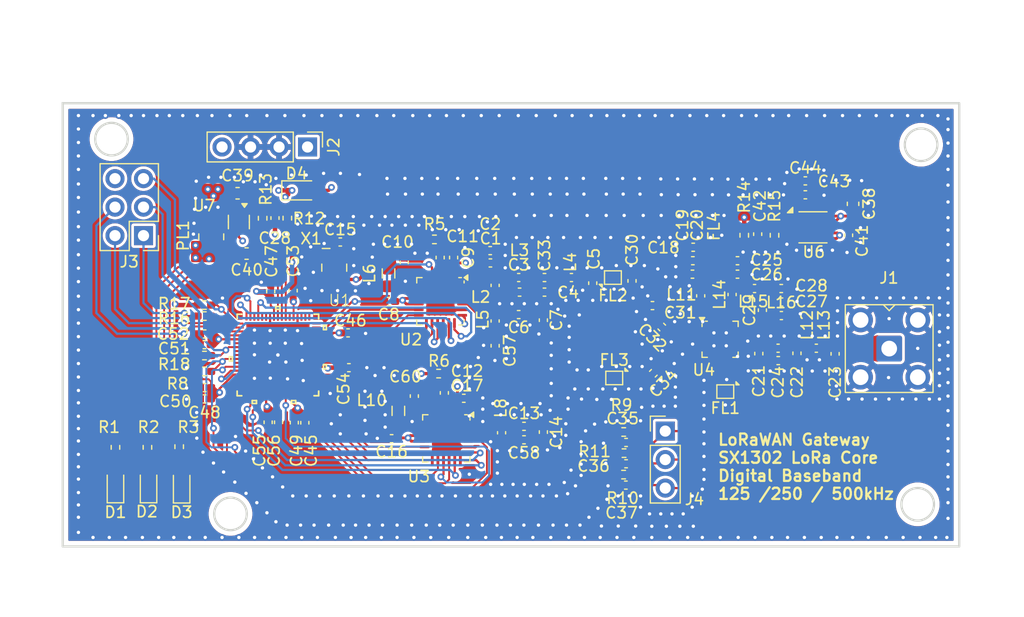
<source format=kicad_pcb>
(kicad_pcb (version 20241229) (generator "pcbnew") (generator_version "9.0")
  (layers (0 "F.Cu" signal) (4 "In1.Cu" power "In1.Cu.Ground") (6 "In2.Cu" power "In2.Cu.Power") (2 "B.Cu" signal) (13 "F.Paste" user) (15 "B.Paste" user) (5 "F.SilkS" user "F.Silkscreen") (7 "B.SilkS" user "B.Silkscreen") (1 "F.Mask" user) (3 "B.Mask" user) (25 "Edge.Cuts" user))
  (net 0 "")
  (net 1 "Net-(U2-VR_PA)")
  (net 2 "Net-(U2-RFO)")
  (net 3 "Net-(C5-Pad1)")
  (net 4 "Net-(C30-Pad1)")
  (net 5 "Net-(C34-Pad1)")
  (net 6 "Net-(C13-Pad2)")
  (net 7 "1.2V")
  (net 8 "Net-(U2-RFI_N)")
  (net 9 "Net-(U2-VREG)")
  (net 10 "VDD_RF")
  (net 11 "Net-(U2-XTA)")
  (net 12 "Net-(U3-XTA)")
  (net 13 "Net-(C3-Pad2)")
  (net 14 "Net-(U3-RFI_N)")
  (net 15 "Net-(C33-Pad2)")
  (net 16 "5V")
  (net 17 "Net-(U4-VCC0)")
  (net 18 "Net-(U4-ANT)")
  (net 19 "Net-(U4-TX_IN)")
  (net 20 "Net-(C11-Pad2)")
  (net 21 "Net-(C12-Pad2)")
  (net 22 "Net-(U4-TX)")
  (net 23 "Net-(U4-RX)")
  (net 24 "Net-(U6-NR{slash}SS)")
  (net 25 "Net-(U6-FB)")
  (net 26 "Net-(C22-Pad1)")
  (net 27 "Net-(J1-In)")
  (net 28 "Net-(C27-Pad1)")
  (net 29 "Net-(U2-RFI_P)")
  (net 30 "Net-(U3-RFI_P)")
  (net 31 "Net-(U3-VREG)")
  (net 32 "CSD")
  (net 33 "PA_ON")
  (net 34 "TXRX")
  (net 35 "3.3V")
  (net 36 "Net-(D1-A)")
  (net 37 "Net-(U4-RX_FLT)")
  (net 38 "Net-(D2-A)")
  (net 39 "Net-(U4-LNA_IN)")
  (net 40 "Net-(D3-A)")
  (net 41 "Net-(U2-DCC_SW)")
  (net 42 "TXCO 32M")
  (net 43 "SX1302_CSD")
  (net 44 "SX1302_TXRX")
  (net 45 "SX1302_PA_ON")
  (net 46 "EX_HOST_MISO")
  (net 47 "Net-(U3-DCC_SW)")
  (net 48 "EX_HOST_CSN")
  (net 49 "EX_HOST_RESET")
  (net 50 "GND")
  (net 51 "Net-(U4-VCC1)")
  (net 52 "Net-(U4-PA_OUT)")
  (net 53 "Net-(U7-SW)")
  (net 54 "Net-(U1-GPIO[5])")
  (net 55 "Net-(D4-K)")
  (net 56 "Net-(U1-GPIO[4])")
  (net 57 "RADIO_B_IQ_1")
  (net 58 "RADIO_A_MOSI")
  (net 59 "Net-(U1-GPIO[3])")
  (net 60 "RADIO_A_SCK")
  (net 61 "RADIO_B_IQ_MISO")
  (net 62 "RADIO_A_IQ_1")
  (net 63 "Net-(U1-HOST_MISO)")
  (net 64 "RADIO_B_IQ_4")
  (net 65 "EX_HOST_SCK")
  (net 66 "RADIO_A_IQ_3")
  (net 67 "RADIO_B_CKL_I")
  (net 69 "EX_HOST_MOSI")
  (net 72 "RADIO_B_IQ_0")
  (net 73 "RADIO_B_CSN")
  (net 75 "RADIO_A_IQ_4")
  (net 76 "RADIO_A_IQ_2")
  (net 77 "RADIO_A_IQ_0")
  (net 78 "RADIO_A_MISO")
  (net 80 "RADIO_B_IQ_3")
  (net 81 "RADIO_B_SCK")
  (net 82 "RADIO_A_CKL_I")
  (net 88 "RADIOB_RESET")
  (net 89 "RADIO_B_IQ_2")
  (net 90 "RADIOA_RESET")
  (net 92 "RADIO_B_MOSI")
  (net 94 "RADIO_A_CSN")
  (footprint "Inductor_SMD:L_0805_2012Metric_Pad1.05x1.20mm_HandSolder" (layer "F.Cu") (at 43.7125 92.1175 -90)
    (property "Reference" "L10")
    (property "Value" "15uH")
  )
  (footprint "Capacitor_SMD:C_0402_1005Metric_Pad0.74x0.62mm_HandSolder" (layer "F.Cu") (at 35.3775 93.1775 -90)
    (property "Reference" "C45")
    (property "Value" "1uF")
  )
  (footprint "Connector_PinHeader_2.54mm:PinHeader_2x03_P2.54mm_Vertical" (layer "F.Cu") (at 21 76.5 180)
    (property "Reference" "J3")
    (property "Value" "Conn_02x03_Odd_Even")
  )
  (footprint "Resistor_SMD:R_0402_1005Metric_Pad0.72x0.64mm_HandSolder" (layer "F.Cu") (at 26.435 88.6)
    (property "Reference" "R8")
    (property "Value" "10k")
  )
  (footprint "Capacitor_SMD:C_0402_1005Metric_Pad0.74x0.62mm_HandSolder" (layer "F.Cu") (at 64.0075 94.9325)
    (property "Reference" "C35")
    (property "Value" "56pF")
  )
  (footprint "Inductor_SMD:L_0402_1005Metric" (layer "F.Cu") (at 71.7575 78.25 90)
    (property "Reference" "FL4")
    (property "Value" "FB 120 ohm")
  )
  (footprint "Capacitor_SMD:C_0402_1005Metric_Pad0.74x0.62mm_HandSolder" (layer "F.Cu") (at 79.2375 86.9875 -90)
    (property "Reference" "C22")
    (property "Value" "1.8pF")
  )
  (footprint "Resistor_SMD:R_0402_1005Metric_Pad0.72x0.64mm_HandSolder" (layer "F.Cu") (at 63.8275 95.885)
    (property "Reference" "R11")
    (property "Value" "100")
  )
  (footprint "Filter:Filter_1411-5_1.4x1.1mm" (layer "F.Cu") (at 62.835 80.2375)
    (property "Reference" "FL2")
    (property "Value" "B39921B4344P810")
  )
  (footprint "Inductor_SMD:L_1008_2520Metric_Pad1.43x2.20mm_HandSolder" (layer "F.Cu") (at 27.0375 76.605 -90)
    (property "Reference" "PL1")
    (property "Value" "1uH")
  )
  (footprint "Resistor_SMD:R_0402_1005Metric_Pad0.72x0.64mm_HandSolder" (layer "F.Cu") (at 63.7975 94)
    (property "Reference" "R9")
    (property "Value" "100")
  )
  (footprint "Capacitor_SMD:C_0402_1005Metric_Pad0.74x0.62mm_HandSolder" (layer "F.Cu") (at 26.44 91.0525 180)
    (property "Reference" "C48")
    (property "Value" "100nF")
  )
  (footprint "Package_DFN_QFN:HVQFN-24-1EP_4x4mm_P0.5mm_EP2.5x2.5mm" (layer "F.Cu") (at 47.9875 94.5725 -90)
    (property "Reference" "U3")
    (property "Value" "~")
  )
  (footprint "LED_SMD:LED_0603_1608Metric_Pad1.05x0.95mm_HandSolder" (layer "F.Cu") (at 24.4 98.6675 90)
    (property "Reference" "D3")
    (property "Value" "GREEN")
  )
  (footprint "Capacitor_SMD:C_0603_1608Metric_Pad1.08x0.95mm_HandSolder" (layer "F.Cu") (at 30.1875 78.1 180)
    (property "Reference" "C40")
    (property "Value" "22uF")
  )
  (footprint "Capacitor_SMD:C_0402_1005Metric_Pad0.74x0.62mm_HandSolder" (layer "F.Cu") (at 26.4475 85.26125 180)
    (property "Reference" "C52")
    (property "Value" "100nF")
  )
  (footprint "Inductor_SMD:L_0402_1005Metric_Pad0.77x0.64mm_HandSolder" (layer "F.Cu") (at 73.4575 81.7475 90)
    (property "Reference" "L14")
    (property "Value" "6.8nH")
  )
  (footprint "Capacitor_SMD:C_0402_1005Metric_Pad0.74x0.62mm_HandSolder" (layer "F.Cu") (at 66.4375 88.766217 45)
    (property "Reference" "C34")
    (property "Value" "56pF")
  )
  (footprint "Capacitor_SMD:C_0402_1005Metric_Pad0.74x0.62mm_HandSolder" (layer "F.Cu") (at 26.45 90.0425 180)
    (property "Reference" "C50")
    (property "Value" "1uF")
  )
  (footprint "Resistor_SMD:R_0402_1005Metric_Pad0.72x0.64mm_HandSolder" (layer "F.Cu") (at 26.435 87.1873)
    (property "Reference" "R18")
    (property "Value" "10k")
  )
  (footprint "Capacitor_SMD:C_0402_1005Metric_Pad0.74x0.62mm_HandSolder" (layer "F.Cu") (at 56.7375 81.535)
    (property "Reference" "C4")
    (property "Value" "5.6pF")
  )
  (footprint "Capacitor_SMD:C_0402_1005Metric_Pad0.74x0.62mm_HandSolder" (layer "F.Cu") (at 54.5175 81.535)
    (property "Reference" "C3")
    (property "Value" "3pF")
  )
  (footprint "Capacitor_SMD:C_0402_1005Metric_Pad0.74x0.62mm_HandSolder" (layer "F.Cu") (at 54.9125 93.4975)
    (property "Reference" "C13")
    (property "Value" "3.6pF")
  )
  (footprint "Resistor_SMD:R_0402_1005Metric_Pad0.72x0.64mm_HandSolder" (layer "F.Cu") (at 77.2375 76.4675 90)
    (property "Reference" "R15")
    (property "Value" "1.15k")
  )
  (footprint "Capacitor_SMD:C_0402_1005Metric_Pad0.74x0.62mm_HandSolder" (layer "F.Cu") (at 34.3375 81.400375 90)
    (property "Reference" "C53")
    (property "Value" "100nF")
  )
  (footprint "Capacitor_SMD:C_0402_1005Metric_Pad0.74x0.62mm_HandSolder" (layer "F.Cu") (at 39.305 88.2675)
    (property "Reference" "C54")
    (property "Value" "100nF")
  )
  (footprint "Capacitor_SMD:C_0402_1005Metric_Pad0.74x0.62mm_HandSolder" (layer "F.Cu") (at 52.3375 86.315 90)
    (property "Reference" "C57")
    (property "Value" "3.6pF")
  )
  (footprint "Capacitor_SMD:C_0402_1005Metric_Pad0.74x0.62mm_HandSolder" (layer "F.Cu") (at 69.96 78.735 180)
    (property "Reference" "C19")
    (property "Value" "10nF")
  )
  (footprint "Capacitor_SMD:C_0402_1005Metric_Pad0.74x0.62mm_HandSolder" (layer "F.Cu") (at 69.99 77.535 180)
    (property "Reference" "C20")
    (property "Value" "4.7uF")
  )
  (footprint "Capacitor_SMD:C_0402_1005Metric_Pad0.74x0.62mm_HandSolder" (layer "F.Cu") (at 73.9375 79.935)
    (property "Reference" "C26")
    (property "Value" "1nF")
  )
  (footprint "Inductor_SMD:L_0402_1005Metric_Pad0.77x0.64mm_HandSolder" (layer "F.Cu") (at 59.1375 80.235)
    (property "Reference" "L4")
    (property "Value" "4.7nH")
  )
  (footprint "Capacitor_SMD:C_0402_1005Metric_Pad0.74x0.62mm_HandSolder" (layer "F.Cu") (at 45.1375 90.8 90)
    (property "Reference" "C60")
    (property "Value" "470nF1")
  )
  (footprint "Capacitor_SMD:C_0402_1005Metric_Pad0.74x0.62mm_HandSolder" (layer "F.Cu") (at 51.8975 77.835)
    (property "Reference" "C2")
    (property "Value" "47pF")
  )
  (footprint "Resistor_SMD:R_0402_1005Metric_Pad0.72x0.64mm_HandSolder" (layer "F.Cu") (at 63.7875 97.8)
    (property "Reference" "R10")
    (property "Value" "100")
  )
  (footprint "Capacitor_SMD:C_0402_1005Metric_Pad0.74x0.62mm_HandSolder" (layer "F.Cu") (at 56.6375 94.0075 -90)
    (property "Reference" "C14")
    (property "Value" "DNP")
  )
  (footprint "Resistor_SMD:R_0402_1005Metric_Pad0.72x0.64mm_HandSolder" (layer "F.Cu") (at 26.417501 83.669)
    (property "Reference" "R16")
    (property "Value" "100")
  )
  (footprint "Capacitor_SMD:C_0402_1005Metric_Pad0.74x0.62mm_HandSolder" (layer "F.Cu") (at 39.23075 85.1675)
    (property "Reference" "C46")
    (property "Value" "100nF")
  )
  (footprint "Capacitor_SMD:C_0402_1005Metric_Pad0.74x0.62mm_HandSolder" (layer "F.Cu") (at 77.57 87.6375)
    (property "Reference" "C24")
    (property "Value" "DNP")
  )
  (footprint "Capacitor_SMD:C_0402_1005Metric_Pad0.74x0.62mm_HandSolder" (layer "F.Cu") (at 75.7375 76.3675 90)
    (property "Reference" "C42")
    (property "Value" "10uF")
  )
  (footprint "Capacitor_SMD:C_0402_1005Metric_Pad0.74x0.62mm_HandSolder" (layer "F.Cu") (at 49.545 90.9975)
    (property "Reference" "C17")
    (property "Value" "1uF")
  )
  (footprint "Capacitor_SMD:C_0402_1005Metric_Pad0.74x0.62mm_HandSolder" (layer "F.Cu") (at 44.2375 78.8875 90)
    (property "Reference" "C10")
    (property "Value" "470nF")
  )
  (footprint "Package_DFN_QFN:Texas_S-PDSO-N10_EP1.2x2mm" (layer "F.Cu") (at 80.665 75.76)
    (property "Reference" "U6")
    (property "Value" "TPS7A91")
  )
  (footprint "Resistor_SMD:R_0402_1005Metric_Pad0.72x0.64mm_HandSolder" (layer "F.Cu") (at 74.54 76.4675 90)
    (property "Reference" "R14")
    (property "Value" "3.57k")
  )
  (footprint "Capacitor_SMD:C_0402_1005Metric_Pad0.74x0.62mm_HandSolder" (layer "F.Cu") (at 73.9375 78.735)
    (property "Reference" "C25")
    (property "Value" "33pF")
  )
  (footprint "Capacitor_SMD:C_0402_1005Metric_Pad0.74x0.62mm_HandSolder" (layer "F.Cu") (at 42.8575 82.3675 180)
    (property "Reference" "C8")
    (property "Value" "100nF")
  )
  (footprint "Capacitor_SMD:C_0603_1608Metric_Pad1.08x0.95mm_HandSolder" (layer "F.Cu") (at 84.2375 73.6675 -90)
    (property "Reference" "C38")
    (property "Value" "22uF")
  )
  (footprint "Filter:Filter_1411-5_1.4x1.1mm" (layer "F.Cu") (at 62.9525 89.185 180)
    (property "Reference" "FL3")
    (property "Value" "B39921B4344P810")
  )
  (footprint "Capacitor_SMD:C_0402_1005Metric_Pad0.74x0.62mm_HandSolder" (layer "F.Cu") (at 64.5375 80.535 -90)
    (property "Reference" "C30")
    (property "Value" "DNP")
  )
  (footprint "Connector_PinHeader_2.54mm:PinHeader_1x04_P2.54mm_Vertical" (layer "F.Cu") (at 35.62 68.6 -90)
    (property "Reference" "J2")
    (property "Value" "Conn_01x04_Pin")
  )
  (footprint "Capacitor_SMD:C_0402_1005Metric_Pad0.74x0.62mm_HandSolder" (layer "F.Cu") (at 48.6375 78.455 90)
    (property "Reference" "C9")
    (property "Value" "1uF")
  )
  (footprint "Capacitor_SMD:C_0402_1005Metric_Pad0.74x0.62mm_HandSolder" (layer "F.Cu") (at 77.8375 81.215)
    (property "Reference" "C28")
    (property "Value" "DNP")
  )
  (footprint "Capacitor_SMD:C_0402_1005Metric_Pad0.74x0.62mm_HandSolder" (layer "F.Cu") (at 67.186911 84.646911 -45)
    (property "Reference" "C32")
    (property "Value" "56pF")
  )
  (footprint "Capacitor_SMD:C_0402_1005Metric_Pad0.74x0.62mm_HandSolder" (layer "F.Cu") (at 56.7375 80.235)
    (property "Reference" "C33")
    (property "Value" "39pF")
  )
  (footprint "Capacitor_SMD:C_0402_1005Metric_Pad0.74x0.62mm_HandSolder" (layer "F.Cu") (at 79.985 71.62 180)
    (property "Reference" "C44")
    (property "Value" "22uF")
  )
  (footprint "Inductor_SMD:L_0402_1005Metric_Pad0.77x0.64mm_HandSolder" (layer "F.Cu") (at 80.965 86.535)
    (property "Reference" "L13")
    (property "Value" "4.7nH")
  )
  (footprint "Capacitor_SMD:C_0402_1005Metric_Pad0.74x0.62mm_HandSolder" (layer "F.Cu") (at 26.43 86.22125 180)
    (property "Reference" "C51")
    (property "Value" "1uF")
  )
  (footprint "Oscillator:Oscillator_SMD_SeikoEpson_TG2520SMN-xxx-xxxxxx-4Pin_2.5x2.0mm" (layer "F.Cu") (at 38 79.355)
    (property "Reference" "X1")
    (property "Value" "TG2016SMN 32.0000M-TCGNNMB")
  )
  (footprint "Diode_SMD:D_SOD-323" (layer "F.Cu") (at 34.9375 72.4675)
    (property "Reference" "D4")
    (property "Value" "BAT60A")
  )
  (footprint "Package_DFN_QFN:QFN-16-1EP_3x3mm_P0.5mm_EP1.75x1.75mm" (layer "F.Cu") (at 72.3875 85.7375)
    (property "Reference" "U4")
    (property "Value" "~")
  )
  (footprint "SX1302:SX1302" (layer "F.Cu") (at 22.9945 86.2725)
    (property "Reference" "U1")
    (property "Value" "~")
  )
  (footprint "Package_DFN_QFN:HVQFN-24-1EP_4x4mm_P0.5mm_EP2.5x2.5mm" (layer "F.Cu") (at 47.4625 82.35 -90)
    (property "Reference" "U2")
    (property "Value" "~")
  )
  (footprint "Inductor_SMD:L_0402_1005Metric_Pad0.77x0.64mm_HandSolder" (layer "F.Cu") (at 77.85 83.625)
    (property "Reference" "L16")
    (property "Value" "7.5nH")
  )
  (footprint "Capacitor_SMD:C_0402_1005Metric_Pad0.74x0.62mm_HandSolder" (layer "F.Cu") (at 56.6375 84.035 -90)
    (property "Reference" "C7")
    (property "Value" "DNP")
  )
  (footprint "Resistor_SMD:R_0402_1005Metric_Pad0.72x0.64mm_HandSolder" (layer "F.Cu") (at 24.18 95.3095 -90)
    (property "Reference" "R3")
    (property "Value" "1k")
  )
  (footprint "Resistor_SMD:R_0402_1005Metric_Pad0.72x0.64mm_HandSolder" (layer "F.Cu") (at 26.425001 82.689 180)
    (property "Reference" "R17")
    (property "Value" "10k")
  )
  (footprint "Capacitor_SMD:C_0402_1005Metric_Pad0.74x0.62mm_HandSolder" (layer "F.Cu") (at 38.5375 77.0675 180)
    (property "Reference" "C15")
    (property "Value" "100nF")
  )
  (footprint "Capacitor_SMD:C_0402_1005Metric_Pad0.74x0.62mm_HandSolder" (layer "F.Cu") (at 66.36 82.735 180)
    (property "Reference" "C31")
    (property "Value" "DNP")
  )
  (footprint "Inductor_SMD:L_0402_1005Metric_Pad0.77x0.64mm_HandSolder" (layer "F.Cu") (at 52.3375 84.1075 -90)
    (property "Reference" "L5")
    (property "Value" "18nH")
  )
  (footprint "LED_SMD:LED_0603_1608Metric_Pad1.05x0.95mm_HandSolder" (layer "F.Cu") (at 18.5 98.6475 90)
    (property "Reference" "D1")
    (property "Value" "RED")
  )
  (footprint "Capacitor_SMD:C_0402_1005Metric_Pad0.74x0.62mm_HandSolder" (layer "F.Cu") (at 43.1125 94.5975 180)
    (property "Reference" "C16")
    (property "Value" "100nF")
  )
  (footprint "Connector_Coaxial:SMA_BAT_Wireless_BWSMA-KWE-Z001" (layer "F.Cu") (at 87.4575 86.5675 -90)
    (property "Reference" "J1")
    (property "Value" "Conn_Coaxial")
  )
  (footprint "Capacitor_SMD:C_0402_1005Metric_Pad0.74x0.62mm_HandSolder" (layer "F.Cu") (at 75.8375 87.015 -90)
    (property "Reference" "C21")
    (property "Value" "DNP")
  )
  (footprint "Inductor_SMD:L_0402_1005Metric_Pad0.77x0.64mm_HandSolder" (layer "F.Cu") (at 75.4575 81.215)
    (property "Reference" "L15")
    (property "Value" "2.7nH")
  )
  (footprint "Inductor_SMD:L_0402_1005Metric_Pad0.77x0.64mm_HandSolder" (layer "F.Cu") (at 70.6575 81.8675 90)
    (property "Reference" "L11")
    (property "Value" "0.6nH")
  )
  (footprint "Capacitor_SMD:C_0402_1005Metric_Pad0.74x0.62mm_HandSolder" (layer "F.Cu") (at 33.0375 93.135 -90)
    (property "Reference" "C56")
    (property "Value" "1uF")
  )
  (footprint "Capacitor_SMD:C_0402_1005Metric_Pad0.74x0.62mm_HandSolder" (layer "F.Cu") (at 63.9875 98.7325)
    (property "Reference" "C37")
    (property "Value" "56pF")
  )
  (footprint "Capacitor_SMD:C_0402_1005Metric_Pad0.74x0.62mm_HandSolder" (layer "F.Cu") (at 61.0375 80.735 -90)
    (property "Reference" "C5")
    (property "Value" "1.8pF")
  )
  (footprint "Capacitor_SMD:C_0402_1005Metric_Pad0.74x0.62mm_HandSolder" (layer "F.Cu") (at 54.4375 83.535)
    (property "Reference" "C6")
    (property "Value" "3.6pF")
  )
  (footprint "Resistor_SMD:R_0402_1005Metric_Pad0.72x0.64mm_HandSolder" (layer "F.Cu") (at 18.5 95.37 -90)
    (property "Reference" "R1")
    (property "Value" "1k")
  )
  (footprint "Capacitor_SMD:C_0402_1005Metric_Pad0.74x0.62mm_HandSolder" (layer "F.Cu") (at 51.9175 78.935)
    (property "Reference" "C1")
    (property "Value" "47nF")
  )
  (footprint "Resistor_SMD:R_0402_1005Metric_Pad0.72x0.64mm_HandSolder" (layer "F.Cu") (at 46.9275 76.835 180)
    (property "Reference" "R5")
    (property "Value" "220R")
  )
  (footprint "Resistor_SMD:R_0402_1005Metric_Pad0.72x0.64mm_HandSolder" (layer "F.Cu") (at 47.3025 88.7975 180)
    (property "Reference" "R6")
    (property "Value" "220R")
  )
  (footprint "Capacitor_SMD:C_0603_1608Metric_Pad1.08x0.95mm_HandSolder" (layer "F.Cu") (at 29.385 72.725 180)
    (property "Reference" "C39")
    (property "Value" "4.7uF")
  )
  (footprint "Capacitor_SMD:C_0402_1005Metric_Pad0.74x0.62mm_HandSolder" (layer "F.Cu") (at 54.9125 94.6975 180)
    (property "Reference" "C58")
    (property "Value" "3.6pF")
  )
  (footprint "Capacitor_SMD:C_0402_1005Metric_Pad0.74x0.62mm_HandSolder" (layer "F.Cu") (at 34.4375 93.1675 -90)
    (property "Reference" "C49")
    (property "Value" "100nF")
  )
  (footprint "Inductor_SMD:L_0402_1005Metric_Pad0.77x0.64mm_HandSolder" (layer "F.Cu") (at 77.5575 86.535)
    (property "Reference" "L12")
    (property "Value" "4.7nH")
  )
  (footprint "Capacitor_SMD:C_0402_1005Metric_Pad0.74x0.62mm_HandSolder" (layer "F.Cu") (at 77.8575 82.415)
    (property "Reference" "C27")
    (property "Value" "10pF")
  )
  (footprint "Capacitor_SMD:C_0402_1005Metric_Pad0.74x0.62mm_HandSolder" (layer "F.Cu") (at 69.925 79.935 180)
    (property "Reference" "C18")
    (property "Value" "120pF")
  )
  (footprint "Capacitor_SMD:C_0402_1005Metric_Pad0.74x0.62mm_HandSolder" (layer "F.Cu") (at 64.0075 96.8325)
    (property "Reference" "C36")
    (property "Value" "56pF")
  )
  (footprint "Package_TO_SOT_SMD:SOT-563" (layer "F.Cu") (at 29.5 75.2875 -90)
    (property "Reference" "U7")
    (property "Value" "TLV62568ADRL")
  )
  (footprint "Resistor_SMD:R_0402_1005Metric_Pad0.72x0.64mm_HandSolder" (layer "F.Cu") (at 31.6175 74.9525 90)
    (property "Reference" "R13")
    (property "Value" "100R")
  )
  (footprint "Resistor_SMD:R_0402_1005Metric_Pad0.72x0.64mm_HandSolder" (layer "F.Cu") (at 33.8175 74.9425 -90)
    (property "Reference" "R12")
    (property "Value" "100R")
  )
  (footprint "LED_SMD:LED_0603_1608Metric_Pad1.05x0.95mm_HandSolder" (layer "F.Cu") (at 21.45 98.6475 90)
    (property "Reference" "D2")
    (property "Value" "BLUE")
  )
  (footprint "Capacitor_SMD:C_0402_1005Metric_Pad0.74x0.62mm_HandSolder" (layer "F.Cu") (at 32.3375 81.4815 90)
    (property "Reference" "C47")
    (property "Value" "100nF")
  )
  (footprint "Capacitor_SMD:C_0402_1005Metric_Pad0.74x0.62mm_HandSolder" (layer "F.Cu") (at 47.8125 90.5175 90)
    (property "Reference" "C12")
    (property "Value" "10pF")
  )
  (footprint "Capacitor_SMD:C_0402_1005Metric_Pad0.74x0.62mm_HandSolder" (layer "F.Cu") (at 79.985 72.86 180)
    (property "Reference" "C43")
    (property "Value" "22uF")
  )
  (footprint "Capacitor_SMD:C_0402_1005Metric_Pad0.74x0.62mm_HandSolder" (layer "F.Cu") (at 76.1575 83.1425 90)
    (property "Reference" "C29")
    (property "Value" "2.4pF")
  )
  (footprint "Resistor_SMD:R_0402_1005Metric_Pad0.72x0.64mm_HandSolder" (layer "F.Cu") (at 21.35 95.37 -90)
    (property "Reference" "R2")
    (property "Value" "1k")
  )
  (footprint "Capacitor_SMD:C_0402_1005Metric_Pad0.74x0.62mm_HandSolder" (layer "F.Cu") (at 82.6375 87.035 -90)
    (property "Reference" "C23")
    (property "Value" "DNP")
  )
  (footprint "Connector_PinHeader_2.54mm:PinHeader_1x03_P2.54mm_Vertical" (layer "F.Cu") (at 67.5 93.92)
    (property "Reference" "J4")
    (property "Value" "Conn_01x03_Pin")
  )
  (footprint "Filter:Filter_1411-5_1.4x1.1mm" (layer "F.Cu") (at 72.85 90.4 180)
    (property "Reference" "FL1")
    (property "Value" "B39921B2625P810")
  )
  (footprint "Capacitor_SMD:C_0402_1005Metric_Pad0.74x0.62mm_HandSolder" (layer "F.Cu") (at 47.4375 78.455 90)
    (property "Reference" "C11")
    (property "Value" "10pF")
  )
  (footprint "Capacitor_SMD:C_0402_1005Metric_Pad0.74x0.62mm_HandSolder" (layer "F.Cu") (at 83.8375 76.4675 90)
    (property "Reference" "C41")
    (property "Value" "0.1uF")
  )
  (footprint "Inductor_SMD:L_0402_1005Metric_Pad0.77x0.64mm_HandSolder" (layer "F.Cu") (at 54.4375 80.235)
    (property "Reference" "L3")
    (property "Value" "2.5nH")
  )
  (footprint "Inductor_SMD:L_0402_1005Metric_Pad0.77x0.64mm_HandSolder" (layer "F.Cu") (at 52.3375 80.935 -90)
    (property "Reference" "L2")
    (property "Value" "47nH")
  )
  (footprint "Capacitor_SMD:C_0402_1005Metric_Pad0.74x0.62mm_HandSolder" (layer "F.Cu") (at 32.1075 93.135 -90)
    (property "Reference" "C55")
    (property "Value" "100nF")
  )
  (footprint "Inductor_SMD:L_0805_2012Metric_Pad1.05x1.20mm_HandSolder" (layer "F.Cu") (at 42.8375 79.8675 -90)
    (property "Reference" "L6")
    (property "Value" "15uH")
  )
  (footprint "Inductor_SMD:L_0402_1005Metric_Pad0.77x0.64mm_HandSolder" (layer "F.Cu") (at 52.9125 94.07 -90)
    (property "Reference" "L8")
    (property "Value" "18nH")
  )
  (footprint "Capacitor_SMD:C_0402_1005Metric_Pad0.74x0.62mm_HandSolder" (layer "F.Cu") (at 32.7175 74.9325 90)
    (property "Reference" "C28")
    (property "Value" "6.8pF")
  )
  (gr_arc (start 58.127623 90.432063) (mid 58.407515 89.717534) (end 59.123897 89.442349) (stroke (width 0.25)) (layer "F.Cu") (net 6))
  (gr_arc (start 50.3575 81.5975) (mid 50.922372 81.748079) (end 51.35029 82.146378) (stroke (width 0.25)) (layer "F.Cu") (net 8))
  (gr_line (start 50.697499 82.537128) (end 52.2375 84.6875) (stroke (width 0.25)) (layer "F.Cu") (net 29))
  (gr_arc (start 71.741421 89.075) (mid 71.8 88.933579) (end 71.941421 88.875) (stroke (width 0.25)) (layer "F.Cu") (net 39))
  (gr_line (start 74.0375 74.3675) (end 75.0375 74.3675) (stroke (width 0.4)) (layer "F.Cu") (net 10))
  (gr_arc (start 73.708579 88.666421) (mid 73.850007 88.724993) (end 73.908579 88.866421) (stroke (width 0.25)) (layer "F.Cu") (net 37))
  (gr_arc (start 73.9075 90.1825) (mid 73.848921 90.323921) (end 73.7075 90.3825) (stroke (width 0.25)) (layer "F.Cu") (net 37))
  (gr_arc (start 71.9575 90.64) (mid 71.816086 90.58142) (end 71.7575 90.44) (stroke (width 0.25)) (layer "F.Cu") (net 39))
  (gr_arc (start 58.125621 92.217214) (mid 57.727496 93.157986) (end 56.775011 93.527213) (stroke (width 0.25)) (layer "F.Cu") (net 6))
  (gr_arc (start 49.736731 82.109826) (mid 50.273151 82.19749) (end 50.697499 82.537128) (stroke (width 0.25)) (layer "F.Cu") (net 29))
  (gr_arc (start 73.3375 88.6675) (mid 73.196079 88.608921) (end 73.1375 88.4675) (stroke (width 0.25)) (layer "F.Cu") (net 37))
  (gr_arc (start 59.133775 89.437214) (mid 58.417379 89.162063) (end 58.137501 88.4475) (stroke (width 0.25)) (layer "F.Cu") (net 6))
  (gr_arc (start 56.78689 83.557501) (mid 57.739386 83.92672) (end 58.1375 84.8675) (stroke (width 0.25)) (layer "F.Cu") (net 6))
  (gr_arc (start 72.6375 88.675) (mid 72.578921 88.816421) (end 72.4375 88.875) (stroke (width 0.25)) (layer "F.Cu") (net 39))
  (gr_line (start 51.35029 82.146378) (end 52.3075 83.3675) (stroke (width 0.25)) (layer "F.Cu") (net 8))
  (gr_circle (center 90 100.446556) (end 91.453444 100.446556) (stroke (width 0.2)) (fill no) (layer "Edge.Cuts"))
  (gr_circle (center 90.3 68.4) (end 91.753444 68.4) (stroke (width 0.2)) (fill no) (layer "Edge.Cuts"))
  (gr_circle (center 18.146556 67.9) (end 19.6 67.9) (stroke (width 0.2)) (fill no) (layer "Edge.Cuts"))
  (gr_rect (start 13.8 64.7) (end 93.7 104.2) (stroke (width 0.2)) (fill no) (layer "Edge.Cuts"))
  (gr_circle (center 28.753444 101.3) (end 30.206888 101.3) (stroke (width 0.2)) (fill no) (layer "Edge.Cuts"))
  (gr_text "LoRaWAN Gateway \nSX1302 LoRa Core \nDigital Baseband\n125 /250 / 500kHz\n" (at 72.1 100.1 0) (layer "F.SilkS") (effects (font (size 1 1) (thickness 0.2) (bold yes)) (justify left bottom)))
  (segment (start 52.2875 80.4125) (end 52.3375 80.3625) (width 0.3) (layer "F.Cu") (net 1))
  (segment (start 50.915 80.4125) (end 51.4375 79.89) (width 0.25) (layer "F.Cu") (net 1))
  (segment (start 51.4375 79.89) (end 51.4375 78.935) (width 0.25) (layer "F.Cu") (net 1))
  (segment (start 50.915 80.4125) (end 52.2875 80.4125) (width 0.25) (layer "F.Cu") (net 1))
  (segment (start 51.4375 77.855) (end 51.4175 77.835) (width 0.3) (layer "F.Cu") (net 1))
  (segment (start 48.7125 80.4125) (end 50.915 80.4125) (width 0.25) (layer "F.Cu") (net 1))
  (segment (start 51.4375 78.935) (end 51.4375 77.855) (width 0.25) (layer "F.Cu") (net 1))
  (segment (start 54.01 81.5075) (end 54.0375 81.535) (width 0.25) (layer "F.Cu") (net 2))
  (segment (start 51.93 81.1) (end 52.3375 81.5075) (width 0.25) (layer "F.Cu") (net 2))
  (segment (start 53.9375 80.235) (end 54.045 80.3425) (width 0.4) (layer "F.Cu") (net 2))
  (segment (start 54.045 80.3425) (end 54.045 81.5275) (width 0.4) (layer "F.Cu") (net 2))
  (segment (start 49.4 81.1) (end 51.93 81.1) (width 0.25) (layer "F.Cu") (net 2))
  (segment (start 54.045 81.5275) (end 54.0375 81.535) (width 0.4) (layer "F.Cu") (net 2))
  (segment (start 52.3375 81.5075) (end 54.01 81.5075) (width 0.4) (layer "F.Cu") (net 2))
  (segment (start 61.055 80.2375) (end 61.0375 80.255) (width 0.3) (layer "F.Cu") (net 3))
  (segment (start 59.71 80.235) (end 61.0175 80.235) (width 0.4) (layer "F.Cu") (net 3))
  (segment (start 62.335 80.2375) (end 61.055 80.2375) (width 0.3) (layer "F.Cu") (net 3))
  (segment (start 61.0175 80.235) (end 61.0375 80.255) (width 0.4) (layer "F.Cu") (net 3))
  (segment (start 66.8375 82.7375) (end 66.8375 84.258678) (width 0.4) (layer "F.Cu") (net 4))
  (segment (start 66.844819 80.897138) (end 66.844819 82.730181) (width 0.4) (layer "F.Cu") (net 4))
  (segment (start 64.4325 79.95) (end 63.335 79.95) (width 0.3) (layer "F.Cu") (net 4))
  (segment (start 66.8375 84.258678) (end 66.800589 84.295589) (width 0.4) (layer "F.Cu") (net 4))
  (segment (start 64.5375 80.055) (end 64.4325 79.95) (width 0.3) (layer "F.Cu") (net 4))
  (segment (start 64.5375 80.055) (end 66.002681 80.055) (width 0.4) (layer "F.Cu") (net 4))
  (segment (start 66.844819 82.730181) (end 66.8375 82.7375) (width 0.4) (layer "F.Cu") (net 4))
  (segment (start 66.002681 80.055) (end 66.844819 80.897138) (width 0.4) (layer "F.Cu") (net 4))
  (segment (start 66.018717 89.185) (end 66.036217 89.1675) (width 0.25) (layer "F.Cu") (net 5))
  (segment (start 63.4525 89.185) (end 66.018717 89.185) (width 0.25) (layer "F.Cu") (net 5))
  (segment (start 56.6075 93.4975) (end 56.6375 93.5275) (width 0.4) (layer "F.Cu") (net 6))
  (segment (start 56.4875 93.5275) (end 56.4675 93.5075) (width 0.4) (layer "F.Cu") (net 6))
  (segment (start 58.127623 90.432063) (end 58.127623 92.173612) (width 0.25) (layer "F.Cu") (net 6))
  (segment (start 55.3925 93.4975) (end 56.6075 93.4975) (width 0.4) (layer "F.Cu") (net 6))
  (segment (start 56.6375 93.5275) (end 56.4875 93.5275) (width 0.4) (layer "F.Cu") (net 6))
  (segment (start 62.415 89.435) (end 62.4525 89.4725) (width 0.25) (layer "F.Cu") (net 6))
  (segment (start 54.9175 83.535) (end 56.6175 83.535) (width 0.25) (layer "F.Cu") (net 6))
  (segment (start 59.078127 89.435) (end 62.415 89.435) (width 0.25) (layer "F.Cu") (net 6))
  (segment (start 56.6375 83.555) (end 56.6375 83.58) (width 0.25) (layer "F.Cu") (net 6))
  (segment (start 56.6175 83.535) (end 56.6375 83.555) (width 0.25) (layer "F.Cu") (net 6))
  (segment (start 58.1375 84.8675) (end 58.1375 88.5675) (width 0.25) (layer "F.Cu") (net 6))
  (segment (start 26.9975 86.22125) (end 27.2075 86.22125) (width 0.6) (layer "F.Cu") (net 7))
  (segment (start 27.015 85.26125) (end 27.015 85.73125) (width 0.6) (layer "F.Cu") (net 7))
  (segment (start 37.427502 88.322501) (end 37.482503 88.2675) (width 0.4) (layer "F.Cu") (net 7))
  (segment (start 27.2275 85.26125) (end 27.6975 85.73125) (width 0.6) (layer "F.Cu") (net 7))
  (segment (start 34.3775 82.5175) (end 34.3775 83.7085) (width 0.17) (layer "F.Cu") (net 7))
  (segment (start 37.292501 88.2675) (end 37.372501 88.1875) (width 0.2) (layer "F.Cu") (net 7))
  (segment (start 27.37 78.1) (end 29.325 78.1) (width 0.4) (layer "F.Cu") (net 7))
  (segment (start 32.7175 76.3475) (end 32.7375 76.3675) (width 0.4) (layer "F.Cu") (net 7))
  (segment (start 27.015 85.4175) (end 27.2275 85.4175) (width 0.6) (layer "F.Cu") (net 7))
  (segment (start 37.427502 88.322501) (end 37.372501 88.2675) (width 0.2) (layer "F.Cu") (net 7))
  (segment (start 32.005 92.465) (end 32.1075 92.5675) (width 0.6) (layer "F.Cu") (net 7))
  (segment (start 37.292501 88.2675) (end 37.298001 88.262) (width 0.2) (layer "F.Cu") (net 7))
  (segment (start 37.372501 88.2675) (end 37.292501 88.2675) (width 0.2) (layer "F.Cu") (net 7))
  (segment (start 33.8175 75.4525) (end 32.7575 75.4525) (width 0.4) (layer "F.Cu") (net 7))
  (segment (start 32.005 91.735) (end 32.005 92.465) (width 0.6) (layer "F.Cu") (net 7))
  (segment (start 27.015 85.73125) (end 27.015 86.20375) (width 0.6) (layer "F.Cu") (net 7))
  (segment (start 32.7175 75.4125) (end 32.7175 76.3475) (width 0.4) (layer "F.Cu") (net 7))
  (segment (start 31.9275 90.5665) (end 31.9275 91.6575) (width 0.2) (layer "F.Cu") (net 7))
  (segment (start 29.5485 85.7375) (end 27.70375 85.7375) (width 0.2) (layer "F.Cu") (net 7))
  (segment (start 27.015 85.73125) (end 27.6975 85.73125) (width 0.6) (layer "F.Cu") (net 7))
  (segment (start 27.015 86.20375) (end 26.9975 86.22125) (width 0.6) (layer "F.Cu") (net 7))
  (segment (start 34.3375 82.367125) (end 34.372499 82.402124) (width 0.6) (layer "F.Cu") (net 7))
  (segment (start 27.2075 86.22125) (end 27.6975 85.73125) (width 0.6) (layer "F.Cu") (net 7))
  (segment (start 34.359999 81.990374) (end 34.3375 81.967875) (width 0.17) (layer "F.Cu") (net 7))
  (segment (start 32.8375 92.5675) (end 32.1075 92.5675) (width 0.6) (layer "F.Cu") (net 7))
  (segment (start 27.70375 85.7375) (end 27.6975 85.73125) (width 0.2) (layer "F.Cu") (net 7))
  (segment (start 32.005 91.735) (end 32.8375 92.5675) (width 0.6) (layer "F.Cu") (net 7))
  (segment (start 32.7575 75.4525) (end 32.7175 75.4125) (width 0.4) (layer "F.Cu") (net 7))
  (segment (start 31.9275 91.6575) (end 32.005 91.735) (width 0.2) (layer "F.Cu") (net 7))
  (segment (start 27.37 78.1) (end 27.0375 77.7675) (width 0.2) (layer "F.Cu") (net 7))
  (segment (start 36.4065 88.1875) (end 37.292501 88.1875) (width 0.2) (layer "F.Cu") (net 7))
  (segment (start 37.292501 88.1875) (end 37.427502 88.322501) (width 0.2) (layer "F.Cu") (net 7))
  (segment (start 37.482503 88.2675) (end 38.7375 88.2675) (width 0.4) (layer "F.Cu") (net 7))
  (segment (start 34.3375 81.967875) (end 34.3375 82.367125) (width 0.6) (layer "F.Cu") (net 7))
  (via (at 34.372499 82.402124) (size 0.6) (drill 0.3) (layers "F.Cu" "B.Cu") (net 7))
  (via (at 37.427502 88.322501) (size 0.6) (drill 0.3) (layers "F.Cu" "B.Cu") (net 7))
  (via (at 25.6375 77.3675) (size 0.6) (drill 0.3) (layers "F.Cu" "B.Cu") (net 7))
  (via (at 32.005 91.735) (size 0.6) (drill 0.3) (layers "F.Cu" "B.Cu") (net 7))
  (via (at 32.7375 76.3675) (size 0.6) (drill 0.3) (layers "F.Cu" "B.Cu") (net 7))
  (via (at 25.6375 78.4675) (size 0.6) (drill 0.3) (layers "F.Cu" "B.Cu") (net 7))
  (via (at 26.8375 78.5675) (size 0.6) (drill 0.3) (layers "F.Cu" "B.Cu") (net 7))
  (via (at 27.6975 85.73125) (size 0.6) (drill 0.3) (layers "F.Cu" "B.Cu") (net 7))
  (segment (start 49.4 81.6) (end 50.3975 81.6) (width 0.25) (layer "F.Cu") (net 8))
  (segment (start 52.3325 83.535) (end 52.3375 83.535) (width 0.25) (layer "F.Cu") (net 8))
  (segment (start 52.3375 83.535) (end 53.9575 83.535) (width 0.25) (layer "F.Cu") (net 8))
  (segment (start 74.5375 74.8675) (end 75.0375 74.3675) (width 0.4) (layer "F.Cu") (net 10))
  (segment (start 78.5375 74.76) (end 79.4525 74.76) (width 0.25) (layer "F.Cu") (net 10))
  (segment (start 44.245 82.1) (end 45.525 82.1) (width 0.25) (layer "F.Cu") (net 10))
  (segment (start 45.525 82.1) (end 45.5025 82.0775) (width 0.2) (layer "F.Cu") (net 10))
  (segment (start 74.645 74.76) (end 78.5375 74.76) (width 0.25) (layer "F.Cu") (net 10))
  (segment (start 75.0375 74.3675) (end 74.645 74.76) (width 0.25) (layer "F.Cu") (net 10))
  (segment (start 44.575 94.5275) (end 44.78 94.3225) (width 0.25) (layer "F.Cu") (net 10))
  (segment (start 44.78 94.3225) (end 46.05 94.3225) (width 0.25) (layer "F.Cu") (net 10))
  (segment (start 43.425 82.3675) (end 43.425 82.3225) (width 0.2) (layer "F.Cu") (net 10))
  (segment (start 79.4525 75.26) (end 79.0375 75.26) (width 0.2) (layer "F.Cu") (net 10))
  (segment (start 74.5375 74.8675) (end 74.0375 74.3675) (width 0.4) (layer "F.Cu") (net 10))
  (segment (start 71.53 77.5375) (end 70.56 77.5375) (width 0.25) (layer "F.Cu") (net 10))
  (segment (start 48.7375 91.2375) (end 48.7375 92.635) (width 0.25) (layer "F.Cu") (net 10))
  (segment (start 79.0375 75.26) (end 78.5375 74.76) (width 0.2) (layer "F.Cu") (net 10))
  (segment (start 48.6375 78.935) (end 49.705 78.935) (width 0.25) (layer "F.Cu") (net 10))
  (segment (start 48.9775 89.9375) (end 48.9775 90.165) (width 0.25) (layer "F.Cu") (net 10))
  (segment (start 44.0875 82.2575) (end 44.43 82.6) (width 0.25) (layer "F.Cu") (net 10))
  (segment (start 44.87 94.8225) (end 46.05 94.8225) (width 0.25) (layer "F.Cu") (net 10))
  (segment (start 44.0875 82.2575) (end 44.245 82.1) (width 0.25) (layer "F.Cu") (net 10))
  (segment (start 48.9775 90.9975) (end 48.7375 91.2375) (width 0.25) (layer "F.Cu") (net 10))
  (segment (start 74.54 75.87) (end 74.54 74.87) (width 0.4) (layer "F.Cu") (net 10))
  (segment (start 44.0875 82.2575) (end 43.535 82.2575) (width 0.25) (layer "F.Cu") (net 10))
  (segment (start 44.575 94.5275) (end 44.87 94.8225) (width 0.25) (layer "F.Cu") (net 10))
  (segment (start 74.54 75.87) (end 75.72 75.87) (width 0.4) (layer "F.Cu") (net 10))
  (segment (start 48.9775 90.165) (end 48.975 90.1675) (width 0.25) (layer "F.Cu") (net 10))
  (segment (start 70.56 77.5375) (end 70.5575 77.535) (width 0.25) (layer "F.Cu") (net 10))
  (segment (start 43.535 82.2575) (end 43.425 82.3675) (width 0.25) (layer "F.Cu") (net 10))
  (segment (start 44.43 82.6) (end 45.525 82.6) (width 0.25) (layer "F.Cu") (net 10))
  (segment (start 48.2125 79.36) (end 48.6375 78.935) (width 0.25) (layer "F.Cu") (net 10))
  (segment (start 75.72 75.87) (end 75.7375 75.8875) (width 0.4) (layer "F.Cu") (net 10))
  (segment (start 71.7575 77.765) (end 71.53 77.5375) (width 0.25) (layer "F.Cu") (net 10))
  (segment (start 44.575 94.5275) (end 43.6625 94.5275) (width 0.25) (layer "F.Cu") (net 10))
  (segment (start 73.4575 79.935) (end 73.4575 78.735) (width 0.25) (layer "F.Cu") (net 10))
  (segment (start 43.6625 94.5275) (end 43.5925 94.5975) (width 0.25) (layer "F.Cu") (net 10))
  (segment (start 48.9775 90.9975) (end 48.9775 89.9375) (width 0.25) (layer "F.Cu") (net 10))
  (segment (start 74.54 74.87) (end 74.5375 74.8675) (width 0.4) (layer "F.Cu") (net 10))
  (segment (start 73.4575 81.175) (end 73.4575 79.935) (width 0.25) (layer "F.Cu") (net 10))
  (segment (start 48.2125 80.4125) (end 48.2125 79.36) (width 0.25) (layer "F.Cu") (net 10))
  (segment (start 43.425 82.3225) (end 43.3375 82.235) (width 0.2) (layer "F.Cu") (net 10))
  (via (at 74.5375 74.8675) (size 0.6) (drill 0.3) (layers "F.Cu" "B.Cu") (net 10))
  (via (at 44.0875 82.2575) (size 0.6) (drill 0.3) (layers "F.Cu" "B.Cu") (net 10))
  (via (at 44.575 94.5275) (size 0.6) (drill 0.3) (layers "F.Cu" "B.Cu") (net 10))
  (via (at 49.705 78.935) (size 0.6) (drill 0.3) (layers "F.Cu" "B.Cu") (net 10))
  (via (at 48.9775 89.9375) (size 0.6) (drill 0.3) (layers "F.Cu" "B.Cu") (net 10))
  (segment (start 47.7125 79.21) (end 47.4375 78.935) (width 0.25) (layer "F.Cu") (net 11))
  (segment (start 47.7125 80.4125) (end 47.7125 79.21) (width 0.25) (layer "F.Cu") (net 11))
  (segment (start 48.2375 91.4225) (end 48.2375 92.635) (width 0.25) (layer "F.Cu") (net 12))
  (segment (start 47.8125 90.9975) (end 48.2375 91.4225) (width 0.25) (layer "F.Cu") (net 12))
  (segment (start 56.17 80.235) (end 55.0825 80.235) (width 0.4) (layer "F.Cu") (net 13))
  (segment (start 55.0375 81.495) (end 54.9975 81.535) (width 0.4) (layer "F.Cu") (net 13))
  (segment (start 55.0375 80.28) (end 55.0375 81.495) (width 0.4) (layer "F.Cu") (net 13))
  (segment (start 55.0825 80.235) (end 55.0375 80.28) (width 0.4) (layer "F.Cu") (net 13))
  (segment (start 54.9975 81.535) (end 56.2575 81.535) (width 0.4) (layer "F.Cu") (net 13))
  (segment (start 52.5875 93.8225) (end 52.9125 93.4975) (width 0.25) (layer "F.Cu") (net 14))
  (segment (start 49.925 93.8225) (end 52.5875 93.8225) (width 0.25) (layer "F.Cu") (net 14))
  (segment (start 54.4325 93.4975) (end 52.9125 93.4975) (width 0.4) (layer "F.Cu") (net 14))
  (segment (start 57.305 80.235) (end 58.565 80.235) (width 0.4) (layer "F.Cu") (net 15))
  (segment (start 35.9875 72.4675) (end 37.4825 72.4675) (width 0.3) (layer "F.Cu") (net 16))
  (segment (start 37.4825 72.4675) (end 37.75 72.2) (width 0.3) (layer "F.Cu") (net 16))
  (via (at 37.75 72.2) (size 0.6) (drill 0.3) (layers "F.Cu" "B.Cu") (net 16))
  (segment (start 70.5275 78.735) (end 71.7575 78.735) (width 0.25) (layer "F.Cu") (net 17))
  (segment (start 71.7575 78.735) (end 72.1375 79.115) (width 0.25) (layer "F.Cu") (net 17))
  (segment (start 70.6575 80.1) (end 70.4925 79.935) (width 0.25) (layer "F.Cu") (net 17))
  (segment (start 72.1375 79.115) (end 72.1375 84.275) (width 0.25) (layer "F.Cu") (net 17))
  (segment (start 70.5375 79.89) (end 70.5375 78.745) (width 0.25) (layer "F.Cu") (net 17))
  (segment (start 70.6575 81.455) (end 70.6575 80.1) (width 0.25) (layer "F.Cu") (net 17))
  (segment (start 70.4925 79.935) (end 70.5375 79.89) (width 0.25) (layer "F.Cu") (net 17))
  (segment (start 70.5375 78.745) (end 70.5275 78.735) (width 0.25) (layer "F.Cu") (net 17))
  (segment (start 73.85 86.4875) (end 75.91 86.4875) (width 0.25) (layer "F.Cu") (net 18))
  (segment (start 77.1575 86.535) (end 77.1575 87.54) (width 0.25) (layer "F.Cu") (net 18))
  (segment (start 77.1575 87.54) (end 77.255 87.6375) (width 0.25) (layer "F.Cu") (net 18))
  (segment (start 75.91 86.4875) (end 75.9575 86.535) (width 0.25) (layer "F.Cu") (net 18))
  (segment (start 75.9575 86.535) (end 77.1575 86.535) (width 0.25) (layer "F.Cu") (net 18))
  (segment (start 74.65 85.25) (end 74.65 84.65) (width 0.2) (layer "F.Cu") (net 19))
  (segment (start 76.1575 83.9825) (end 76.475 84.3) (width 0.25) (layer "F.Cu") (net 19))
  (segment (start 78.175 84.3) (end 78.4225 84.0525) (width 0.25) (layer "F.Cu") (net 19))
  (segment (start 76.1575 83.8425) (end 76.1575 83.71) (width 0.2) (layer "F.Cu") (net 19))
  (segment (start 76.475 84.3) (end 78.175 84.3) (width 0.25) (layer "F.Cu") (net 19))
  (segment (start 74.4125 85.4875) (end 74.65 85.25) (width 0.2) (layer "F.Cu") (net 19))
  (segment (start 73.85 85.4875) (end 74.4125 85.4875) (width 0.2) (layer "F.Cu") (net 19))
  (segment (start 75.55 83.75) (end 76.065 83.75) (width 0.2) (layer "F.Cu") (net 19))
  (segment (start 74.65 84.65) (end 75.55 83.75) (width 0.2) (layer "F.Cu") (net 19))
  (segment (start 76.1575 83.71) (end 76.1575 83.9825) (width 0.25) (layer "F.Cu") (net 19))
  (segment (start 76.065 83.75) (end 76.1575 83.8425) (width 0.2) (layer "F.Cu") (net 19))
  (segment (start 78.4225 84.0525) (end 78.4225 83.625) (width 0.25) (layer "F.Cu") (net 19))
  (segment (start 47.4375 76.9225) (end 47.525 76.835) (width 0.2) (layer "F.Cu") (net 20))
  (segment (start 47.4375 77.975) (end 47.4375 76.9225) (width 0.2) (layer "F.Cu") (net 20))
  (segment (start 47.8125 90.0375) (end 47.8125 88.885) (width 0.25) (layer "F.Cu") (net 21))
  (segment (start 47.8125 88.885) (end 47.9 88.7975) (width 0.25) (layer "F.Cu") (net 21))
  (segment (start 68.423822 84.986322) (end 68.425 84.9875) (width 0.25) (layer "F.Cu") (net 22))
  (segment (start 68.425 84.9875) (end 70.925 84.9875) (width 0.25) (layer "F.Cu") (net 22))
  (segment (start 67.5275 84.9875) (end 67.526322 84.986322) (width 0.25) (layer "F.Cu") (net 22))
  (segment (start 67.526322 84.986322) (end 68.423822 84.986322) (width 0.25) (layer "F.Cu") (net 22))
  (segment (start 69.716217 85.4875) (end 66.838783 88.364934) (width 0.25) (layer "F.Cu") (net 23))
  (segment (start 70.925 85.4875) (end 69.716217 85.4875) (width 0.25) (layer "F.Cu") (net 23))
  (segment (start 81.8775 75.76) (end 83.845 75.76) (width 0.2) (layer "F.Cu") (net 24))
  (segment (start 83.845 75.76) (end 83.865 75.78) (width 0.2) (layer "F.Cu") (net 24))
  (segment (start 78.7375 75.7675) (end 78.745 75.76) (width 0.25) (layer "F.Cu") (net 25))
  (segment (start 76.26 76.8475) (end 77.2375 75.87) (width 0.25) (layer "F.Cu") (net 25))
  (segment (start 75.7375 76.8475) (end 74.7575 76.8475) (width 0.25) (layer "F.Cu") (net 25))
  (segment (start 77.2375 75.87) (end 77.835 75.87) (width 0.25) (layer "F.Cu") (net 25))
  (segment (start 77.9375 75.7675) (end 78.7375 75.7675) (width 0.25) (layer "F.Cu") (net 25))
  (segment (start 77.835 75.87) (end 77.9375 75.7675) (width 0.25) (layer "F.Cu") (net 25))
  (segment (start 74.7575 76.8475) (end 74.54 77.065) (width 0.25) (layer "F.Cu") (net 25))
  (segment (start 78.745 75.76) (end 79.4525 75.76) (width 0.25) (layer "F.Cu") (net 25))
  (segment (start 75.7375 76.8475) (end 76.26 76.8475) (width 0.25) (layer "F.Cu") (net 25))
  (segment (start 80.1575 86.5075) (end 80.185 86.535) (width 0.2) (layer "F.Cu") (net 26))
  (segment (start 78.13 86.535) (end 79.13 86.535) (width 0.2) (layer "F.Cu") (net 26))
  (segment (start 78.0575 86.535) (end 78.0575 87.6375) (width 0.25) (layer "F.Cu") (net 26))
  (segment (start 79.13 86.535) (end 79.1575 86.5075) (width 0.2) (layer "F.Cu") (net 26))
  (segment (start 79.1575 86.5075) (end 80.1575 86.5075) (width 0.2) (layer "F.Cu") (net 26))
  (segment (start 82.625 86.555) (end 82.6375 86.5675) (width 0.2) (layer "F.Cu") (net 27))
  (segment (start 82.3375 86.535) (end 82.3575 86.555) (width 0.2) (layer "F.Cu") (net 27))
  (segment (start 81.33 86.535) (end 82.3375 86.535) (width 0.2) (layer "F.Cu") (net 27))
  (segment (start 82.6375 86.5675) (end 82.65 86.555) (width 0.4) (layer "F.Cu") (net 27))
  (segment (start 82.65 86.555) (end 87.445 86.555) (width 0.4) (layer "F.Cu") (net 27))
  (segment (start 82.3575 86.555) (end 82.625 86.555) (width 0.2) (layer "F.Cu") (net 27))
  (segment (start 87.445 86.555) (end 87.4575 86.5675) (width 0.4) (layer "F.Cu") (net 27))
  (segment (start 77.3775 83.525) (end 77.2775 83.625) (width 0.25) (layer "F.Cu") (net 28))
  (segment (start 77.3775 81.235) (end 77.3775 83.525) (width 0.25) (layer "F.Cu") (net 28))
  (segment (start 77.44 83.625) (end 77.4575 83.6425) (width 0.25) (layer "F.Cu") (net 28))
  (segment (start 77.3575 81.215) (end 77.3775 81.235) (width 0.25) (layer "F.Cu") (net 28))
  (segment (start 77.2775 83.625) (end 77.44 83.625) (width 0.25) (layer "F.Cu") (net 28))
  (segment (start 76.03 81.215) (end 77.3575 81.215) (width 0.25) (layer "F.Cu") (net 28))
  (segment (start 52.3375 84.68) (end 52.3375 85.835) (width 0.25) (layer "F.Cu") (net 29))
  (segment (start 52.3375 84.57) (end 52.3375 84.68) (width 0.25) (layer "F.Cu") (net 29))
  (segment (start 52.9675 94.6975) (end 52.9125 94.6425) (width 0.4) (layer "F.Cu") (net 30))
  (segment (start 49.925 94.3225) (end 52.5925 94.3225) (width 0.25) (layer "F.Cu") (net 30))
  (segment (start 54.4325 94.6975) (end 52.9675 94.6975) (width 0.4) (layer "F.Cu") (net 30))
  (segment (start 52.5925 94.3225) (end 52.9125 94.6425) (width 0.25) (layer "F.Cu") (net 30))
  (segment (start 67.5 93.92) (end 68.98 93.92) (width 0.2) (layer "F.Cu") (net 32))
  (segment (start 64.575 94.9325) (end 66.4875 94.9325) (width 0.2) (layer "F.Cu") (net 32))
  (segment (start 69.275 87.825) (end 70.6125 86.4875) (width 0.2) (layer "F.Cu") (net 32))
  (segment (start 64.4875 94.9325) (end 64.395 94.84) (width 0.2) (layer "F.Cu") (net 32))
  (segment (start 66.4875 94.9325) (end 67.5 93.92) (width 0.2) (layer "F.Cu") (net 32))
  (segment (start 64.395 94.7525) (end 64.575 94.9325) (width 0.2) (layer "F.Cu") (net 32))
  (segment (start 68.98 93.92) (end 69.275 93.625) (width 0.2) (layer "F.Cu") (net 32))
  (segment (start 64.395 94) (end 64.395 94.7525) (width 0.2) (layer "F.Cu") (net 32))
  (segment (start 69.275 93.625) (end 69.275 87.825) (width 0.2) (layer "F.Cu") (net 32))
  (segment (start 70.6125 86.4875) (end 70.925 86.4875) (width 0.2) (layer "F.Cu") (net 32))
  (segment (start 64.575 96.8325) (end 64.6075 96.8) (width 0.2) (layer "F.Cu") (net 33))
  (segment (start 69.54 96.46) (end 69.75 96.25) (width 0.2) (layer "F.Cu") (net 33))
  (segment (start 64.6075 96.8) (end 67.16 96.8) (width 0.2) (layer "F.Cu") (net 33))
  (segment (start 64.425 96.6825) (end 64.575 96.8325) (width 0.2) (layer "F.Cu") (net 33))
  (segment (start 67.5 96.46) (end 69.54 96.46) (width 0.2) (layer "F.Cu") (net 33))
  (segment (start 69.75 88.5) (end 70.475 87.775) (width 0.2) (layer "F.Cu") (net 33))
  (segment (start 70.475 87.775) (end 71.45 87.775) (width 0.2) (layer "F.Cu") (net 33))
  (segment (start 71.45 87.775) (end 71.6375 87.5875) (width 0.2) (layer "F.Cu") (net 33))
  (segment (start 67.16 96.8) (end 67.5 96.46) (width 0.2) (layer "F.Cu") (net 33))
  (segment (start 64.425 95.885) (end 64.425 96.6825) (width 0.2) (layer "F.Cu") (net 33))
  (segment (start 71.6375 87.5875) (end 71.6375 87.2) (width 0.2) (layer "F.Cu") (net 33))
  (segment (start 69.75 96.25) (end 69.75 88.5) (width 0.2) (layer "F.Cu") (net 33))
  (segment (start 72.1375 87.2) (end 72.1375 87.6875) (width 0.2) (layer "F.Cu") (net 34))
  (segment (start 71.05 88.225) (end 70.225 89.05) (width 0.2) (layer "F.Cu") (net 34))
  (segment (start 69.9 99) (end 67.5 99) (width 0.2) (layer "F.Cu") (net 34))
  (segment (start 64.385 98.5625) (end 64.555 98.7325) (width 0.2) (layer "F.Cu") (net 34))
  (segment (start 64.555 98.7325) (end 67.2325 98.7325) (width 0.2) (layer "F.Cu") (net 34))
  (segment (start 72.1375 87.6875) (end 71.6 88.225) (width 0.2) (layer "F.Cu") (net 34))
  (segment (start 67.2325 98.7325) (end 67.5 99) (width 0.2) (layer "F.Cu") (net 34))
  (segment (start 71.6 88.225) (end 71.05 88.225) (width 0.2) (layer "F.Cu") (net 34))
  (segment (start 64.385 98.65) (end 64.4675 98.7325) (width 0.2) (layer "F.Cu") (net 34))
  (segment (start 70.225 89.05) (end 70.225 98.675) (width 0.2) (layer "F.Cu") (net 34))
  (segment (start 70.225 98.675) (end 69.9 99) (width 0.2) (layer "F.Cu") (net 34))
  (segment (start 64.385 97.8) (end 64.385 98.5625) (width 0.2) (layer "F.Cu") (net 34))
  (segment (start 27.5775 90.4825) (end 27.0075 91.0525) (width 0.6) (layer "F.Cu") (net 35))
  (segment (start 34.7375 91.8675) (end 34.4375 92.1675) (width 0.6) (layer "F.Cu") (net 35))
  (segment (start 34.4375 92.6) (end 34.7375 92.6) (width 0.6) (layer "F.Cu") (net 35))
  (segment (start 37.9375 85.1675) (end 37.3675 85.7375) (width 0.2) (layer "F.Cu") (net 35))
  (segment (start 34.3775 90.5665) (end 34.3775 91.5075) (width 0.2) (layer "F.Cu") (net 35))
  (segment (start 38.411749 85.1675) (end 37.9375 85.1675) (width 0.2) (layer "F.Cu") (net 35))
  (segment (start 38.357499 76.3675) (end 35.7375 76.3675) (width 0.4) (layer "F.Cu") (net 35))
  (segment (start 32.3375 82.7375) (end 32.627501 83.027501) (width 0.17) (layer "F.Cu") (net 35))
  (segment (start 34.2375 77.8675) (end 34.2375 78.8675) (width 0.4) (layer "F.Cu") (net 35))
  (segment (start 27.7775 90.138601) (end 27.7775 90.4725) (width 0.2) (layer "F.Cu") (net 35))
  (segment (start 31.109511 81.45875) (end 31.168261 81.5175) (width 0.5) (layer "F.Cu") (net 35))
  (segment (start 27.0075 90.4825) (end 27.0075 90.0525) (width 0.6) (layer "F.Cu") (net 35))
  (segment (start 27.0075 90.4825) (end 27.7675 90.4825) (width 0.6) (layer "F.Cu") (net 35))
  (segment (start 27.0175 89.5175) (end 26.8 89.3) (width 0.17) (layer "F.Cu") (net 35))
  (segment (start 25.8375 88.82) (end 25.8375 88.6) (width 0.17) (layer "F.Cu") (net 35))
  (segment (start 34.7375 92.6) (end 34.7375 91.8675) (width 0.6) (layer "F.Cu") (net 35))
  (segment (start 27.0175 90.0425) (end 27.0175 89.5175) (width 0.17) (layer "F.Cu") (net 35))
  (segment (start 34.4375 92.1675) (end 34.4375 92.6) (width 0.6) (layer "F.Cu") (net 35))
  (segment (start 38.7 78.305) (end 38.8575 78.1475) (width 0.4) (layer "F.Cu") (net 35))
  (segment (start 34.7375 91.8675) (end 34.7375 91.97) (width 0.6) (layer "F.Cu") (net 35))
  (segment (start 34.7375 92.6) (end 35.3675 92.6) (width 0.6) (layer "F.Cu") (net 35))
  (segment (start 27.4575 90.4825) (end 27.0175 90.0425) (width 0.6) (layer "F.Cu") (net 35))
  (segment (start 23.9115 82.689) (end 25.827501 82.689) (width 0.4) (layer "F.Cu") (net 35))
  (segment (start 26.3175 89.3) (end 25.8375 88.82) (width 0.17) (layer "F.Cu") (net 35))
  (segment (start 38.8575 76.867501) (end 38.357499 76.3675) (width 0.4) (layer "F.Cu") (net 35))
  (segment (start 38.8575 78.1475) (end 38.8575 76.867501) (width 0.4) (layer "F.Cu") (net 35))
  (segment (start 32.627501 83.027501) (end 32.627501 83.7085) (width 0.17) (layer "F.Cu") (net 35))
  (segment (start 27.7675 90.4825) (end 27.4575 90.4825) (width 0.6) (layer "F.Cu") (net 35))
  (segment (start 34.3775 91.5075) (end 34.7375 91.8675) (width 0.2) (layer "F.Cu") (net 35))
  (segment (start 38.66325 85.1675) (end 38.411749 85.1675) (width 0.6) (layer "F.Cu") (net 35))
  (segment (start 27.0075 90.0525) (end 27.0175 90.0425) (width 0.6) (layer "F.Cu") (net 35))
  (segment (start 31.062764 81.45875) (end 31.109511 81.45875) (width 0.5) (layer "F.Cu") (net 35))
  (segment (start 31.806 81.5175) (end 32.3375 82.049) (width 0.5) (layer "F.Cu") (net 35))
  (segment (start 27.0075 91.0525) (end 27.0075 90.4825) (width 0.6) (layer "F.Cu") (net 35))
  (segment (start 29.028602 88.887499) (end 27.7775 90.138601) (width 0.2) (layer "F.Cu") (net 35))
  (segment (start 34.7375 91.97) (end 35.3775 92.61) (width 0.6) (layer "F.Cu") (net 35))
  (segment (start 37.3675 85.7375) (end 36.4065 85.7375) (width 0.2) (layer "F.Cu") (net 35))
  (segment (start 26.8 89.3) (end 26.3175 89.3) (width 0.17) (layer "F.Cu") (net 35))
  (segment (start 31.168261 81.5175) (end 31.806 81.5175) (width 0.5) (layer "F.Cu") (net 35))
  (segment (start 23.8225 82.6) (end 23.9115 82.689) (width 0.4) (layer "F.Cu") (net 35))
  (segment (start 29.5485 88.887499) (end 29.028602 88.887499) (width 0.2) (layer "F.Cu") (net 35))
  (segment (start 32.3375 82.049) (end 32.3375 82.7375) (width 0.17) (layer "F.Cu") (net 35))
  (segment (start 35.7375 76.3675) (end 34.2375 77.8675) (width 0.4) (layer "F.Cu") (net 35))
  (segment (start 35.3675 92.6) (end 35.3775 92.61) (width 0.6) (layer "F.Cu") (net 35))
  (via (at 27.7775 90.4725) (size 0.6) (drill 0.3) (layers "F.Cu" "B.Cu") (net 35))
  (via (at 34.7375 91.8675) (size 0.6) (drill 0.3) (layers "F.Cu" "B.Cu") (net 35))
  (via (at 31.062764 81.45875) (size 0.6) (drill 0.3) (layers "F.Cu" "B.Cu") (net 35))
  (via (at 38.411749 85.1675) (size 0.6) (drill 0.3) (layers "F.Cu" "B.Cu") (net 35))
  (via (at 34.2375 78.8675) (size 0.6) (drill 0.3) (layers "F.Cu" "B.Cu") (net 35))
  (via (at 23.8225 82.6) (size 0.6) (drill 0.3) (layers "F.Cu" "B.Cu") (net 35))
  (segment (start 31.104014 81.5) (end 33.4 81.5) (width 0.4) (layer "B.Cu") (net 35))
  (segment (start 34.2375 80.6625) (end 34.2375 78.8675) (width 0.4) (layer "B.Cu") (net 35))
  (segment (start 31.062764 81.45875) (end 31.104014 81.5) (width 0.4) (layer "B.Cu") (net 35))
  (segment (start 33.4 81.5) (end 34.2375 80.6625) (width 0.4) (layer "B.Cu") (net 35))
  (segment (start 18.5 97.7725) (end 18.5 95.9675) (width 0.4) (layer "F.Cu") (net 36))
  (segment (start 73.1375 87.2) (end 73.1375 88.4675) (width 0.25) (layer "F.Cu") (net 37))
  (segment (start 73.9 90.175) (end 73.9075 90.1825) (width 0.25) (layer "F.Cu") (net 37))
  (segment (start 73.9 88.875) (end 73.9 90.175) (width 0.25) (layer "F.Cu") (net 37))
  (segment (start 73.908579 88.866421) (end 73.9 88.875) (width 0.25) (layer "F.Cu") (net 37))
  (segment (start 73.3675 90.3825) (end 73.35 90.4) (width 0.2) (layer "F.Cu") (net 37))
  (segment (start 73.7075 88.6675) (end 73.708579 88.666421) (width 0.25) (layer "F.Cu") (net 37))
  (segment (start 73.7075 90.3825) (end 73.3675 90.3825) (width 0.25) (layer "F.Cu") (net 37))
  (segment (start 73.3375 88.6675) (end 73.7075 88.6675) (width 0.25) (layer "F.Cu") (net 37))
  (segment (start 21.33 97.7725) (end 21.45 97.6525) (width 0.4) (layer "F.Cu") (net 38))
  (segment (start 21.45 97.6525) (end 21.45 96.1985) (width 0.4) (layer "F.Cu") (net 38))
  (segment (start 21.45 96.1985) (end 21.33 96.0785) (width 0.4) (layer "F.Cu") (net 38))
  (segment (start 72.6375 87.2) (end 72.6375 88.675) (width 0.25) (layer "F.Cu") (net 39))
  (segment (start 72.31108 90.64858) (end 72.35 90.6875) (width 0.2) (layer "F.Cu") (net 39))
  (segment (start 72.4375 88.875) (end 71.941421 88.875) (width 0.25) (layer "F.Cu") (net 39))
  (segment (start 71.741421 90.423921) (end 71.7575 90.44) (width 0.25) (layer "F.Cu") (net 39))
  (segment (start 71.96608 90.64858) (end 72.31108 90.64858) (width 0.25) (layer "F.Cu") (net 39))
  (segment (start 72.291421 90.6875) (end 72.245 90.641079) (width 0.2) (layer "F.Cu") (net 39))
  (segment (start 71.741421 89.075) (end 71.741421 90.423921) (width 0.25) (layer "F.Cu") (net 39))
  (segment (start 24.3 97.5945) (end 24.3 96.1505) (width 0.4) (layer "F.Cu") (net 40))
  (segment (start 24.3 96.1505) (end 24.17 96.0205) (width 0.4) (layer "F.Cu") (net 40))
  (segment (start 24.17 97.7245) (end 24.3 97.5945) (width 0.4) (layer "F.Cu") (net 40))
  (segment (start 43.6875 81.0175) (end 42.8375 81.0175) (width 0.25) (layer "F.Cu") (net 41))
  (segment (start 45.525 81.6) (end 44.27 81.6) (width 0.25) (layer "F.Cu") (net 41))
  (segment (start 44.27 81.6) (end 43.6875 81.0175) (width 0.25) (layer "F.Cu") (net 41))
  (segment (start 45.7625 76.2675) (end 40.9375 76.2675) (width 0.3) (layer "F.Cu") (net 42))
  (segment (start 39.9375 80.405) (end 38.7 80.405) (width 0.3) (layer "F.Cu") (net 42))
  (segment (start 45.8375 76.3425) (end 45.7625 76.2675) (width 0.2) (layer "F.Cu") (net 42))
  (segment (start 46.33 76.835) (end 45.8375 76.3425) (width 0.3) (layer "F.Cu") (net 42))
  (segment (start 40.4375 76.7675) (end 40.4375 80.1675) (width 0.3) (layer "F.Cu") (net 42))
  (segment (start 40.9375 76.2675) (end 40.4375 76.7675) (width 0.3) (layer "F.Cu") (net 42))
  (segment (start 45.8375 76.3425) (end 45.8025 76.3075) (width 0.2) (layer "F.Cu") (net 42))
  (segment (start 45.7675 88.7975) (end 45.7375 88.7675) (width 0.3) (layer "F.Cu") (net 42))
  (segment (start 46.705 88.7975) (end 45.7675 88.7975) (width 0.3) (layer "F.Cu") (net 42))
  (segment (start 40.2 80.405) (end 39.9375 80.405) (width 0.3) (layer "F.Cu") (net 42))
  (segment (start 40.4375 80.1675) (end 40.2 80.405) (width 0.3) (layer "F.Cu") (net 42))
  (via (at 39.9375 80.405) (size 0.6) (drill 0.3) (layers "F.Cu" "B.Cu") (net 42))
  (via (at 45.7675 88.7975) (size 0.6) (drill 0.3) (layers "F.Cu" "B.Cu") (net 42))
  (segment (start 28.267501 87.487499) (end 29.5485 87.487499) (width 0.17) (layer "F.Cu") (net 43))
  (segment (start 29.1375 95.7375) (end 33.8 100.4) (width 0.17) (layer "F.Cu") (net 43))
  (segment (start 61.6 94) (end 63.2 94) (width 0.17) (layer "F.Cu") (net 43))
  (segment (start 58.905 100.4) (end 60.7 98.605) (width 0.17) (layer "F.Cu") (net 43))
  (segment (start 33.8 100.4) (end 58.905 100.4) (width 0.17) (layer "F.Cu") (net 43))
  (segment (start 60.7 94.9) (end 61.6 94) (width 0.17) (layer "F.Cu") (net 43))
  (segment (start 27.155 88.6) (end 27.0325 88.6) (width 0.17) (layer "F.Cu") (net 43))
  (segment (start 28.0375 87.7175) (end 28.267501 87.487499) (width 0.17) (layer "F.Cu") (net 43))
  (segment (start 29.1375 95.3675) (end 29.1375 95.7375) (width 0.17) (layer "F.Cu") (net 43))
  (segment (start 60.7 98.605) (end 60.7 94.9) (width 0.17) (layer "F.Cu") (net 43))
  (segment (start 28.0375 87.7175) (end 27.155 88.6) (width 0.17) (layer "F.Cu") (net 43))
  (via (at 28.0375 87.7175) (size 0.6) (drill 0.3) (layers "F.Cu" "B.Cu") (net 43))
  (via (at 29.1375 95.3675) (size 0.6) (drill 0.3) (layers "F.Cu" "B.Cu") (net 43))
  (segment (start 28.02 87.7) (end 27.2 87.7) (width 0.17) (layer "B.Cu") (net 43))
  (segment (start 27.2 87.7) (end 26.6 88.3) (width 0.17) (layer "B.Cu") (net 43))
  (segment (start 27.0675 95.3675) (end 29.1375 95.3675) (width 0.17) (layer "B.Cu") (net 43))
  (segment (start 26.6 94.9) (end 27.0675 95.3675) (width 0.17) (layer "B.Cu") (net 43))
  (segment (start 26.6 88.3) (end 26.6 94.9) (width 0.17) (layer "B.Cu") (net 43))
  (segment (start 28.0375 87.7175) (end 28.02 87.7) (width 0.17) (layer "B.Cu") (net 43))
  (segment (start 62 97.8) (end 63.19 97.8) (width 0.17) (layer "F.Cu") (net 44))
  (segment (start 61.7 99.3) (end 61.7 98.1) (width 0.17) (layer "F.Cu") (net 44))
  (segment (start 29.5485 88.1875) (end 28.3175 88.1875) (width 0.17) (layer "F.Cu") (net 44))
  (segment (start 61.7 98.1) (end 62 97.8) (width 0.17) (layer "F.Cu") (net 44))
  (segment (start 59.4 101.6) (end 61.7 99.3) (width 0.17) (layer "F.Cu") (net 44))
  (segment (start 27.2375 95.3675) (end 33.47 101.6) (width 0.17) (layer "F.Cu") (net 44))
  (segment (start 33.47 101.6) (end 59.4 101.6) (width 0.17) (layer "F.Cu") (net 44))
  (segment (start 27.2375 93.6675) (end 27.2375 95.3675) (width 0.17) (layer "F.Cu") (net 44))
  (segment (start 28.3175 88.1875) (end 28.0375 88.4675) (width 0.17) (layer "F.Cu") (net 44))
  (via (at 28.0375 88.4675) (size 0.6) (drill 0.3) (layers "F.Cu" "B.Cu") (net 44))
  (via (at 27.2375 93.6675) (size 0.6) (drill 0.3) (layers "F.Cu" "B.Cu") (net 44))
  (segment (start 27.1 88.6) (end 27.1 93.53) (width 0.17) (layer "B.Cu") (net 44))
  (segment (start 27.1 93.53) (end 27.2375 93.6675) (width 0.17) (layer "B.Cu") (net 44))
  (segment (start 27.2325 88.4675) (end 27.1 88.6) (width 0.17) (layer "B.Cu") (net 44))
  (segment (start 28.0375 88.4675) (end 27.2325 88.4675) (width 0.17) (layer "B.Cu") (net 44))
  (segment (start 61.2 99) (end 61.2 96.2) (width 0.17) (layer "F.Cu") (net 45))
  (segment (start 28.4375 90.0675) (end 28.4375 95.849338) (width 0.17) (layer "F.Cu") (net 45))
  (segment (start 29.5485 89.5875) (end 28.9175 89.5875) (width 0.17) (layer "F.Cu") (net 45))
  (segment (start 59.2 101) (end 61.2 99) (width 0.17) (layer "F.Cu") (net 45))
  (segment (start 61.2 96.2) (end 61.515 95.885) (width 0.17) (layer "F.Cu") (net 45))
  (segment (start 33.588162 101) (end 59.2 101) (width 0.17) (layer "F.Cu") (net 45))
  (segment (start 28.9175 89.5875) (end 28.4375 90.0675) (width 0.17) (layer "F.Cu") (net 45))
  (segment (start 61.515 95.885) (end 63.23 95.885) (width 0.17) (layer "F.Cu") (net 45))
  (segment (start 28.4375 95.849338) (end 33.588162 101) (width 0.17) (layer "F.Cu") (net 45))
  (segment (start 24.9065 83.669) (end 25.820001 83.669) (width 0.2) (layer "F.Cu") (net 46))
  (segment (start 24.6375 83.4) (end 24.9065 83.669) (width 0.2) (layer "F.Cu") (net 46))
  (via (at 24.6375 83.4) (size 0.6) (drill 0.3) (layers "F.Cu" "B.Cu") (net 46))
  (segment (start 24.6375 83.4) (end 21.9 83.4) (width 0.2) (layer "B.Cu") (net 46))
  (segment (start 21 82.5) (end 21 76.5) (width 0.2) (layer "B.Cu") (net 46))
  (segment (start 21.9 83.4) (end 21 82.5) (width 0.2) (layer "B.Cu") (net 46))
  (segment (start 44.25 93.8225) (end 43.7125 93.285) (width 0.25) (layer "F.Cu") (net 47))
  (segment (start 46.05 93.8225) (end 44.25 93.8225) (width 0.25) (layer "F.Cu") (net 47))
  (segment (start 29.207501 84.337501) (end 29.5358 84.337501) (width 0.17) (layer "F.Cu") (net 48))
  (segment (start 27.9375 83.0675) (end 27.559 82.689) (width 0.17) (layer "F.Cu") (net 48))
  (segment (start 27.559 82.689) (end 27.022501 82.689) (width 0.17) (layer "F.Cu") (net 48))
  (segment (start 27.9375 83.0675) (end 29.207501 84.337501) (width 0.17) (layer "F.Cu") (net 48))
  (via (at 27.9375 83.0675) (size 0.6) (drill 0.3) (layers "F.Cu" "B.Cu") (net 48))
  (segment (start 27.9375 83.0675) (end 27.3675 83.0675) (width 0.2) (layer "B.Cu") (net 48))
  (segment (start 21.92 71.42) (end 21 71.42) (width 0.2) (layer "B.Cu") (net 48))
  (segment (start 23.8 79.5) (end 23.8 73.3) (width 0.2) (layer "B.Cu") (net 48))
  (segment (start 27.805111 83.001996) (end 27.801997 83.001996) (width 0.2) (layer "B.Cu") (net 48))
  (segment (start 27.3675 83.0675) (end 23.8 79.5) (width 0.2) (layer "B.Cu") (net 48))
  (segment (start 23.8 73.3) (end 21.92 71.42) (width 0.2) (layer "B.Cu") (net 48))
  (segment (start 28.3375 86.7) (end 28.600001 86.437499) (width 0.17) (layer "F.Cu") (net 49))
  (segment (start 27.8627 87.1873) (end 27.0025 87.1873) (width 0.17) (layer "F.Cu") (net 49))
  (segment (start 28.3375 86.7) (end 28.3375 86.7125) (width 0.17) (layer "F.Cu") (net 49))
  (segment (start 28.600001 86.437499) (end 29.5485 86.437499) (width 0.17) (layer "F.Cu") (net 49))
  (segment (start 28.3375 86.7125) (end 27.8877 87.1623) (width 0.17) (layer "F.Cu") (net 49))
  (via (at 28.3375 86.7) (size 0.6) (drill 0.3) (layers "F.Cu" "B.Cu") (net 49))
  (segment (start 28.3375 86.7) (end 27.3 86.7) (width 0.2) (layer "B.Cu") (net 49))
  (segment (start 22.06 73.96) (end 21 73.96) (width 0.2) (layer "B.Cu") (net 49))
  (segment (start 22.7 80.05) (end 22.7 74.6) (width 0.2) (layer "B.Cu") (net 49))
  (segment (start 25.95 85.35) (end 25.95 83.3) (width 0.2) (layer "B.Cu") (net 49))
  (segment (start 25.95 83.3) (end 22.7 80.05) (width 0.2) (layer "B.Cu") (net 49))
  (segment (start 27.3 86.7) (end 25.95 85.35) (width 0.2) (layer "B.Cu") (net 49))
  (segment (start 21.1 74.34) (end 21 74.24) (width 0.2) (layer "B.Cu") (net 49))
  (segment (start 22.7 74.6) (end 22.06 73.96) (width 0.2) (layer "B.Cu") (net 49))
  (segment (start 30.3 75.25) (end 29.65 75.25) (width 0.2) (layer "F.Cu") (net 50))
  (segment (start 49.925 95.3225) (end 48.7375 95.3225) (width 0.2) (layer "F.Cu") (net 50))
  (segment (start 77.64 77.065) (end 78.4375 76.2675) (width 0.25) (layer "F.Cu") (net 50))
  (segment (start 72.8575 91.59) (end 72.8575 91.485) (width 0.2) (layer "F.Cu") (net 50))
  (segment (start 31.5275 74.3525) (end 31.6175 74.4425) (width 0.3) (layer "F.Cu") (net 50))
  (segment (start 29.5485 89.237501) (end 30.877499 89.237501) (width 0.17) (layer "F.Cu") (net 50))
  (segment (start 39.79825 85.1675) (end 40.744749 85.1675) (width 0.6) (layer "F.Cu") (net 50))
  (segment (start 30.3175 74.3525) (end 31.5275 74.3525) (width 0.3) (layer "F.Cu") (net 50))
  (segment (start 32.277499 87.837501) (end 32.277499 90.5665) (width 0.17) (layer "F.Cu") (net 50))
  (segment (start 48.7375 95.3225) (end 47.9875 94.5725) (width 0.2) (layer "F.Cu") (net 50))
  (segment (start 77.2375 77.065) (end 77.64 77.065) (width 0.25) (layer "F.Cu") (net 50))
  (segment (start 30.2475 72.725) (end 30.21 72.6875) (width 0.2) (layer "F.Cu") (net 50))
  (segment (start 29.5485 87.1375) (end 30.8675 87.1375) (width 0.17) (layer "F.Cu") (net 50))
  (segment (start 45.525 81.1) (end 46.2125 81.1) (width 0.25) (layer "F.Cu") (net 50))
  (segment (start 31.6175 75.4625) (end 31.6175 75.55) (width 0.2) (layer "F.Cu") (net 50))
  (segment (start 42.6325 94.5975) (end 41.8675 94.5975) (width 0.6) (layer "F.Cu") (net 50))
  (segment (start 30.8875 89.2175) (end 30.877499 89.227501) (width 0.17) (layer "F.Cu") (net 50))
  (segment (start 30.877499 89.227501) (end 30.877499 89.237501) (width 0.17) (layer "F.Cu") (net 50))
  (segment (start 73.85 84.9875) (end 73.85 83.55) (width 0.25) (layer "F.Cu") (net 50))
  (segment (start 30.6 75.55) (end 30.3 75.25) (width 0.2) (layer "F.Cu") (net 50))
  (segment (start 32.9775 87.1375) (end 32.627501 87.487499) (width 0.17) (layer "F.Cu") (net 50))
  (segment (start 74.825 82.575) (end 76.1575 82.575) (width 0.25) (layer "F.Cu") (net 50))
  (segment (start 62.835 79.9875) (end 62.835 80.4875) (width 0.2) (layer "F.Cu") (net 50))
  (segment (start 29.9525 72.6875) (end 29.9475 72.6825) (width 0.2) (layer "F.Cu") (net 50))
  (segment (start 36.4065 86.0875) (end 35.1175 86.0875) (width 0.17) (layer "F.Cu") (net 50))
  (segment (start 49.4 83.1) (end 48.2125 83.1) (width 0.25) (layer "F.Cu") (net 50))
  (segment (start 35.0575 86.0875) (end 35.0875 86.1175) (width 0.17) (layer "F.Cu") (net 50))
  (segment (start 29.5485 86.0875) (end 30.8875 86.0875) (width 0.17) (layer "F.Cu") (net 50))
  (segment (start 30.2475 72.725) (end 29.9525 72.725) (width 0.3) (layer "F.Cu") (net 50))
  (segment (start 46.2125 81.1) (end 47.4625 82.35) (width 0.25) (layer "F.Cu") (net 50))
  (segment (start 31.6175 74.4425) (end 32.7075 74.4425) (width 0.4) (layer "F.Cu") (net 50))
  (segment (start 29.5 73.1775) (end 29.5 74.575) (width 0.3) (layer "F.Cu") (net 50))
  (segment (start 29.9525 72.725) (end 29.5 73.1775) (width 0.3) (layer "F.Cu") (net 50))
  (segment (start 32.7175 74.4525) (end 33.7975 74.4525) (width 0.4) (layer "F.Cu") (net 50))
  (segment (start 32.627501 87.487499) (end 32.627501 90.5665) (width 0.17) (layer "F.Cu") (net 50))
  (segment (start 78.745 76.26) (end 79.4525 76.26) (width 0.25) (layer "F.Cu") (net 50))
  (segment (start 72.8575 91.485) (end 72.85 91.4775) (width 0.2) (layer "F.Cu") (net 50))
  (segment (start 72.7525 91.59) (end 72.745 91.5825) (width 0.2) (layer "F.Cu") (net 50))
  (segment (start 29.5 75.1) (end 29.5 74.575) (width 0.2) (layer "F.Cu") (net 50))
  (segment (start 34.727502 83.7085) (end 34.727502 84.9675) (width 0.2) (layer "F.Cu") (net 50))
  (segment (start 72.85 91.4775) (end 72.85 90.15) (width 0.2) (layer "F.Cu") (net 50))
  (segment (start 29.65 75.25) (end 29.5 75.1) (width 0.2) (layer "F.Cu") (net 50))
  (segment (start 48.2125 83.1) (end 47.4625 82.35) (width 0.2) (layer "F.Cu") (net 50))
  (segment (start 72.8575 91.59) (end 72.7525 91.59) (width 0.2) (layer "F.Cu") (net 50))
  (segment (start 62.9525 88.935) (end 62.9525 89.435) (width 0.2) (layer "F.Cu") (net 50))
  (segment (start 30.8675 87.1375) (end 30.8875 87.1175) (width 0.17) (layer "F.Cu") (net 50))
  (segment (start 30.877499 90.5665) (end 30.877499 89.237501) (width 0.17) (layer "F.Cu") (net 50))
  (segment (start 73.85 83.55) (end 74.825 82.575) (width 0.25) (layer "F.Cu") (net 50))
  (segment (start 72.85 90.1125) (end 72.85 89.45) (width 0.2) (layer "F.Cu") (net 50))
  (segment (start 30.21 72.6875) (end 29.9525 72.6875) (width 0.2) (layer "F.Cu") (net 50))
  (segment (start 35.1175 86.0875) (end 35.0875 86.1175) (width 0.17) (layer "F.Cu") (net 50))
  (segment (start 31.6175 75.55) (end 30.6 75.55) (width 0.2) (layer "F.Cu") (net 50))
  (segment (start 40.744749 85.1675) (end 40.793249 85.216) (width 0.6) (layer "F.Cu") (net 50))
  (segment (start 72.85 90.15) (end 72.465 90.15) (width 0.2) (layer "F.Cu") (net 50))
  (segment (start 46.7375 93.3225) (end 47.9875 94.5725) (width 0.2) (layer "F.Cu") (net 50))
  (segment (start 32.7075 74.4425) (end 32.7175 74.4525) (width 0.4) (layer "F.Cu") (net 50))
  (segment (start 78.7375 76.2675) (end 78.745 76.26) (width 0.25) (layer "F.Cu") (net 50))
  (segment (start 35.1575 88.5375) (end 35.1375 88.5175) (width 0.17) (layer "F.Cu") (net 50))
  (segment (start 32.9775 87.1375) (end 32.277499 87.837501) (width 0.17) (layer "F.Cu") (net 50))
  (segment (start 46.05 93.3225) (end 46.7375 93.3225) (width 0.2) (layer "F.Cu") (net 50))
  (segment (start 36.4065 88.5375) (end 35.1575 88.5375) (width 0.17) (layer "F.Cu") (net 50))
  (segment (start 41.8675 94.5975) (end 41.8375 94.5675) (width 0.6) (layer "F.Cu") (net 50))
  (segment (start 39.8725 88.2675) (end 40.905 88.2675) (width 0.6) (layer "F.Cu") (net 50))
  (segment (start 33.7975 74.4525) (end 33.8175 74.4325) (width 0.4) (layer "F.Cu") (net 50))
  (segment (start 30.1175 74.5525) (end 30.3175 74.3525) (width 0.3) (layer "F.Cu") (net 50))
  (segment (start 72.85 89.45) (end 72.975 89.325) (width 0.2) (layer "F.Cu") (net 50))
  (segment (start 78.4375 76.2675) (end 78.7375 76.2675) (width 0.25) (layer "F.Cu") (net 50))
  (segment (start 32.277499 83.7085) (end 32.277499 84.9675) (width 0.2) (layer "F.Cu") (net 50))
  (via (at 63.75 72.8) (size 0.6) (drill 0.3) (layers "F.Cu" "B.Cu") (net 50))
  (via (at 56.3375 91.4675) (size 0.6) (drill 0.3) (layers "F.Cu" "B.Cu") (net 50))
  (via (at 36.5 103.4) (size 0.6) (drill 0.3) (layers "F.Cu" "B.Cu") (net 50))
  (via (at 54.2375 74.7) (size 0.6) (drill 0.3) (layers "F.Cu" "B.Cu") (net 50))
  (via (at 15.2 75.7) (size 0.6) (drill 0.3) (layers "F.Cu" "B.Cu") (net 50))
  (via (at 59.6375 88.4675) (size 0.6) (drill 0.3) (layers "F.Cu" "B.Cu") (net 50))
  (via (at 81.65 72.9) (size 0.6) (drill 0.3) (layers "F.Cu" "B.Cu") (net 50))
  (via (at 78.1375 71.8675) (size 0.6) (drill 0.3) (layers "F.Cu" "B.Cu") (net 50))
  (via (at 58.1 95.4) (size 0.6) (drill 0.3) (layers "F.Cu" "B.Cu") (net 50))
  (via (at 78.0375 72.8675) (size 0.6) (drill 0.3) (layers "F.Cu" "B.Cu") (net 50))
  (via (at 92.7 98) (size 0.6) (drill 0.3) (layers "F.Cu" "B.Cu") (net 50))
  (via (at 57.3375 74.7) (size 0.6) (drill 0.3) (layers "F.Cu" "B.Cu") (net 50))
  (via (at 87.5375 82.05) (size 0.6) (drill 0.3) (layers "F.Cu" "B.Cu") (net 50))
  (via (at 80.3 77.8) (size 0.6) (drill 0.3) (layers "F.Cu" "B.Cu") (net 50))
  (via (at 89.8375 91.0675) (size 0.6) (drill 0.3) (layers "F.Cu" "B.Cu") (net 50))
  (via (at 15.2 86.7) (size 0.6) (drill 0.3) (layers "F.Cu" "B.Cu") (net 50))
  (via (at 69.9 99.7) (size 0.6) (drill 0.3) (layers "F.Cu" "B.Cu") (net 50))
  (via (at 36.2 102.3) (size 0.6) (drill 0.3) (layers "F.Cu" "B.Cu") (net 50))
  (via (at 27.1 65.8) (size 0.6) (drill 0.3) (layers "F.Cu" "B.Cu") (net 50))
  (via (at 68.4375 79.2675) (size 0.6) (drill 0.3) (layers "F.Cu" "B.Cu") (net 50))
  (via (at 50.0375 89.1675) (size 0.6) (drill 0.3) (layers "F.Cu" "B.Cu") (net 50))
  (via (at 40.8 103.4) (size 0.6) (drill 0.3) (layers "F.Cu" "B.Cu") (net 50))
  (via (at 75.6 65.8) (size 0.6) (drill 0.3) (layers "F.Cu" "B.Cu") (net 50))
  (via (at 32.5 98) (size 0.6) (drill 0.3) (layers "F.Cu" "B.Cu") (net 50))
  (via (at 59.8375 83.5675) (size 0.6) (drill 0.3) (layers "F.Cu" "B.Cu") (net 50))
  (via (at 32.277499 84.9675) (size 0.6) (drill 0.3) (layers "F.Cu" "B.Cu") (net 50))
  (via (at 32.2875 86.0875) (size 0.6) (drill 0.3) (layers "F.Cu" "B.Cu") (net 50))
  (via (at 37.5 102.3) (size 0.6) (drill 0.3) (layers "F.Cu" "B.Cu") (net 50))
  (via (at 52.1375 91.4675) (size 0.6) (drill 0.3) (layers "F.Cu" "B.Cu") (net 50))
  (via (at 81.4 77.8) (size 0.6) (drill 0.3) (layers "F.Cu" "B.Cu") (net 50))
  (via (at 15.2 69.4) (size 0.6) (drill 0.3) (layers "F.Cu" "B.Cu") (net 50))
  (via (at 84.9 75.8) (size 0.6) (drill 0.3) (layers "F.Cu" "B.Cu") (net 50))
  (via (at 27.6375 73.9675) (size 0.6) (drill 0.3) (layers "F.Cu" "B.Cu") (net 50))
  (via (at 34.8375 79.9) (size 0.6) (drill 0.3) (layers "F.Cu" "B.Cu") (net 50))
  (via (at 35.1 103.4) (size 0.6) (drill 0.3) (layers "F.Cu" "B.Cu") (net 50))
  (via (at 81.6375 70.6675) (size 0.6) (drill 0.3) (layers "F.Cu" "B.Cu") (net 50))
  (via (at 58.5375 83.6675) (size 0.6) (drill 0.3) (layers "F.Cu" "B.Cu") (net 50))
  (via (at 67.15 72.85) (size 0.6) (drill 0.3) (layers "F.Cu" "B.Cu") (net 50))
  (via (at 35 102.3) (size 0.6) (drill 0.3) (layers "F.Cu" "B.Cu") (net 50))
  (via (at 15.2 100.5) (size 0.6) (drill 0.3) (layers "F.Cu" "B.Cu") (net 50))
  (via (at 20.9 103.4) (size 0.6) (drill 0.3) (layers "F.Cu" "B.Cu") (net 50))
  (via (at 25.75 93.35) (size 0.6) (drill 0.3) (layers "F.Cu" "B.Cu") (net 50))
  (via (at 65.5375 76.6675) (size 0.6) (drill 0.3) (layers "F.Cu" "B.Cu") (net 50))
  (via (at 43.3 65.8) (size 0.6) (drill 0.3) (layers "F.Cu" "B.Cu") (net 50))
  (via (at 45.85 72.8) (size 0.6) (drill 0.3) (layers "F.Cu" "B.Cu") (net 50))
  (via (at 67.1 89.4) (size 0.6) (drill 0.3) (layers "F.Cu" "B.Cu") (net 50))
  (via (at 89.1 65.8) (size 0.6) (drill 0.3) (layers "F.Cu" "B.Cu") (net 50))
  (via (at 69.7 65.8) (size 0.6) (drill 0.3) (layers "F.Cu" "B.Cu") (net 50))
  (via (at 47.9375 75.9675) (size 0.6) (drill 0.3) (layers "F.Cu" "B.Cu") (net 50))
  (via (at 43.6 103.4) (size 0.6) (drill 0.3) (layers "F.Cu" "B.Cu") (net 50))
  (via (at 35.5 71.1) (size 0.6) (drill 0.3) (layers "F.Cu" "B.Cu") (net 50))
  (via (at 77.5375 77.9675) (size 0.6) (drill 0.3) (layers "F.Cu" "B.Cu") (net 50))
  (via (at 44.3375 75.5675) (size 0.6) (drill 0.3) (layers "F.Cu" "B.Cu") (net 50))
  (via (at 51.3175 84.7075) (size 0.6) (drill 0.3) (layers "F.Cu" "B.Cu") (net 50))
  (via (at 42.75 72.8) (size 0.6) (drill 0.3) (layers "F.Cu" "B.Cu") (net 50))
  (via (at 49.9 103.4) (size 0.6) (drill 0.3) (layers "F.Cu" "B.Cu") (net 50))
  (via (at 92.7 80) (size 0.6) (drill 0.3) (layers "F.Cu" "B.Cu") (net 50))
  (via (at 33.6875 87.7675) (size 0.6) (drill 0.3) (layers "F.Cu" "B.Cu") (net 50))
  (via (at 91.9375 91.0675) (size 0.6) (drill 0.3) (layers "F.Cu" "B.Cu") (net 50))
  (via (at 26.5375 73.9675) (size 0.6) (drill 0.3) (layers "F.Cu" "B.Cu") (net 50))
  (via (at 22.2 65.8) (size 0.6) (drill 0.3) (layers "F.Cu" "B.Cu") (net 50))
  (via (at 65.25 72.8) (size 0.6) (drill 0.3) (layers "F.Cu" "B.Cu") (net 50))
  (via (at 71.7 72.85) (size 0.6) (drill 0.3) (layers "F.Cu" "B.Cu") (net 50))
  (via (at 33.6375 84.9175) (size 0.6) (drill 0.3) (layers "F.Cu" "B.Cu") (net 50))
  (via (at 15.2 76.9) (size 0.6) (drill 0.3) (layers "F.Cu" "B.Cu") (net 50))
  (via (at 59.5 98.8) (size 0.6) (drill 0.3) (layers "F.Cu" "B.Cu") (net 50))
  (via (at 65.4375 81.0675) (size 0.6) (drill 0.3) (layers "F.Cu" "B.Cu") (net 50))
  (via (at 50.0375 92.5675) (size 0.6) (drill 0.3) (layers "F.Cu" "B.Cu") (net 50))
  (via (at 15.2 90.3) (size 0.6) (drill 0.3) (layers "F.Cu" "B.Cu") (net 50))
  (via (at 67.8 88.8) (size 0.6) (drill 0.3) (layers "F.Cu" "B.Cu") (net 50))
  (via (at 84.8 65.8) (size 0.6) (drill 0.3) (layers "F.Cu" "B.Cu") (net 50))
  (via (at 60.4 93.9) (size 0.6) (drill 0.3) (layers "F.Cu" "B.Cu") (net 50))
  (via (at 92.7 68.25) (size 0.6) (drill 0.3) (layers "F.Cu" "B.Cu") (net 50))
  (via (at 65.6375 79.1675) (size 0.6) (drill 0.3) (layers "F.Cu" "B.Cu") (net 50))
  (via (at 19.4 103.4) (size 0.6) (drill 0.3) (layers "F.Cu" "B.Cu") (net 50))
  (via (at 62.2 96.8) (size 0.6) (drill 0.3) (layers "F.Cu" "B.Cu") (net 50))
  (via (at 30.1 95.7) (size 0.6) (drill 0.3) (layers "F.Cu" "B.Cu") (net 50))
  (via (at 86.2375 91.0675) (size 0.6) (drill 0.3) (layers "F.Cu" "B.Cu") (net 50))
  (via (at 60.9 65.8) (size 0.6) (drill 0.3) (layers "F.Cu" "B.Cu") (net 50))
  (via (at 83.7 78) (size 0.6) (drill 0.3) (layers "F.Cu" "B.Cu") (net 50))
  (via (at 60.3 103.4) (size 0.6) (drill 0.3) (layers "F.Cu" "B.Cu") (net 50))
  (via (at 51.2375 90.9675) (size 0.6) (drill 0.3) (layers "F.Cu" "B.Cu") (net 50))
  (via (at 92.7 101.7) (size 0.6) (drill 0.3) (layers "F.Cu" "B.Cu") (net 50))
  (via (at 66.8375 85.7675) (size 0.6) (drill 0.3) (layers "F.Cu" "B.Cu") (net 50))
  (via (at 60.1375 81.3675) (size 0.6) (drill 0.3) (layers "F.Cu" "B.Cu") (net 50))
  (via (at 66.8375 79.4675) (size 0.6) (drill 0.3) (layers "F.Cu" "B.Cu") (net 50))
  (via (at 42.5375 92.4675) (size 0.6) (drill 0.3) (layers "F.Cu" "B.Cu") (net 50))
  (via (at 53.2375 77.2675) (size 0.6) (drill 0.3) (layers "F.Cu" "B.Cu") (net 50))
  (via (at 40.793249 85.216) (size 0.6) (drill 0.3) (layers "F.Cu" "B.Cu") (net 50))
  (via (at 67.9375 76.6675) (size 0.6) (drill 0.3) (layers "F.Cu" "B.Cu") (net 50))
  (via (at 61.9375 90.1675) (size 0.6) (drill 0.3) (layers "F.Cu" "B.Cu") (net 50))
  (via (at 75.2375 78.8675) (size 0.6) (drill 0.3) (layers "F.Cu" "B.Cu") (net 50))
  (via (at 25.1 103.4) (size 0.6) (drill 0.3) (layers "F.Cu" "B.Cu") (net 50))
  (via (at 34.3 99.7) (size 0.6) (drill 0.3) (layers "F.Cu" "B.Cu") (net 50))
  (via (at 82.85 85.45) (size 0.6) (drill 0.3) (layers "F.Cu" "B.Cu") (net 50))
  (via (at 67.8375 83.2675) (size 0.6) (drill 0.3) (layers "F.Cu" "B.Cu") (net 50))
  (via (at 15.2 91.4) (size 0.6) (drill 0.3) (layers "F.Cu" "B.Cu") (net 50))
  (via (at 83.9375 82.05) (size 0.6) (drill 0.3) (layers "F.Cu" "B.Cu") (net 50))
  (via (at 30.9375 71.7) (size 0.6) (drill 0.3) (layers "F.Cu" "B.Cu") (net 50))
  (via (at 48.6 102.3) (size 0.6) (drill 0.3) (layers "F.Cu" "B.Cu") (net 50))
  (via (at 30.8875 84.9175) (size 0.6) (drill 0.3) (layers "F.Cu" "B.Cu") (net 50))
  (via (at 76.1375 80.3675) (size 0.6) (drill 0.3) (layers "F.Cu" "B.Cu") (net 50))
  (via (at 29.1375 98.4675) (size 0.6) (drill 0.3) (layers "F.Cu" "B.Cu") (net 50))
  (via (at 42.2375 90.3675) (size 0.6) (drill 0.3) (layers "F.Cu" "B.Cu") (net 50))
  (via (at 42.2 103.4) (size 0.6) (drill 0.3) (layers "F.Cu" "B.Cu") (net 50))
  (via (at 32.3 89.2) (size 0.6) (drill 0.3) (layers "F.Cu" "B.Cu") (net 50))
  (via (at 67.1375 74.7) (size 0.6) (drill 0.3) (layers "F.Cu" "B.Cu") (net 50))
  (via (at 51.6375 75.2675) (size 0.6) (drill 0.3) (layers "F.Cu" "B.Cu") (net 50))
  (via (at 62.0375 81.2675) (size 0.6) (drill 0.3) (layers "F.Cu" "B.Cu") (net 50))
  (via (at 68.8 102.4) (size 0.6) (drill 0.3) (layers "F.Cu" "B.Cu") (net 50))
  (via (at 57.3375 88.3675) (size 0.6) (drill 0.3) (layers "F.Cu" "B.Cu") (net 50))
  (via (at 15.2 89.1) (size 0.6) (drill 0.3) (layers "F.Cu" "B.Cu") (net 50))
  (via (at 25.6375 73.1675) (size 0.6) (drill 0.3) (layers "F.Cu" "B.Cu") (net 50))
  (via (at 74.9 88.55) (size 0.6) (drill 0.3) (layers "F.Cu" "B.Cu") (net 50))
  (via (at 15.2 80.6) (size 0.6) (drill 0.3) (layers "F.Cu" "B.Cu") (net 50))
  (via (at 70.8 99.1) (size 0.6) (drill 0.3) (layers "F.Cu" "B.Cu") (net 50))
  (via (at 33.8 102.3) (size 0.6) (drill 0.3) (layers "F.Cu" "B.Cu") (net 50))
  (via (at 59.1375 81.3675) (size 0.6) (drill 0.3) (layers "F.Cu" "B.Cu") (net 50))
  (via (at 59.9375 76.6675) (size 0.6) (drill 0.3) (layers "F.Cu" "B.Cu") (net 50))
  (via (at 86.3375 82.05) (size 0.6) (drill 0.3) (layers "F.Cu" "B.Cu") (net 50))
  (via (at 68.4375 77.2675) (size 0.6) (drill 0.3) (layers "F.Cu" "B.Cu") (net 50))
  (via (at 37.7375 93.2675) (size 0.6) (drill 0.3) (layers "F.Cu" "B.Cu") (net 50))
  (via (at 60.5375 74.7) (size 0.6) (drill 0.3) (layers "F.Cu" "B.Cu") (net 50))
  (via (at 92.7 76) (size 0.6) (drill 0.3) (layers "F.Cu" "B.Cu") (net 50))
  (via (at 64.6375 82.0675) (size 0.6) (drill 0.3) (layers "F.Cu" "B.Cu") (net 50))
  (via (at 38.3 81.4) (size 0.6) (drill 0.3) (layers "F.Cu" "B.Cu") (net 50))
  (via (at 63.3125 102.3825) (size 0.6) (drill 0.3) (layers "F.Cu" "B.Cu") (net 50))
  (via (at 44.3375 80.5675) (size 0.6) (drill 0.3) (layers "F.Cu" "B.Cu") (net 50))
  (via (at 15.2 81.9) (size 0.6) (drill 0.3) (layers "F.Cu" "B.Cu") (net 50))
  (via (at 32.2375 87.7675) (size 0.6) (drill 0.3) (layers "F.Cu" "B.Cu") (net 50))
  (via (at 75.2375 79.9675) (size 0.6) (drill 0.3) (layers "F.Cu" "B.Cu") (net 50))
  (via (at 42.4875 77.2675) (size 0.6) (drill 0.3) (layers "F.Cu" "B.Cu") (net 50))
  (via (at 41.3375 74.8) (size 0.6) (drill 0.3) (layers "F.Cu" "B.Cu") (net 50))
  (via (at 35.5 99.7) (size 0.6) (drill 0.3) (layers "F.Cu" "B.Cu") (net 50))
  (via (at 72.7 65.8) (size 0.6) (drill 0.3) (layers "F.Cu" "B.Cu") (net 50))
  (via (at 32.2 103.4) (size 0.6) (drill 0.3) (layers "F.Cu" "B.Cu") (net 50))
  (via (at 25.8 65.8) (size 0.6) (drill 0.3) (layers "F.Cu" "B.Cu") (net 50))
  (via (at 82.7375 88.5675) (size 0.6) (drill 0.3) (layers "F.Cu" "B.Cu") (net 50))
  (via (at 83.9375 71.5675) (size 0.6) (drill 0.3) (layers "F.Cu" "B.Cu") (net 50))
  (via (at 31.5 80.6525) (size 0.6) (drill 0.3) (layers "F.Cu" "B.Cu") (net 50))
  (via (at 80.1375 87.5675) (size 0.6) (drill 0.3) (layers "F.Cu" "B.Cu") (net 50))
  (via (at 58.9375 87.7675) (size 0.6) (drill 0.3) (layers "F.Cu" "B.Cu") (net 50))
  (via (at 79.4375 85.45) (size 0.6) (drill 0.3) (layers "F.Cu" "B.Cu") (net 50))
  (via (at 41.9 99.7) (size 0.6) (drill 0.3) (layers "F.Cu" "B.Cu") (net 50))
  (via (at 66.9375 76.6675) (size 0.6) (drill 0.3) (layers "F.Cu" "B.Cu") (net 50))
  (via (at 52.9375 98.6675) (size 0.6) (drill 0.3) (layers "F.Cu" "B.Cu") (net 50))
  (via (at 88.6375 91.0675) (size 0.6) (drill 0.3) (layers "F.Cu" "B.Cu") (net 50))
  (via (at 49.05 72.8) (size 0.6) (drill 0.3) (layers "F.Cu" "B.Cu") (net 50))
  (via (at 57.8375 79.3675) (size 0.6) (drill 0.3) (layers "F.Cu" "B.Cu") (net 50))
  (via (at 70.95 98.225) (size 0.6) (drill 0.3) (layers "F.Cu" "B.Cu") (net 50))
  (via (at 65.3 99.7) (size 0.6) (drill 0.3) (layers "F.Cu" "B.Cu") (net 50))
  (via (at 70.95 91.625) (size 0.6) (drill 0.3) (layers "F.Cu" "B.Cu") (net 50))
  (via (at 39.9 102.3) (size 0.6) (drill 0.3) (layers "F.Cu" "B.Cu") (net 50))
  (via (at 64.3 99.7) (size 0.6) (drill 0.3) (layers "F.Cu" "B.Cu") (net 50))
  (via (at 58.8375 91.9675) (size 0.6) (drill 0.3) (layers "F.Cu" "B.Cu") (net 50))
  (via (at 51.2 102.3) (size 0.6) (drill 0.3) (layers "F.Cu" "B.Cu") (net 50))
  (via (at 67.1 101.3) (size 0.6) (drill 0.3) (layers "F.Cu" "B.Cu") (net 50))
  (via (at 70.95 90.475) (size 0.6) (drill 0.3) (layers "F.Cu" "B.Cu") (net 50))
  (via (at 66.6 65.8) (size 0.6) (drill 0.3) (layers "F.Cu" "B.Cu") (net 50))
  (via (at 92.7 99.1) (size 0.6) (drill 0.3) (layers "F.Cu" "B.Cu") (net 50))
  (via (at 57.4375 84.6675) (size 0.6) (drill 0.3) (layers "F.Cu" "B.Cu") (net 50))
  (via (at 46.5 65.8) (size 0.6) (drill 0.3) (layers "F.Cu" "B.Cu") (net 50))
  (via (at 30.8875 87.1175) (size 0.6) (drill 0.3) (layers "F.Cu" "B.Cu") (net 50))
  (via (at 15.2 71.9) (size 0.6) (drill 0.3) (layers "F.Cu" "B.Cu") (net 50))
  (via (at 72.7375 74.7) (size 0.6) (drill 0.3) (layers "F.Cu" "B.Cu") (net 50))
  (via (at 57.25 72.8) (size 0.6) (drill 0.3) (layers "F.Cu" "B.Cu") (net 50))
  (via (at 82.8 91.0675) (size 0.6) (drill 0.3) (layers "F.Cu" "B.Cu") (net 50))
  (via (at 56.2375 85.2675) (size 0.6) (drill 0.3) (layers "F.Cu" "B.Cu") (net 50))
  (via (at 55.9375 95.6675) (size 0.6) (drill 0.3) (layers "F.Cu" "B.Cu") (net 50))
  (via (at 60 97.8675) (size 0.6) (drill 0.3) (layers "F.Cu" "B.Cu") (net 50))
  (via (at 54.05 72.8) (size 0.6) (drill 0.3) (layers "F.Cu" "B.Cu") (net 50))
  (via (at 63.8375 74.7) (size 0.6) (drill 0.3) (layers "F.Cu" "B.Cu") (net 50))
  (via (at 33.7 103.4) (size 0.6) (drill 0.3) (layers "F.Cu" "B.Cu") (net 50))
  (via (at 68.425 89) (size 0.6) (drill 0.3) (layers "F.Cu" "B.Cu") (net 50))
  (via (at 66.1 101.3) (size 0.6) (drill 0.3) (layers "F.Cu" "B.Cu") (net 50))
  (via (at 24.8375 91.0725) (size 0.6) (drill 0.3) (layers "F.Cu" "B.Cu") (net 50))
  (via (at 55.5 99.7) (size 0.6) (drill 0.3) (layers "F.Cu" "B.Cu") (net 50))
  (via (at 52.3 71.4) (size 0.6) (drill 0.3) (layers "F.Cu" "B.Cu") (net 50))
  (via (at 59.7375 82.2675) (size 0.6) (drill 0.3) (layers "F.Cu" "B.Cu") (net 50))
  (via (at 69.9375 86.1675) (size 0.6) (drill 0.3) (layers "F.Cu" "B.Cu") (net 50))
  (via (at 54.9375 98.6675) (size 0.6) (drill 0.3) (layers "F.Cu" "B.Cu") (net 50))
  (via (at 74.85 85.9) (size 0.6) (drill 0.3) (layers "F.Cu" "B.Cu") (net 50))
  (via (at 29.9 71.7) (size 0.6) (drill 0.3) (layers "F.Cu" "B.Cu") (net 50))
  (via (at 70.8375 84.1675) (size 0.6) (drill 0.3) (layers "F.Cu" "B.Cu") (net 50))
  (via (at 68.0375 85.9675) (size 0.6) (drill 0.3) (layers "F.Cu" "B.Cu") (net 50))
  (via (at 57.3375 82.5675) (size 0.6) (drill 0.3) (layers "F.Cu" "B.Cu") (net 50))
  (via (at 51.2375 91.9675) (size 0.6) (drill 0.3) (layers "F.Cu" "B.Cu") (net 50))
  (via (at 32.8 71.4) (size 0.6) (drill 0.3) (layers "F.Cu" "B.Cu") (net 50))
  (via (at 38.55 70.95) (size 0.6) (drill 0.3) (layers "F.Cu" "B.Cu") (net 50))
  (via (at 30.8875 89.2175) (size 0.6) (drill 0.3) (layers "F.Cu" "B.Cu") (net 50))
  (via (at 81.4 103.4) (size 0.6) (drill 0.3) (layers "F.Cu" "B.Cu") (net 50))
  (via (at 76.4375 77.9675) (size 0.6) (drill 0.3) (layers "F.Cu" "B.Cu") (net 50))
  (via (at 72.9375 86.3175) (size 0.6) (drill 0.3) (layers "F.Cu" "B.Cu") (net 50))
  (via (at 56.5375 79.3675) (size 0.6) (drill 0.3) (layers "F.Cu" "B.Cu") (net 50))
  (via (at 49.1375 75.9675) (size 0.6) (drill 0.3) (layers "F.Cu" "B.Cu") (net 50))
  (via (at 53.7 102.3) (size 0.6) (drill 0.3) (layers "F.Cu" "B.Cu") (net 50))
  (via (at 92.7 73.5) (size 0.6) (drill 0.3) (layers "F.Cu" "B.Cu") (net 50))
  (via (at 87.7 65.8) (size 0.6) (drill 0.3) (layers "F.Cu" "B.Cu") (net 50))
  (via (at 58.7375 74.7) (size 0.6) (drill 0.3) (layers "F.Cu" "B.Cu") (net 50))
  (via (at 53.6375 95.6675) (size 0.6) (drill 0.3) (layers "F.Cu" "B.Cu") (net 50))
  (via (at 70.95 92.85) (size 0.6) (drill 0.3) (layers "F.Cu" "B.Cu") (net 50))
  (via (at 66.1375 84.9675) (size 0.6) (drill 0.3) (layers "F.Cu" "B.Cu") (net 50))
  (via (at 48 65.8) (size 0.6) (drill 0.3) (layers "F.Cu" "B.Cu") (net 50))
  (via (at 43.1375 75.5675) (size 0.6) (drill 0.3) (layers "F.Cu" "B.Cu") (net 50))
  (via (at 78.4375 80.3675) (size 0.6) (drill 0.3) (layers "F.Cu" "B.Cu") (net 50))
  (via (at 15.2 97.1) (size 0.6) (drill 0.3) (layers "F.Cu" "B.Cu") (net 50))
  (via (at 24.5 65.8) (size 0.6) (drill 0.3) (layers "F.Cu" "B.Cu") (net 50))
  (via (at 46.7375 75.9675) (size 0.6) (drill 0.3) (layers "F.Cu" "B.Cu") (net 50))
  (via (at 76.9 85.45) (size 0.6) (drill 0.3) (layers "F.Cu" "B.Cu") (net 50))
  (via (at 79.2375 81.2675) (size 0.6) (drill 0.3) (layers "F.Cu" "B.Cu") (net 50))
  (via (at 63.8 65.8) (size 0.6) (drill 0.3) (layers "F.Cu" "B.Cu") (net 50))
  (via (at 45.1 103.4) (size 0.6) (drill 0.3) (layers "F.Cu" "B.Cu") (net 50))
  (via (at 57.1375 98.6675) (size 0.6) (drill 0.3) (layers "F.Cu" "B.Cu") (net 50))
  (via (at 90.4 65.8) (size 0.6) (drill 0.3) (layers "F.Cu" "B.Cu") (net 50))
  (via (at 42.4375 88.2675) (size 0.6) (drill 0.3) (layers "F.Cu" "B.Cu") (net 50))
  (via (at 58.7 102.3) (size 0.6) (drill 0.3) (layers "F.Cu" "B.Cu") (net 50))
  (via (at 47.2 71.4) (size 0.6) (drill 0.3) (layers "F.Cu" "B.Cu") (net 50))
  (via (at 50.9375 74.8) (size 0.6) (drill 0.3) (layers "F.Cu" "B.Cu") (net 50))
  (via (at 24.8375 88.2675) (size 0.6) (drill 0.3) (layers "F.Cu" "B.Cu") (net 50))
  (via (at 68.7375 81.5675) (size 0.6) (drill 0.3) (layers "F.Cu" "B.Cu") (net 50))
  (via (at 58.9375 84.5675) (size 0.6) (drill 0.3) (layers "F.Cu" "B.Cu") (net 50))
  (via (at 72.9375 85.1675) (size 0.6) (drill 0.3) (layers "F.Cu" "B.Cu") (net 50))
  (via (at 42.3 102.3) (size 0.6) (drill 0.3) (layers "F.Cu" "B.Cu") (net 50))
  (via (at 60.0375 91.0675) (size 0.6) (drill 0.3) (layers "F.Cu" "B.Cu") (net 50))
  (via (at 30.1375 99.4675) (size 0.6) (drill 0.3) (layers "F.Cu" "B.Cu") (net 50))
  (via (at 57.2 71.4) (size 0.6) (drill 0.3) (layers "F.Cu" "B.Cu") (net 50))
  (via (at 50.0375 90.1675) (size 0.6) (drill 0.3) (layers "F.Cu" "B.Cu") (net 50))
  (via (at 15.2 98.2) (size 0.6) (drill 0.3) (layers "F.Cu" "B.Cu") (net 50))
  (via (at 48.4375 74.8) (size 0.6) (drill 0.3) (layers "F.Cu" "B.Cu") (net 50))
  (via (at 46.0375 74.8) (size 0.6) (drill 0.3) (layers "F.Cu" "B.Cu") (net 50))
  (via (at 85.6 103.4) (size 0.6) (drill 0.3) (layers "F.Cu" "B.Cu") (net 50))
  (via (at 55.65 72.8) (size 0.6) (drill 0.3) (layers "F.Cu" "B.Cu") (net 50))
  (via (at 42.5375 91.2675) (size 0.6) (drill 0.3) (layers "F.Cu" "B.Cu") (net 50))
  (via (at 54.9 102.3) (size 0.6) (drill 0.3) (layers "F.Cu" "B.Cu") (net 50))
  (via (at 68.8375 83.4675) (size 0.6) (drill 0.3) (layers "F.Cu" "B.Cu") (net 50))
  (via (at 64.7 103.4) (size 0.6) (drill 0.3) (layers "F.Cu" "B.Cu") (net 50))
  (via (at 64.4375 79.1675) (size 0.6) (drill 0.3) (layers "F.Cu" "B.Cu") (net 50))
  (via (at 41.4875 77.2675) (size 0.6) (drill 0.3) (layers "F.Cu" "B.Cu") (net 50))
  (via (at 53.2375 78.2675) (size 0.6) (drill 0.3) (layers "F.Cu" "B.Cu") (net 50))
  (via (at 55.7 103.4) (size 0.6) (drill 0.3) (layers "F.Cu" "B.Cu") (net 50))
  (via (at 30.8 96.4) (size 0.6) (drill 0.3) (layers "F.Cu" "B.Cu") (net 50))
  (via (at 64.8375 85.0675) (size 0.6) (drill 0.3) (layers "F.Cu" "B.Cu") (net 50))
  (via (at 74.4375 72.8675) (size 0.6) (drill 0.3) (layers "F.Cu" "B.Cu") (net 50))
  (via (at 36.1375 79.7675) (size 0.6) (drill 0.3) (layers "F.Cu" "B.Cu") (net 50))
  (via (at 51.2375 93.0675) (size 0.6) (drill 0.3) (layers "F.Cu" "B.Cu") (net 50))
  (via (at 32.9775 87.1375) (size 0.6) (drill 0.3) (layers "F.Cu" "B.Cu") (net 50))
  (via (at 54.7375 95.6675) (size 0.6) (drill 0.3) (layers "F.Cu" "B.Cu") (net 50))
  (via (at 92.7 95.7) (size 0.6) (drill 0.3) (layers "F.Cu" "B.Cu") (net 50))
  (via (at 32 65.8) (size 0.6) (drill 0.3) (layers "F.Cu" "B.Cu") (net 50))
  (via (at 26.5 103.4) (size 0.6) (drill 0.3) (layers "F.Cu" "B.Cu") (net 50))
  (via (at 69.0375 87.0675) (size 0.6) (drill 0.3) (layers "F.Cu" "B.Cu") (net 50))
  (via (at 62.4 98.8) (size 0.6) (drill 0.3) (layers "F.Cu" "B.Cu") (net 50))
  (via (at 69.5 103.4) (size 0.6) (drill 0.3) (layers "F.Cu" "B.Cu") (net 50))
  (via (at 45 65.8) (size 0.6) (drill 0.3) (layers "F.Cu" "B.Cu") (net 50))
  (via (at 15.2 70.6) (size 0.6) (drill 0.3) (layers "F.Cu" "B.Cu") (net 50))
  (via (at 15.2 87.9) (size 0.6) (drill 0.3) (layers "F.Cu" "B.Cu") (net 50))
  (via (at 63.1375 79.1675) (size 0.6) (drill 0.3) (layers "F.Cu" "B.Cu") (net 50))
  (via (at 67.4 91.7) (size 0.6) (drill 0.3) (layers "F.Cu" "B.Cu") (net 50))
  (via (at 54.2375 76.6675) (size 0.6) (drill 0.3) (layers "F.Cu" "B.Cu") (net 50))
  (via (at 67.6 102.4) (size 0.6) (drill 0.3) (layers "F.Cu" "B.Cu") (net 50))
  (via (at 70.4375 76.6675) (size 0.6) (drill 0.3) (layers "F.Cu" "B.Cu") (net 50))
  (via (at 57.7 65.8) (size 0.6) (drill 0.3) (layers "F.Cu" "B.Cu") (net 50))
  (via (at 42.5375 74.8) (size 0.6) (drill 0.3) (layers "F.Cu" "B.Cu") (net 50))
  (via (at 77 103.4) (size 0.6) (drill 0.3) (layers "F.Cu" "B.Cu") (net 50))
  (via (at 91.8 65.8) (size 0.6) (drill 0.3) (layers "F.Cu" "B.Cu") (net 50))
  (via (at 90 86.55) (size 0.6) (drill 0.3) (layers "F.Cu" "B.Cu") (net 50))
  (via (at 46.2 102.3) (size 0.6) (drill 0.3) (layers "F.Cu" "B.Cu") (net 50))
  (via (at 80.6 85.45) (size 0.6) (drill 0.3) (layers "F.Cu" "B.Cu") (net 50))
  (via (at 37.6375 90.5675) (size 0.6) (drill 0.3) (layers "F.Cu" "B.Cu") (net 50))
  (via (at 54.3 99.7) (size 0.6) (drill 0.3) (layers "F.Cu" "B.Cu") (net 50))
  (via (at 57.5 102.3) (size 0.6) (drill 0.3) (layers "F.Cu" "B.Cu") (net 50))
  (via (at 68.4375 78.2675) (size 0.6) (drill 0.3) (layers "F.Cu" "B.Cu") (net 50))
  (via (at 53.3375 86.4675) (size 0.6) (drill 0.3) (layers "F.Cu" "B.Cu") (net 50))
  (via (at 52.5 102.3) (size 0.6) (drill 0.3) (layers "F.Cu" "B.Cu") (net 50))
  (via (at 65.2 71.4) (size 0.6) (drill 0.3) (layers "F.Cu" "B.Cu") (net 50))
  (via (at 43.3375 88.9675) (size 0.6) (drill 0.3) (layers "F.Cu" "B.Cu") (net 50))
  (via (at 54.4 65.8) (size 0.6) (drill 0.3) (layers "F.Cu" "B.Cu") (net 50))
  (via (at 15.2 65.8) (size 0.6) (drill 0.3) (layers "F.Cu" "B.Cu") (net 50))
  (via (at 37.1375 74.7675) (size 0.6) (drill 0.3) (layers "F.Cu" "B.Cu") (net 50))
  (via (at 85.6 73.6) (size 0.6) (drill 0.3) (layers "F.Cu" "B.Cu") (net 50))
  (via (at 56.4375 92.4675) (size 0.6) (drill 0.3) (layers "F.Cu" "B.Cu") (net 50))
  (via (at 92.7 96.9) (size 0.6) (drill 0.3) (layers "F.Cu" "B.Cu") (net 50))
  (via (at 70.1 71.45) (size 0.6) (drill 0.3) (layers "F.Cu" "B.Cu") (net 50))
  (via (at 15.2 68.2) (size 0.6) (drill 0.3) (layers "F.Cu" "B.Cu") (net 50))
  (via (at 50.7 71.4) (size 0.6) (drill 0.3) (layers "F.Cu" "B.Cu") (net 50))
  (via (at 68.4 91.7) (size 0.6) (drill 0.3) (layers "F.Cu" "B.Cu") (net 50))
  (via (at 92.7 66.1) (size 0.6) (drill 0.3) (layers "F.Cu" "B.Cu") (net 50))
  (via (at 57.6375 94.3675) (size 0.6) (drill 0.3) (layers "F.Cu" "B.Cu") (net 50))
  (via (at 44.35 72.8) (size 0.6) (drill 0.3) (layers "F.Cu" "B.Cu") (net 50))
  (via (at 52.1 99.7) (size 0.6) (drill 0.3) (layers "F.Cu" "B.Cu") (net 50))
  (via (at 68.6 71.45) (size 0.6) (drill 0.3) (layers "F.Cu" "B.Cu") (net 50))
  (via (at 51.3075 86.2775) (size 0.6) (drill 0.3) (layers "F.Cu" "B.Cu") (net 50))
  (via (at 66.2375 87.4675) (size 0.6) (drill 0.3) (layers "F.Cu" "B.Cu") (net 50))
  (via (at 29.1 71.3) (size 0.6) (drill 0.3) (layers "F.Cu" "B.Cu") (net 50))
  (via (at 63.2 103.4) (size 0.6) (drill 0.3) (layers "F.Cu" "B.Cu") (net 50))
  (via (at 65.3 100.7) (size 0.6) (drill 0.3) (layers "F.Cu" "B.Cu") (net 50))
  (via (at 43.1 99.7) (size 0.6) (drill 0.3) (layers "F.Cu" "B.Cu") (net 50))
  (via (at 65.5375 74.7) (size 0.6) (drill 0.3) (layers "F.Cu" "B.Cu") (net 50))
  (via (at 92.7 92.1) (size 0.6) (drill 0.3) (layers "F.Cu" "B.Cu") (net 50))
  (via (at 69.2375 76.6675) (size 0.6) (drill 0.3) (layers "F.Cu" "B.Cu") (net 50))
  (via (at 15.2 102.95) (size 0.6) (drill 0.3) (layers "F.Cu" "B.Cu") (net 50))
  (via (at 72.4 103.4) (size 0.6) (drill 0.3) (layers "F.Cu" "B.Cu") (net 50))
  (via (at 55.6375 76.6675) (size 0.6) (drill 0.3) (layers "F.Cu" "B.Cu") (net 50))
  (via (at 23.7 103.4) (size 0.6) (drill 0.3) (layers "F.Cu" "B.Cu") (net 50))
  (via (at 38.5375 92.4675) (size 0.6) (drill 0.3) (layers "F.Cu" "B.Cu") (net 50))
  (via (at 29.5 103.4) (size 0.6) (drill 0.3) (layers "F.Cu" "B.Cu") (net 50))
  (via (at 40.7375 92.9675) (size 0.6) (drill 0.3) (layers "F.Cu" "B.Cu") (net 50))
  (via (at 35.3 65.8) (size 0.6) (drill 0.3) (layers "F.Cu" "B.Cu") (net 50))
  (via (at 53.2375 79.3675) (size 0.6) (drill 0.3) (layers "F.Cu" "B.Cu") (net 50))
  (via (at 48.2 103.4) (size 0.6) (drill 0.3) (layers "F.Cu" "B.Cu") (net 50))
  (via (at 57.3375 86.0675) (size 0.6) (drill 0.3) (layers "F.Cu" "B.Cu") (net 50))
  (via (at 36.7 99.7) (size 0.6) (drill 0.3) (layers "F.Cu" "B.Cu") (net 50))
  (via (at 27.9 71.3) (size 0.6) (drill 0.3) (layers "F.Cu" "B.Cu") (net 50))
  (via (at 65.4375 88.1675) (size 0.6) (drill 0.3) (layers "F.Cu" "B.Cu") (net 50))
  (via (at 81.2375 87.5675) (size 0.6) (drill 0.3) (layers "F.Cu" "B.Cu") (net 50))
  (via (at 51.1 99.7) (size 0.6) (drill 0.3) (layers "F.Cu" "B.Cu") (net 50))
  (via (at 15.2 94.8) (size 0.6) (drill 0.3) (layers "F.Cu" "B.Cu") (net 50))
  (via (at 62 95) (size 0.6) (drill 0.3) (layers "F.Cu" "B.Cu") (net 50))
  (via (at 28.0375 82.0675) (size 0.6) (drill 0.3) (layers "F.Cu" "B.Cu") (net 50))
  (via (at 44.8875 77.2675) (size 0.6) (drill 0.3) (layers "F.Cu" "B.Cu") (net 50))
  (via (at 29.2 94.4) (size 0.6) (drill 0.3) (layers "F.Cu" "B.Cu") (net 50))
  (via (at 70.95 94) (size 0.6) (drill 0.3) (layers "F.Cu" "B.Cu") (net 50))
  (via (at 64.2375 90.1675) (size 0.6) (drill 0.3) (layers "F.Cu" "B.Cu") (net 50))
  (via (at 49.9 102.3) (size 0.6) (drill 0.3) (layers "F.Cu" "B.Cu") (net 50))
  (via (at 59.2375 79.3675) (size 0.6) (drill 0.3) (layers "F.Cu" "B.Cu") (net 50))
  (via (at 53.3375 84.4675) (size 0.6) (drill 0.3) (layers "F.Cu" "B.Cu") (net 50))
  (via (at 35.9 82.3) (size 0.6) (drill 0.3) (layers "F.Cu" "B.Cu") (net 50))
  (via (at 46.5 99.7) (size 0.6) (drill 0.3) (layers "F.Cu" "B.Cu") (net 50))
  (via (at 85.6 72.5) (size 0.6) (drill 0.3) (layers "F.Cu" "B.Cu") (net 50))
  (via (at 69.1 101.3) (size 0.6) (drill 0.3) (layers "F.Cu" "B.Cu") (net 50))
  (via (at 90.9375 82.05) (size 0.6) (drill 0.3) (layers "F.Cu" "B.Cu") (net 50))
  (via (at 91.9375 88.7675) (size 0.6) (drill 0.3) (layers "F.Cu" "B.Cu") (net 50))
  (via (at 67.9375 81.0675) (size 0.6) (drill 0.3) (layers "F.Cu" "B.Cu") (net 50))
  (via (at 63.7375 81.2675) (size 0.6) (drill 0.3) (layers "F.Cu" "B.Cu") (net 50))
  (via (at 69.6375 83.0675) (size 0.6) (drill 0.3) (layers "F.Cu" "B.Cu") (net 50))
  (via (at 39.8875 81.4175) (size 0.6) (drill 0.3) (layers "F.Cu" "B.Cu") (net 50))
  (via (at 30.9 103.4) (size 0.6) (drill 0.3) (layers "F.Cu" "B.Cu") (net 50))
  (via (at 75.4375 77.9675) (size 0.6) (drill 0.3) (layers "F.Cu" "B.Cu") (net 50))
  (via (at 51.1 65.8) (size 0.6) (drill 0.3) (layers "F.Cu" "B.Cu") (net 50))
  (via (at 52.5375 95.6675) (size 0.6) (drill 0.3) (layers "F.Cu" "B.Cu") (net 50))
  (via (at 80.1 65.8) (size 0.6) (drill 0.3) (layers "F.Cu" "B.Cu") (net 50))
  (via (at 86.3 65.8) (size 0.6) (drill 0.3) (layers "F.Cu" "B.Cu") (net 50))
  (via (at 52.7 65.8) (size 0.6) (drill 0.3) (layers "F.Cu" "B.Cu") (net 50))
  (via (at 39.7375 79.1675) (size 0.6) (drill 0.3) (layers "F.Cu" "B.Cu") (net 50))
  (via (at 68.4375 80.1675) (size 0.6) (drill 0.3) (layers "F.Cu" "B.Cu") (net 50))
  (via (at 57.8 99.7) (size 0.6) (drill 0.3) (layers "F.Cu" "B.Cu") (net 50))
  (via (at 58.6375 94.3) (size 0.6) (drill 0.3) (layers "F.Cu" "B.Cu") (net 50))
  (via (at 56.0375 98.6675) (size 0.6) (drill 0.3) (layers "F.Cu" "B.Cu") (net 50))
  (via (at 62.2375 82.2675) (size 0.6) (drill 0.3) (layers "F.Cu" "B.Cu") (net 50))
  (via (at 44.9375 74.8) (size 0.6) (drill 0.3) (layers "F.Cu" "B.Cu") (net 50))
  (via (at 27.2375 96.7675) (size 0.6) (drill 0.3) (layers "F.Cu" "B.Cu") (net 50))
  (via (at 62.6375 76.6675) (size 0.6) (drill 0.3) (layers "F.Cu" "B.Cu") (net 50))
  (via (at 59.4375 90.1675) (size 0.6) (drill 0.3) (layers "F.Cu" "B.Cu") (net 50))
  (via (at 73.1375 72.8675) (size 0.6) (drill 0.3) (layers "F.Cu" "B.Cu") (net 50))
  (via (at 39.3 99.7) (size 0.6) (drill 0.3) (layers "F.Cu" "B.Cu") (net 50))
  (via (at 68.3375 84.1675) (size 0.6) (drill 0.3) (layers "F.Cu" "B.Cu") (net 50))
  (via (at 68.1 65.8) (size 0.6) (drill 0.3) (layers "F.Cu" "B.Cu") (net 50))
  (via (at 57.3375 90.7675) (size 0.6) (drill 0.3) (layers "F.Cu" "B.Cu") (net 50))
  (via (at 64.9375 83.2675) (size 0.6) (drill 0.3) (layers "F.Cu" "B.Cu") (net 50))
  (via (at 37.6375 75.5675) (size 0.6) (drill 0.3) (layers "F.Cu" "B.Cu") (net 50))
  (via (at 44.3 71.4) (size 0.6) (drill 0.3) (layers "F.Cu" "B.Cu") (net 50))
  (via (at 90.2 103.4) (size 0.6) (drill 0.3) (layers "F.Cu" "B.Cu") (net 50))
  (via (at 59.1 97.4) (size 0.6) (drill 0.3) (layers "F.Cu" "B.Cu") (net 50))
  (via (at 91.9375 87.5675) (size 0.6) (drill 0.3) (layers "F.Cu" "B.Cu") (net 50))
  (via (at 41.4375 79.6175) (size 0.6) (drill 0.3) (layers "F.Cu" "B.Cu") (net 50))
  (via (at 33.6375 86.0875) (size 0.6) (drill 0.3) (layers "F.Cu" "B.Cu") (net 50))
  (via (at 54.3 103.4) (size 0.6) (drill 0.3) (layers "F.Cu" "B.Cu") (net 50))
  (via (at 55.8375 74.7) (size 0.6) (drill 0.3) (layers "F.Cu" "B.Cu") (net 50))
  (via (at 31.6 97.2) (size 0.6) (drill 0.3) (layers "F.Cu" "B.Cu") (net 50))
  (via (at 57 95.6) (size 0.6) (drill 0.3) (layers "F.Cu" "B.Cu") (net 50))
  (via (at 79.2375 82.3675) (size 0.6) (drill 0.3) (layers "F.Cu" "B.Cu") (net 50))
  (via (at 40.6375 75.5675) (size 0.6) (drill 0.3) (layers "F.Cu" "B.Cu") (net 50))
  (via (at 44.9375 93.0675) (size 0.6) (drill 0.3) (layers "F.Cu" "B.Cu") (net 50))
  (via (at 70.95 95.05) (size 0.6) (drill 0.3) (layers "F.Cu" "B.Cu") (net 50))
  (via (at 28.7 65.8) (size 0.6) (drill 0.3) (layers "F.Cu" "B.Cu") (net 50))
  (via (at 70.95 89.4) (size 0.6) (drill 0.3) (layers "F.Cu" "B.Cu") (net 50))
  (via (at 34.2 71.1) (size 0.6) (drill 0.3) (layers "F.Cu" "B.Cu") (net 50))
  (via (at 52.7375 82.5675) (size 0.6) (drill 0.3) (layers "F.Cu" "B.Cu") (net 50))
  (via (at 73.9375 87.2675) (size 0.6) (drill 0.3) (layers "F.Cu" "B.Cu") (net 50))
  (via (at 92.6 103.4) (size 0.6) (drill 0.3) (layers "F.Cu" "B.Cu") (net 50))
  (via (at 88.7375 82.05) (size 0.6) (drill 0.3) (layers "F.Cu" "B.Cu") (net 50))
  (via (at 38.1375 82.3) (size 0.6) (drill 0.3) (layers "F.Cu" "B.Cu") (net 50))
  (via (at 17.6 65.8) (size 0.6) (drill 0.3) (layers "F.Cu" "B.Cu") (net 50))
  (via (at 32.9775 87.1375) (size 0.6) (drill 0.3) (layers "F.Cu" "B.Cu") (net 50))
  (via (at 60.7 101.6) (size 0.6) (drill 0.3) (layers "F.Cu" "B.Cu") (net 50))
  (via (at 30.3375 71.1) (size 0.6) (drill 0.3) (layers "F.Cu" "B.Cu") (net 50))
  (via (at 92.7 86) (size 0.6) (drill 0.3) (layers "F.Cu" "B.Cu") (net 50))
  (via (at 78.5 65.8) (size 0.6) (drill 0.3) (layers "F.Cu" "B.Cu") (net 50))
  (via (at 69.9 100.7) (size 0.6) (drill 0.3) (layers "F.Cu" "B.Cu") (net 50))
  (via (at 38.8 102.3) (size 0.6) (drill 0.3) (layers "F.Cu" "B.Cu") (net 50))
  (via (at 65.3 93) (size 0.6) (drill 0.3) (layers "F.Cu" "B.Cu") (net 50))
  (via (at 36.5375 75.5675) (size 0.6) (drill 0.3) (layers "F.Cu" "B.Cu") (net 50))
  (via (at 25.5 75.4) (size 0.6) (drill 0.3) (layers "F.Cu" "B.Cu") (net 50))
  (via (at 67.8375 82.1675) (size 0.6) (drill 0.3) (layers "F.Cu" "B.Cu") (net 50))
  (via (at 69.6375 80.9675) (size 0.6) (drill 0.3) (layers "F.Cu" "B.Cu") (net 50))
  (via (at 25.75 94.55) (size 0.6) (drill 0.3) (layers "F.Cu" "B.Cu") (net 50))
  (via (at 25.45 76.3675) (size 0.6) (drill 0.3) (layers "F.Cu" "B.Cu") (net 50))
  (via (at 50.1375 88.1675) (size 0.6) (drill 0.3) (layers "F.Cu" "B.Cu") (net 50))
  (via (at 59.9 102.3) (size 0.6) (drill 0.3) (layers "F.Cu" "B.Cu") (net 50))
  (via (at 15.2 85.5) (size 0.6) (drill 0.3) (layers "F.Cu" "B.Cu") (net 50))
  (via (at 78.1 85.45) (size 0.6) (drill 0.3) (layers "F.Cu" "B.Cu") (net 50))
  (via (at 75.8 85.45) (size 0.6) (drill 0.3) (layers "F.Cu" "B.Cu") (net 50))
  (via (at 71.8375 85.1675) (size 0.6) (drill 0.3) (layers "F.Cu" "B.Cu") (net 50))
  (via (at 28 103.4) (size 0.6) (drill 0.3) (layers "F.Cu" "B.Cu") (net 50))
  (via (at 55.3375 79.3675) (size 0.6) (drill 0.3) (layers "F.Cu" "B.Cu") (net 50))
  (via (at 38 99.7) (size 0.6) (drill 0.3) (layers "F.Cu" "B.Cu") (net 50))
  (via (at 66.4 90.1) (size 0.6) (drill 0.3) (layers "F.Cu" "B.Cu") (net 50))
  (via (at 62.3 100) (size 0.6) (drill 0.3) (layers "F.Cu" "B.Cu") (net 50))
  (via (at 62.3 65.8) (size 0.6) (drill 0.3) (layers "F.Cu" "B.Cu") (net 50))
  (via (at 64.8625 102.3825) (size 0.6) (drill 0.3) (layers "F.Cu" "B.Cu") (net 50))
  (via (at 54.6375 91.4675) (size 0.6) (drill 0.3) (layers "F.Cu" "B.Cu") (net 50))
  (via (at 87.2 103.4) (size 0.6) (drill 0.3) (layers "F.Cu" "B.Cu") (net 50))
  (via (at 41.8375 94.5675) (size 0.6) (drill 0.3) (layers "F.Cu" "B.Cu") (net 50))
  (via (at 15.2 99.4) (size 0.6) (drill 0.3) (layers "F.Cu" "B.Cu") (net 50))
  (via (at 25.7375 92.2675) (size 0.6) (drill 0.3) (layers "F.Cu" "B.Cu") (net 50))
  (via (at 74 103.4) (size 0.6) (drill 0.3) (layers "F.Cu" "B.Cu") (net 50))
  (via (at 15.2 78.2) (size 0.6) (drill 0.3) (layers "F.Cu" "B.Cu") (net 50))
  (via (at 60.5375 79.3675) (size 0.6) (drill 0.3) (layers "F.Cu" "B.Cu") (net 50))
  (via (at 52.3175 87.6275) (size 0.6) (drill 0.3) (layers "F.Cu" "B.Cu") (net 50))
  (via (at 81.75 85.45) (size 0.6) (drill 0.3) (layers "F.Cu" "B.Cu") (net 50))
  (via (at 69.6375 81.9675) (size 0.6) (drill 0.3) (layers "F.Cu" "B.Cu") (net 50))
  (via (at 17.95 103.4) (size 0.6) (drill 0.3) (layers "F.Cu" "B.Cu") (net 50))
  (via (at 24.8375 90.0825) (size 0.6) (drill 0.3) (layers "F.Cu" "B.Cu") (net 50))
  (via (at 65.2 65.8) (size 0.6) (drill 0.3) (layers "F.Cu" "B.Cu") (net 50))
  (via (at 51.5 103.4) (size 0.6) (drill 0.3) (layers "F.Cu" "B.Cu") (net 50))
  (via (at 28.1375 97.5675) (size 0.6) (drill 0.3) (layers "F.Cu" "B.Cu") (net 50))
  (via (at 92.7 78.7) (size 0.6) (drill 0.3) (layers "F.Cu" "B.Cu") (net 50))
  (via (at 50.8375 76.0675) (size 0.6) (drill 0.3) (layers "F.Cu" "B.Cu") (net 50))
  (via (at 78.1 88.5675) (size 0.6) (drill 0.3) (layers "F.Cu" "B.Cu") (net 50))
  (via (at 92.7 77.3) (size 0.6) (drill 0.3) (layers "F.Cu" "B.Cu") (net 50))
  (via (at 52.35 72.8) (size 0.6) (drill 0.3) (layers "F.Cu" "B.Cu") (net 50))
  (via (at 85.6 74.7) (size 0.6) (drill 0.3) (layers "F.Cu" "B.Cu") (net 50))
  (via (at 58.4375 76.6675) (size 0.6) (drill 0.3) (layers "F.Cu" "B.Cu") (net 50))
  (via (at 42.5375 93.5675) (size 0.6) (drill 0.3) (layers "F.Cu" "B.Cu") (net 50))
  (via (at 79.2 77.8) (size 0.6) (drill 0.3) (layers "F.Cu" "B.Cu") (net 50))
  (via (at 21 65.8) (size 0.6) (drill 0.3) (layers "F.Cu" "B.Cu") (net 50))
  (via (at 50.1 99.7) (size 0.6) (drill 0.3) (layers "F.Cu" "B.Cu") (net 50))
  (via (at 92.7 81.2) (size 0.6) (drill 0.3) (layers "F.Cu" "B.Cu") (net 50))
  (via (at 39.5 103.4) (size 0.6) (drill 0.3) (layers "F.Cu" "B.Cu") (net 50))
  (via (at 47.25 72.8) (size 0.6) (drill 0.3) (layers "F.Cu" "B.Cu") (net 50))
  (via (at 26.3 95.8) (size 0.6) (drill 0.3) (layers "F.Cu" "B.Cu") (net 50))
  (via (at 43.6375 77.2675) (size 0.6) (drill 0.3) (layers "F.Cu" "B.Cu") (net 50))
  (via (at 71.8375 86.3175) (size 0.6) (drill 0.3) (layers "F.Cu" "B.Cu") (net 50))
  (via (at 49.6375 74.8) (size 0.6) (drill 0.3) (layers "F.Cu" "B.Cu") (net 50))
  (via (at 91.9375 82.05) (size 0.6) (drill 0.3) (layers "F.Cu" "B.Cu") (net 50))
  (via (at 83.3 65.8) (size 0.6) (drill 0.3) (layers "F.Cu" "B.Cu") (net 50))
  (via (at 55.2375 92.4675) (size 0.6) (drill 0.3) (layers "F.Cu" "B.Cu") (net 50))
  (via (at 85 71.6) (size 0.6) (drill 0.3) (layers "F.Cu" "B.Cu") (net 50))
  (via (at 65.4375 86.1675) (size 0.6) (drill 0.3) (layers "F.Cu" "B.Cu") (net 50))
  (via (at 15.2 73.1) (size 0.6) (drill 0.3) (layers "F.Cu" "B.Cu") (net 50))
  (via (at 62.2375 74.7) (size 0.6) (drill 0.3) (layers "F.Cu" "B.Cu") (net 50))
  (via (at 39.7375 76.2675) (size 0.6) (drill 0.3) (layers "F.Cu" "B.Cu") (net 50))
  (via (at 34.727502 84.9675) (size 0.6) (drill 0.3) (layers "F.Cu" "B.Cu") (net 50))
  (via (at 70.95 96.175) (size 0.6) (drill 0.3) (layers "F.Cu" "B.Cu") (net 50))
  (via (at 47.2375 74.8) (size 0.6) (drill 0.3) (layers "F.Cu" "B.Cu") (net 50))
  (via (at 42.7 71.4) (size 0.6) (drill 0.3) (layers "F.Cu" "B.Cu") (net 50))
  (via (at 81.65 71.6) (size 0.6) (drill 0.3) (layers "F.Cu" "B.Cu") (net 50))
  (via (at 25.55 74.15) (size 0.6) (drill 0.3) (layers "F.Cu" "B.Cu") (net 50))
  (via (at 58.8375 90.9675) (size 0.6) (drill 0.3) (layers "F.Cu" "B.Cu") (net 50))
  (via (at 58.9 103.4) (size 0.6) (drill 0.3) (layers "F.Cu" "B.Cu") (net 50))
  (via (at 63.7 71.4) (size 0.6) (drill 0.3) (layers "F.Cu" "B.Cu") (net 50))
  (via (at 36.9 65.8) (size 0.6) (drill 0.3) (layers "F.Cu" "B.Cu") (net 50))
  (via (at 61.8125 102.3825) (size 0.6) (drill 0.3) (layers "F.Cu" "B.Cu") (net 50))
  (via (at 71.2 65.8) (size 0.6) (drill 0.3) (layers "F.Cu" "B.Cu") (net 50))
  (via (at 75.5875 71.4675) (size 0.6) (drill 0.3) (layers "F.Cu" "B.Cu") (net 50))
  (via (at 35.4 81.2) (size 0.6) (drill 0.3) (layers "F.Cu" "B.Cu") (net 50))
  (via (at 43.7375 74.8) (size 0.6) (drill 0.3) (layers "F.Cu" "B.Cu") (net 50))
  (via (at 56 65.8) (size 0.6) (drill 0.3) (layers "F.Cu" "B.Cu") (net 50))
  (via (at 79.4375 70.5675) (size 0.6) (drill 0.3) (layers "F.Cu" "B.Cu") (net 50))
  (via (at 92.7 84.7) (size 0.6) (drill 0.3) (layers "F.Cu" "B.Cu") (net 50))
  (via (at 82.8 103.4) (size 0.6) (drill 0.3) (layers "F.Cu" "B.Cu") (net 50))
  (via (at 47.4 102.3) (size 0.6) (drill 0.3) (layers "F.Cu" "B.Cu") (net 50))
  (via (at 40.8375 94.1675) (size 0.6) (drill 0.3) (layers "F.Cu" "B.Cu") (net 50))
  (via (at 46.2875 78.0675) (size 0.6) (drill 0.3) (layers "F.Cu" "B.Cu") (net 50))
  (via (at 50.0375 97.7675) (size 0.6) (drill 0.3) (layers "F.Cu" "B.Cu") (net 50))
  (via (at 56.6 99.7) (size 0.6) (drill 0.3) (layers "F.Cu" "B.Cu") (net 50))
  (via (at 78.3375 77.2675) (size 0.6) (drill 0.3) (layers "F.Cu" "B.Cu") (net 50))
  (via (at 87.4 89.15) (size 0.6) (drill 0.3) (layers "F.Cu" "B.Cu") (net 50))
  (via (at 38.1 103.4) (size 0.6) (drill 0.3) (layers "F.Cu" "B.Cu") (net 50))
  (via (at 56.2 102.3) (size 0.6) (drill 0.3) (layers "F.Cu" "B.Cu") (net 50))
  (via (at 52.5375 97.6675) (size 0.6) (drill 0.3) (layers "F.Cu" "B.Cu") (net 50))
  (via (at 91.6 103.4) (size 0.6) (drill 0.3) (layers "F.Cu" "B.Cu") (net 50))
  (via (at 67.2375 86.7675) (size 0.6) (drill 0.3) (layers "F.Cu" "B.Cu") (net 50))
  (via (at 88.7 103.4) (size 0.6) (drill 0.3) (layers "F.Cu" "B.Cu") (net 50))
  (via (at 49.5 65.8) (size 0.6) (drill 0.3) (layers "F.Cu" "B.Cu") (net 50))
  (via (at 70.8 103.4) (size 0.6) (drill 0.3) (layers "F.Cu" "B.Cu") (net 50))
  (via (at 31.1 100.3) (size 0.6) (drill 0.3) (layers "F.Cu" "B.Cu") (net 50))
  (via (at 41.3875 78.4175) (size 0.6) (drill 0.3) (layers "F.Cu" "B.Cu") (net 50))
  (via (at 35.1 78.4) (size 0.6) (drill 0.3) (layers "F.Cu" "B.Cu") (net 50))
  (via (at 41.1 102.3) (size 0.6) (drill 0.3) (layers "F.Cu" "B.Cu") (net 50))
  (via (at 57.9375 83.0675) (size 0.6) (drill 0.3) (layers "F.Cu" "B.Cu") (net 50))
  (via (at 83.8375 91.0675) (size 0.6) (drill 0.3) (layers "F.Cu" "B.Cu") (net 50))
  (via (at 15.2 79.4) (size 0.6) (drill 0.3) (layers "F.Cu" "B.Cu") (net 50))
  (via (at 50.75 72.8) (size 0.6) (drill 0.3) (layers "F.Cu" "B.Cu") (net 50))
  (via (at 31.9375 71.9675) (size 0.6) (drill 0.3) (layers "F.Cu" "B.Cu") (net 50))
  (via (at 58.9375 86.6675) (size 0.6) (drill 0.3) (layers "F.Cu" "B.Cu") (net 50))
  (via (at 79.5375 83.4675) (size 0.6) (drill 0.3) (layers "F.Cu" "B.Cu") (net 50))
  (via (at 53.3375 85.4675) (size 0.6) (drill 0.3) (layers "F.Cu" "B.Cu") (net 50))
  (via (at 74.3875 71.4675) (size 0.6) (drill 0.3) (layers "F.Cu" "B.Cu") (net 50))
  (via (at 71.65 71.45) (size 0.6) (drill 0.3) (layers "F.Cu" "B.Cu") (net 50))
  (via (at 45.1875 78.0675) (size 0.6) (drill 0.3) (layers "F.Cu" "B.Cu") (net 50))
  (via (at 69.6375 84.1675) (size 0.6) (drill 0.3) (layers "F.Cu" "B.Cu") (net 50))
  (via (at 76.4375 78.8675) (size 0.6) (drill 0.3) (layers "F.Cu" "B.Cu") (net 50))
  (via (at 30.8875 86.0875) (size 0.6) (drill 0.3) (layers "F.Cu" "B.Cu") (net 50))
  (via (at 15.2 67) (size 0.6) (drill 0.3) (layers "F.Cu" "B.Cu") (net 50))
  (via (at 91.9375 89.8675) (size 0.6) (drill 0.3) (layers "F.Cu" "B.Cu") (net 50))
  (via (at 61.5 100.8) (size 0.6) (drill 0.3) (layers "F.Cu" "B.Cu") (net 50))
  (via (at 53.9375 98.6675) (size 0.6) (drill 0.3) (layers "F.Cu" "B.Cu") (net 50))
  (via (at 92.7 69.4) (size 0.6) (drill 0.3) (layers "F.Cu" "B.Cu") (net 50))
  (via (at 49.0375 88.1675) (size 0.6) (drill 0.3) (layers "F.Cu" "B.Cu") (net 50))
  (via (at 92.7 93.4) (size 0.6) (drill 0.3) (layers "F.Cu" "B.Cu") (net 50))
  (via (at 61.2 93.3) (size 0.6) (drill 0.3) (layers "F.Cu" "B.Cu") (net 50))
  (via (at 85.0375 91.0675) (size 0.6) (drill 0.3) (layers "F.Cu" "B.Cu") (net 50))
  (via (at 16.5 65.8) (size 0.6) (drill 0.3) (layers "F.Cu" "B.Cu") (net 50))
  (via (at 62.25 72.8) (size 0.6) (drill 0.3) (layers "F.Cu" "B.Cu") (net 50))
  (via (at 55.6 71.4) (size 0.6) (drill 0.3) (layers "F.Cu" "B.Cu") (net 50))
  (via (at 42.0375 75.5675) (size 0.6) (drill 0.3) (layers "F.Cu" "B.Cu") (net 50))
  (via (at 92.7 89.6) (size 0.6) (drill 0.3) (layers "F.Cu" "B.Cu") (net 50))
  (via (at 49.6375 77.5675) (size 0.6) (drill 0.3) (layers "F.Cu" "B.Cu") (net 50))
  (via (at 60 96.8675) (size 0.6) (drill 0.3) (layers "F.Cu" "B.Cu") (net 50))
  (via (at 58.6375 93.2675) (size 0.6) (drill 0.3) (layers "F.Cu" "B.Cu") (net 50))
  (via (at 60.6375 90.1675) (size 0.6) (drill 0.3) (layers "F.Cu" "B.Cu") (net 50))
  (via (at 62.9375 81.2675) (size 0.6) (drill 0.3) (layers "F.Cu" "B.Cu") (net 50))
  (via (at 54.0375 92.4675) (size 0.6) (drill 0.3) (layers "F.Cu" "B.Cu") (net 50))
  (via (at 32.8 102) (size 0.6) (drill 0.3) (layers "F.Cu" "B.Cu") (net 50))
  (via (at 68.4 90) (size 0.6) (drill 0.3) (layers "F.Cu" "B.Cu") (net 50))
  (via (at 77.3375 80.3675) (size 0.6) (drill 0.3) (layers "F.Cu" "B.Cu") (net 50))
  (via (at 87.45 83.9) (size 0.6) (drill 0.3) (layers "F.Cu" "B.Cu") (net 50))
  (via (at 55.4375 84.4675) (size 0.6) (drill 0.3) (layers "F.Cu" "B.Cu") (net 50))
  (via (at 60.6375 88.4675) (size 0.6) (drill 0.3) (layers "F.Cu" "B.Cu") (net 50))
  (via (at 62.2 71.4) (size 0.6) (drill 0.3) (layers "F.Cu" "B.Cu") (net 50))
  (via (at 66.4 91.7) (size 0.6) (drill 0.3) (layers "F.Cu" "B.Cu") (net 50))
  (via (at 60 94.8675) (size 0.6) (drill 0.3) (layers "F.Cu" "B.Cu") (net 50))
  (via (at 33.7375 76.3675) (size 0.6) (drill 0.3) (layers "F.Cu" "B.Cu") (net 50))
  (via (at 91.9375 86.2675) (size 0.6) (drill 0.3) (layers "F.Cu" "B.Cu") (net 50))
  (via (at 45.8 71.4) (size 0.6) (drill 0.3) (layers "F.Cu" "B.Cu") (net 50))
  (via (at 46.6 103.4) (size 0.6) (drill 0.3) (layers "F.Cu" "B.Cu") (net 50))
  (via (at 38.6 65.8) (size 0.6) (drill 0.3) (layers "F.Cu" "B.Cu") (net 50))
  (via (at 68.4 90.9) (size 0.6) (drill 0.3) (layers "F.Cu" "B.Cu") (net 50))
  (via (at 57.3375 89.6675) (size 0.6) (drill 0.3) (layers "F.Cu" "B.Cu") (net 50))
  (via (at 74.9 87.25) (size 0.6) (drill 0.3) (layers "F.Cu" "B.Cu") (net 50))
  (via (at 82.85 84.25) (size 0.6) (drill 0.3) (layers "F.Cu" "B.Cu") (net 50))
  (via (at 92.7 74.9) (size 0.6) (drill 0.3) (layers "F.Cu" "B.Cu") (net 50))
  (via (at 53.8375 82.5675) (size 0.6) (drill 0.3) (layers "F.Cu" "B.Cu") (net 50))
  (via (at 72.5375 76.4675) (size 0.6) (drill 0.3) (layers "F.Cu" "B.Cu") (net 50))
  (via (at 16.5 103.4) (size 0.6) (drill 0.3) (layers "F.Cu" "B.Cu") (net 50))
  (via (at 91.9375 85.0675) (size 0.6) (drill 0.3) (layers "F.Cu" "B.Cu") (net 50))
  (via (at 75.85 88.5675) (size 0.6) (drill 0.3) (layers "F.Cu" "B.Cu") (net 50))
  (via (at 73.0875 71.4675) (size 0.6) (drill 0.3) (layers "F.Cu" "B.Cu") (net 50))
  (via (at 15.2 83.1) (size 0.6) (drill 0.3) (layers "F.Cu" "B.Cu") (net 50))
  (via (at 37.05 70.95) (size 0.6) (drill 0.3) (layers "F.Cu" "B.Cu") (net 50))
  (via (at 26.8 71.3) (size 0.6) (drill 0.3) (layers "F.Cu" "B.Cu") (net 50))
  (via (at 64.2 93) (size 0.6) (drill 0.3) (layers "F.Cu" "B.Cu") (net 50))
  (via (at 82.85 83.2) (size 0.6) (drill 0.3) (layers "F.Cu" "B.Cu") (net 50))
  (via (at 40.1 65.8) (size 0.6) (drill 0.3) (layers "F.Cu" "B.Cu") (net 50))
  (via (at 15.2 93.7) (size 0.6) (drill 0.3) (layers "F.Cu" "B.Cu") (net 50))
  (via (at 76.7875 71.4675) (size 0.6) (drill 0.3) (layers "F.Cu" "B.Cu") (net 50))
  (via (at 70.95 97.35) (size 0.6) (drill 0.3) (layers "F.Cu" "B.Cu") (net 50))
  (via (at 30.2 65.8) (size 0.6) (drill 0.3) (layers "F.Cu" "B.Cu") (net 50))
  (via (at 61.8375 79.3675) (size 0.6) (drill 0.3) (layers "F.Cu" "B.Cu") (net 50))
  (via (at 15.2 101.6) (size 0.6) (drill 0.3) (layers "F.Cu" "B.Cu") (net 50))
  (via (at 39.7375 77.6675) (size 0.6) (drill 0.3) (layers "F.Cu" "B.Cu") (net 50))
  (via (at 45.4 99.7) (size 0.6) (drill 0.3) (layers "F.Cu" "B.Cu") (net 50))
  (via (at 92.7 90.8) (size 0.6) (drill 0.3) (layers "F.Cu" "B.Cu") (net 50))
  (via (at 57.2375 92.0675) (size 0.6) (drill 0.3) (layers "F.Cu" "B.Cu") (net 50))
  (via (at 63.2 93) (size 0.6) (drill 0.3) (layers "F.Cu" "B.Cu") (net 50))
  (via (at 68.1 101.3) (size 0.6) (drill 0.3) (layers "F.Cu" "B.Cu") (net 50))
  (via (at 63.0375 90.1675) (size 0.6) (drill 0.3) (layers "F.Cu" "B.Cu") (net 50))
  (via (at 84.2 103.4) (size 0.6) (drill 0.3) (layers "F.Cu" "B.Cu") (net 50))
  (via (at 31.4375 71.1) (size 0.6) (drill 0.3) (layers "F.Cu" "B.Cu") (net 50))
  (via (at 71.5375 76.6675) (size 0.6) (drill 0.3) (layers "F.Cu" "B.Cu") (net 50))
  (via (at 49 71.4) (size 0.6) (drill 0.3) (layers "F.Cu" "B.Cu") (net 50))
  (via (at 67.9 103.4) (size 0.6) (drill 0.3) (layers "F.Cu" "B.Cu") (net 50))
  (via (at 65.4 91.8) (size 0.6) (drill 0.3) (layers "F.Cu" "B.Cu") (net 50))
  (via (at 65.7375 83.9675) (size 0.6) (drill 0.3) (layers "F.Cu" "B.Cu") (net 50))
  (via (at 53.4375 91.4675) (size 0.6) (drill 0.3) (layers "F.Cu" "B.Cu") (net 50))
  (via (at 84.9 77.1) (size 0.6) (drill 0.3) (layers "F.Cu" "B.Cu") (net 50))
  (via (at 34.7375 75.4675) (size 0.6) (drill 0.3) (layers "F.Cu" "B.Cu") (net 50))
  (via (at 61.2375 76.6675) (size 0.6) (drill 0.3) (layers "F.Cu" "B.Cu") (net 50))
  (via (at 58.7 71.4) (size 0.6) (drill 0.3) (layers "F.Cu" "B.Cu") (net 50))
  (via (at 92.7 94.6) (size 0.6) (drill 0.3) (layers "F.Cu" "B.Cu") (net 50))
  (via (at 15.2 96) (size 0.6) (drill 0.3) (layers "F.Cu" "B.Cu") (net 50))
  (via (at 52.8375 92.4675) (size 0.6) (drill 0.3) (layers "F.Cu" "B.Cu") (net 50))
  (via (at 62.7 91.1) (size 0.6) (drill 0.3) (layers "F.Cu" "B.Cu") (net 50))
  (via (at 44.9 102.3) (size 0.6) (drill 0.3) (layers "F.Cu" "B.Cu") (net 50))
  (via (at 54.3375 84.4675) (size 0.6) (drill 0.3) (layers "F.Cu" "B.Cu") (net 50))
  (via (at 52.9 103.4) (size 0.6) (drill 0.3) (layers "F.Cu" "B.Cu") (net 50))
  (via (at 38.3 74.8) (size 0.6) (drill 0.3) (layers "F.Cu" "B.Cu") (net 50))
  (via (at 82.75 89.9) (size 0.6) (drill 0.3) (layers "F.Cu" "B.Cu") (net 50))
  (via (at 35.1375 87.6175) (size 0.6) (drill 0.3) (layers "F.Cu" "B.Cu") (net 50))
  (via (at 60 95.9675) (size 0.6) (drill 0.3) (layers "F.Cu" "B.Cu") (net 50))
  (via (at 41.6375 88.9675) (size 0.6) (drill 0.3) (layers "F.Cu" "B.Cu") (net 50))
  (via (at 41.0875 80.7675) (size 0.6) (drill 0.3) (layers "F.Cu" "B.Cu") (net 50))
  (via (at 92.7 70.6) (size 0.6) (drill 0.3) (layers "F.Cu" "B.Cu") (net 50))
  (via (at 44.3 99.7) (size 0.6) (drill 0.3) (layers "F.Cu" "B.Cu") (net 50))
  (via (at 76.85 88.5675) (size 0.6) (drill 0.3) (layers "F.Cu" "B.Cu") (net 50))
  (via (at 76.8375 72.8675) (size 0.6) (drill 0.3) (layers "F.Cu" "B.Cu") (net 50))
  (via (at 33.8375 89.2675) (size 0.6) (drill 0.3) (layers "F.Cu" "B.Cu") (net 50))
  (via (at 50.8375 87.3675) (size 0.6) (drill 0.3) (layers "F.Cu" "B.Cu") (net 50))
  (via (at 19.9 65.8) (size 0.6) (drill 0.3) (layers "F.Cu" "B.Cu") (net 50))
  (via (at 63.4375 82.2675) (size 0.6) (drill 0.3) (layers "F.Cu" "B.Cu") (net 50))
  (via (at 52.4 74.8) (size 0.6) (drill 0.3) (layers "F.Cu" "B.Cu") (net 50))
  (via (at 57.0375 76.6675) (size 0.6) (drill 0.3) (layers "F.Cu" "B.Cu") (net 50))
  (via (at 66.3 103.4) (size 0.6) (drill 0.3) (layers "F.Cu" "B.Cu") (net 50))
  (via (at 23.3 65.8) (size 0.6) (drill 0.3) (layers "F.Cu" "B.Cu") (net 50))
  (via (at 57.3375 87.1675) (size 0.6) (drill 0.3) (layers "F.Cu" "B.Cu") (net 50))
  (via (at 91.0375 91.0675) (size 0.6) (drill 0.3) (layers "F.Cu" "B.Cu") (net 50))
  (via (at 74.4375 77.9675) (size 0.6) (drill 0.3) (layers "F.Cu" "B.Cu") (net 50))
  (via (at 70.2375 74.7) (size 0.6) (drill 0.3) (layers "F.Cu" "B.Cu") (net 50))
  (via (at 58.5 98.5) (size 0.6) (drill 0.3) (layers "F.Cu" "B.Cu") (net 50))
  (via (at 18.8 65.8) (size 0.6) (drill 0.3) (layers "F.Cu" "B.Cu") (net 50))
  (via (at 78.4 103.4) (size 0.6) (drill 0.3) (layers "F.Cu" "B.Cu") (net 50))
  (via (at 77.1 65.8) (size 0.6) (drill 0.3) (layers "F.Cu" "B.Cu") (net 50))
  (via (at 43.6 102.3) (size 0.6) (drill 0.3) (layers "F.Cu" "B.Cu") (net 50))
  (via (at 91.9375 83.5675) (size 0.6) (drill 0.3) (layers "F.Cu" "B.Cu") (net 50))
  (via (at 82.4 77.8) (size 0.6) (drill 0.3) (layers "F.Cu" "B.Cu") (net 50))
  (via (at 57.3 103.4) (size 0.6) (drill 0.3) (layers "F.Cu" "B.Cu") (net 50))
  (via (at 59.2 65.8) (size 0.6) (drill 0.3) (layers "F.Cu" "B.Cu") (net 50))
  (via (at 82.7 71.55) (size 0.6) (drill 0.3) (layers "F.Cu" "B.Cu") (net 50))
  (via (at 36.9 81.4) (size 0.6) (drill 0.3) (layers "F.Cu" "B.Cu") (net 50))
  (via (at 15.2 84.3) (size 0.6) (drill 0.3) (layers "F.Cu" "B.Cu") (net 50))
  (via (at 35.95 74.75) (size 0.6) (drill 0.3) (layers "F.Cu" "B.Cu") (net 50))
  (via (at 34.7 74.7) (size 0.6) (drill 0.3) (layers "F.Cu" "B.Cu") (net 50))
  (via (at 79.9 103.4) (size 0.6) (drill 0.3) (layers "F.Cu" "B.Cu") (net 50))
  (via (at 65.3375 90.1675) (size 0.6) (drill 0.3) (layers "F.Cu" "B.Cu") (net 50))
  (via (at 58.1375 81.3675) (size 0.6) (drill 0.3) (layers "F.Cu" "B.Cu") (net 50))
  (via (at 40.25 71.05) (size 0.6) (drill 0.3) (layers "F.Cu" "B.Cu") (net 50))
  (via (at 38.5375 94.1675) (size 0.6) (drill 0.3) (layers "F.Cu" "B.Cu") (net 50))
  (via (at 74.3 65.8) (size 0.6) (drill 0.3) (layers "F.Cu" "B.Cu") (net 50))
  (via (at 60.25 72.8) (size 0.6) (drill 0.3) (layers "F.Cu" "B.Cu") (net 50))
  (via (at 61.0375 82.2675) (size 0.6) (drill 0.3) (layers "F.Cu" "B.Cu") (net 50))
  (via (at 92.7 100.3) (size 0.6) (drill 0.3) (layers "F.Cu" "B.Cu") (net 50))
  (via (at 62.2 93.1) (size 0.6) (drill 0.3) (layers "F.Cu" "B.Cu") (net 50))
  (via (at 58.6375 82.2675) (size 0.6) (drill 0.3) (layers "F.Cu" "B.Cu") (net 50))
  (via (at 92.7 88.4) (size 0.6) (drill 0.3) (layers "F.Cu" "B.Cu") (net 50))
  (via (at 67.1 71.45) (size 0.6) (drill 0.3) (layers "F.Cu" "B.Cu") (net 50))
  (via (at 92.7 87.2) (size 0.6) (drill 0.3) (layers "F.Cu" "B.Cu") (net 50))
  (via (at 81.7375 88.5675) (size 0.6) (drill 0.3) (layers "F.Cu" "B.Cu") (net 50))
  (via (at 40.905 88.2675) (size 0.6) (drill 0.3) (layers "F.Cu" "B.Cu") (net 50))
  (via (at 68.3 87.9) (size 0.6) (drill 0.3) (layers "F.Cu" "B.Cu") (net 50))
  (via (at 41.8 65.8) (size 0.6) (drill 0.3) (layers "F.Cu" "B.Cu") (net 50))
  (via (at 40.6 99.7) (size 0.6) (drill 0.3) (layers "F.Cu" "B.Cu") (net 50))
  (via (at 70.15 72.85) (size 0.6) (drill 0.3) (layers "F.Cu" "B.Cu") (net 50))
  (via (at 25.7 71.65) (size 0.6) (drill 0.3) (layers "F.Cu" "B.Cu") (net 50))
  (via (at 68.7375 74.7) (size 0.6) (drill 0.3) (layers "F.Cu" "B.Cu") (net 50))
  (via (at 78.3375 70.8675) (size 0.6) (drill 0.3) (layers "F.Cu" "B.Cu") (net 50))
  (via (at 48.8 99.7) (size 0.6) (drill 0.3) (layers "F.Cu" "B.Cu") (net 50))
  (via (at 72.8575 91.59) (size 0.6) (drill 0.3) (layers "F.Cu" "B.Cu") (net 50))
  (via (at 92.7 67.05) (size 0.6) (drill 0.3) (layers "F.Cu" "B.Cu") (net 50))
  (via (at 40.7375 90.3675) (size 0.6) (drill 0.3) (layers "F.Cu" "B.Cu") (net 50))
  (via (at 92.7 83.6) (size 0.6) (drill 0.3) (layers "F.Cu" "B.Cu") (net 50))
  (via (at 75.5 103.4) (size 0.6) (drill 0.3) (layers "F.Cu" "B.Cu") (net 50))
  (via (at 35.0875 86.1175) (size 0.6) (drill 0.3) (layers "F.Cu" "B.Cu") (net 50))
  (via (at 65.9375 81.8675) (size 0.6) (drill 0.3) (layers "F.Cu" "B.Cu") (net 50))
  (via (at 61.7 103.4) (size 0.6) (drill 0.3) (layers "F.Cu" "B.Cu") (net 50))
  (via (at 47.6 99.7) (size 0.6) (drill 0.3) (layers "F.Cu" "B.Cu") (net 50))
  (via (at 15.2 92.6) (size 0.6) (drill 0.3) (layers "F.Cu" "B.Cu") (net 50))
  (via (at 37.1 77.2) (size 0.6) (drill 0.3) (layers "F.Cu" "B.Cu") (net 50))
  (via (at 87.4375 91.0675) (size 0.6) (drill 0.3) (layers "F.Cu" "B.Cu") (net 50))
  (via (at 40.7375 91.7675) (size 0.6) (drill 0.3) (layers "F.Cu" "B.Cu") (net 50))
  (via (at 75.6375 72.8675) (size 0.6) (drill 0.3) (layers "F.Cu" "B.Cu") (net 50))
  (via (at 52.5375 96.6675) (size 0.6) (drill 0.3) (layers "F.Cu" "B.Cu") (net 50))
  (via (at 63.3 99.7) (size 0.6) (drill 0.3) (layers "F.Cu" "B.Cu") (net 50))
  (via (at 70 102.4) (size 0.6) (drill 0.3) (layers "F.Cu" "B.Cu") (net 50))
  (via (at 35.2375 89.4175) (size 0.6) (drill 0.3) (layers "F.Cu" "B.Cu") (net 50))
  (via (at 61.8375 88.1675) (size 0.6) (drill 0.3) (layers "F.Cu" "B.Cu") (net 50))
  (via (at 71.7375 74.7) (size 0.6) (drill 0.3) (layers "F.Cu" "B.Cu") (net 50))
  (via (at 45.5375 75.5675) (size 0.6) (drill 0.3) (layers "F.Cu" "B.Cu") (net 50))
  (via (at 80.5375 70.5675) (size 0.6) (drill 0.3) (layers "F.Cu" "B.Cu") (net 50))
  (via (at 80.6 88.5675) (size 0.6) (drill 0.3) (layers "F.Cu" "B.Cu") (net 50))
  (via (at 92.7 72) (size 0.6) (drill 0.3) (layers "F.Cu" "B.Cu") (net 50))
  (via (at 82.85 82.05) (size 0.6) (drill 0.3) (layers "F.Cu" "B.Cu") (net 50))
  (via (at 67.5375 80.1675) (size 0.6) (drill 0.3) (layers "F.Cu" "B.Cu") (net 50))
  (via (at 61.4 91.1) (size 0.6) (drill 0.3) (layers "F.Cu" "B.Cu") (net 50))
  (via (at 15.2 74.4) (size 0.6) (drill 0.3) (layers "F.Cu" "B.Cu") (net 50))
  (via (at 58.8 99.5) (size 0.6) (drill 0.3) (layers "F.Cu" "B.Cu") (net 50))
  (via (at 33.4 98.9) (size 0.6) (drill 0.3) (layers "F.Cu" "B.Cu") (net 50))
  (via (at 38.7375 75.5675) (size 0.6) (drill 0.3) (layers "F.Cu" "B.Cu") (net 50))
  (via (at 53.3375 87.4675) (size 0.6) (drill 0.3) (layers "F.Cu" "B.Cu") (net 50))
  (via (at 79.35 88.5675) (size 0.6) (drill 0.3) (layers "F.Cu" "B.Cu") (net 50))
  (via (at 64.1375 76.6675) (size 0.6) (drill 0.3) (layers "F.Cu" "B.Cu") (net 50))
  (via (at 92.7 82.5) (size 0.6) (drill 0.3) (layers "F.Cu" "B.Cu") (net 50))
  (via (at 53.2 99.7) (size 0.6) (drill 0.3) (layers "F.Cu" "B.Cu") (net 50))
  (via (at 63.1375 88.1675) (size 0.6) (drill 0.3) (layers "F.Cu" "B.Cu") (net 50))
  (via (at 24.8375 86.6675) (size 0.6) (drill 0.3) (layers "F.Cu" "B.Cu") (net 50))
  (via (at 54.9375 82.5675) (size 0.6) (drill 0.3) (layers "F.Cu" "B.Cu") (net 50))
  (via (at 58.75 72.8) (size 0.6) (drill 0.3) (layers "F.Cu" "B.Cu") (net 50))
  (via (at 35.9 77.5) (size 0.6) (drill 0.3) (layers "F.Cu" "B.Cu") (net 50))
  (via (at 58.9375 85.5675) (size 0.6) (drill 0.3) (layers "F.Cu" "B.Cu") (net 50))
  (via (at 89.8375 82.05) (size 0.6) (drill 0.3) (layers "F.Cu" "B.Cu") (net 50))
  (via (at 64.3375 88.1675) (size 0.6) (drill 0.3) (layers "F.Cu" "B.Cu") (net 50))
  (via (at 51.9375 98.6675) (size 0.6) (drill 0.3) (layers "F.Cu" "B.Cu") (net 50))
  (via (at 85.1375 82.05) (size 0.6) (drill 0.3) (layers "F.Cu" "B.Cu") (net 50))
  (via (at 81.7 65.8) (size 0.6) (drill 0.3) (layers "F.Cu" "B.Cu") (net 50))
  (via (at 72.975 89.325) (size 0.6) (drill 0.3) (layers "F.Cu" "B.Cu") (net 50))
  (via (at 66.3 102.4) (size 0.6) (drill 0.3) (layers "F.Cu" "B.Cu") (net 50))
  (via (at 51.9375 94.8675) (size 0.6) (drill 0.3) (layers "F.Cu" "B.Cu") (net 50))
  (via (at 60.2 71.4) (size 0.6) (drill 0.3) (layers "F.Cu" "B.Cu") (net 50))
  (via (at 32 101.2) (size 0.6) (drill 0.3) (layers "F.Cu" "B.Cu") (net 50))
  (via (at 22.35 103.4) (size 0.6) (drill 0.3) (layers "F.Cu" "B.Cu") (net 50))
  (via (at 54.3375 79.3675) (size 0.6) (drill 0.3) (layers "F.Cu" "B.Cu") (net 50))
  (via (at 54 71.4) (size 0.6) (drill 0.3) (layers "F.Cu" "B.Cu") (net 50))
  (via (at 39.7 74.8) (size 0.6) (drill 0.3) (layers "F.Cu" "B.Cu") (net 50))
  (via (at 33.6 65.8) (size 0.6) (drill 0.3) (layers "F.Cu" "B.Cu") (net 50))
  (via (at 68.65 72.85) (size 0.6) (drill 0.3) (layers "F.Cu" "B.Cu") (net 50))
  (via (at 56.0375 82.5675) (size 0.6) (drill 0.3) (layers "F.Cu" "B.Cu") (net 50))
  (segment (start 71.6375 82.81) (end 71.2675 82.44) (width 0.25) (layer "F.Cu") (net 51))
  (segment (start 71.2675 82.44) (end 70.8275 82.44) (width 0.25) (layer "F.Cu") (net 51))
  (segment (start 70.8275 82.44) (end 70.6575 82.27) (width 0.25) (layer "F.Cu") (net 51))
  (segment (start 71.6375 84.275) (end 71.6375 82.81) (width 0.25) (layer "F.Cu") (net 51))
  (segment (start 73.4575 82.32) (end 73.78 82.32) (width 0.25) (layer "F.Cu") (net 52))
  (segment (start 73.1375 82.64) (end 73.4575 82.32) (width 0.25) (layer "F.Cu") (net 52))
  (segment (start 73.1375 84.275) (end 73.1375 82.64) (width 0.25) (layer "F.Cu") (net 52))
  (segment (start 73.78 82.32) (end 74.885 81.215) (width 0.25) (layer "F.Cu") (net 52))
  (segment (start 22.15 81.235) (end 22.15 92.15) (width 0.17) (layer "F.Cu") (net 54))
  (segment (start 33.677501 83.7085) (end 33.677501 79.807501) (width 0.17) (layer "F.Cu") (net 54))
  (segment (start 19.5275 94.7725) (end 18.5 94.7725) (width 0.17) (layer "F.Cu") (net 54))
  (segment (start 24.0775 79.3075) (end 22.15 81.235) (width 0.17) (layer "F.Cu") (net 54))
  (segment (start 22.15 92.15) (end 19.5275 94.7725) (width 0.17) (layer "F.Cu") (net 54))
  (segment (start 33.677501 79.807501) (end 33.1775 79.3075) (width 0.17) (layer "F.Cu") (net 54))
  (segment (start 33.1775 79.3075) (end 24.0775 79.3075) (width 0.17) (layer "F.Cu") (net 54))
  (segment (start 33.0375 72.4675) (end 33.8875 72.4675) (width 0.4) (layer "F.Cu") (net 55))
  (segment (start 83.1375 74.76) (end 81.8775 74.76) (width 0.25) (layer "F.Cu") (net 55))
  (segment (start 83.1375 74.76) (end 84.0075 74.76) (width 0.25) (layer "F.Cu") (net 55))
  (segment (start 29.5 76) (end 29.5 76.63) (width 0.2) (layer "F.Cu") (net 55))
  (segment (start 27.995 72.725) (end 28.5225 72.725) (width 0.3) (layer "F.Cu") (net 55))
  (segment (start 33.8875 72.8175) (end 33.8875 72.4675) (width 0.4) (layer "F.Cu") (net 55))
  (segment (start 82.745 76.76) (end 81.8775 76.76) (width 0.25) (layer "F.Cu") (net 55))
  (segment (start 33.6375 73.0675) (end 33.8875 72.8175) (width 0.4) (layer "F.Cu") (net 55))
  (segment (start 28.905 74.48) (end 29 74.575) (width 0.3) (layer "F.Cu") (net 55))
  (segment (start 81.885 75.2675) (end 82.63 75.2675) (width 0.25) (layer "F.Cu") (net 55))
  (segment (start 28.905 73.1075) (end 28.905 74.48) (width 0.3) (layer "F.Cu") (net 55))
  (segment (start 34.2375 72.4675) (end 33.8875 72.4675) (width 0.4) (layer "F.Cu") (net 55))
  (segment (start 84.0075 74.76) (end 84.2375 74.53) (width 0.25) (layer "F.Cu") (net 55))
  (segment (start 27.6375 72.3675) (end 27.995 72.725) (width 0.3) (layer "F.Cu") (net 55))
  (segment (start 28.5225 72.725) (end 28.905 73.1075) (width 0.3) (layer "F.Cu") (net 55))
  (segment (start 81.8775 76.26) (end 82.83 76.26) (width 0.25) (layer "F.Cu") (net 55))
  (segment (start 81.8775 75.26) (end 81.885 75.2675) (width 0.25) (layer "F.Cu") (net 55))
  (segment (start 82.83 76.26) (end 83.0375 76.4675) (width 0.25) (layer "F.Cu") (net 55))
  (segment (start 83.0375 76.4675) (end 82.745 76.76) (width 0.25) (layer "F.Cu") (net 55))
  (segment (start 82.63 75.2675) (end 83.1775 74.72) (width 0.25) (layer "F.Cu") (net 55))
  (segment (start 29.5 76.63) (end 29.8375 76.9675) (width 0.2) (layer "F.Cu") (net 55))
  (via (at 83.1375 74.76) (size 0.6) (drill 0.3) (layers "F.Cu" "B.Cu") (net 55))
  (via (at 26.7375 72.3675) (size 0.6) (drill 0.3) (layers "F.Cu" "B.Cu") (net 55))
  (via (at 27.6375 72.3675) (size 0.6) (drill 0.3) (layers "F.Cu" "B.Cu") (net 55))
  (via (at 33.6375 73.0675) (size 0.6) (drill 0.3) (layers "F.Cu" "B.Cu") (net 55))
  (via (at 34.2375 72.4675) (size 0.6) (drill 0.3) (layers "F.Cu" "B.Cu") (net 55))
  (via (at 29.8375 76.9675) (size 0.6) (drill 0.3) (layers "F.Cu" "B.Cu") (net 55))
  (via (at 83.0375 76.4675) (size 0.6) (drill 0.3) (layers "F.Cu" "B.Cu") (net 55))
  (via (at 27.2375 72.9675) (size 0.6) (drill 0.3) (layers "F.Cu" "B.Cu") (net 55))
  (via (at 33.0375 72.4675) (size 0.6) (drill 0.3) (layers "F.Cu" "B.Cu") (net 55))
  (segment (start 32.9575 79.6875) (end 24.506162 79.6875) (width 0.17) (layer "F.Cu") (net 56))
  (segment (start 24.506162 79.6875) (end 22.8375 81.356162) (width 0.17) (layer "F.Cu") (net 56))
  (segment (start 33.327499 80.057499) (end 32.9575 79.6875) (width 0.17) (layer "F.Cu") (net 56))
  (segment (start 22.8375 81.356162) (end 22.8375 93.285) (width 0.17) (layer "F.Cu") (net 56))
  (segment (start 22.8375 93.285) (end 21.35 94.7725) (width 0.17) (layer "F.Cu") (net 56))
  (segment (start 33.327499 83.7085) (end 33.327499 80.057499) (width 0.17) (layer "F.Cu") (net 56))
  (segment (start 39.5375 90.1675) (end 39.5375 94.3675) (width 0.17) (layer "F.Cu") (net 57))
  (segment (start 39.5375 94.3675) (end 40.9925 95.8225) (width 0.17) (layer "F.Cu") (net 57))
  (segment (start 36.4065 89.5875) (end 38.9575 89.5875) (width 0.17) (layer "F.Cu") (net 57))
  (segment (start 38.9575 89.5875) (end 39.5375 90.1675) (width 0.17) (layer "F.Cu") (net 57))
  (segment (start 40.9925 95.8225) (end 46.05 95.8225) (width 0.17) (layer "F.Cu") (net 57))
  (segment (start 30.2375 82.0675) (end 30.5275 82.3575) (width 0.17) (layer "F.Cu") (net 58))
  (segment (start 48.405 85.8675) (end 48.2125 85.675) (width 0.2) (layer "F.Cu") (net 58))
  (segment (start 30.5275 82.3575) (end 30.5275 83.7085) (width 0.17) (layer "F.Cu") (net 58))
  (segment (start 48.2125 85.675) (end 48.2125 84.2875) (width 0.2) (layer "F.Cu") (net 58))
  (via (at 48.405 85.8675) (size 0.6) (drill 0.3) (layers "F.Cu" "B.Cu") (net 58))
  (via (at 30.2375 82.0675) (size 0.6) (drill 0.3) (layers "F.Cu" "B.Cu") (net 58))
  (segment (start 48.405 85.8675) (end 48.405 84.305) (width 0.2) (layer "B.Cu") (net 58))
  (segment (start 29.3 81.9) (end 30.07 81.9) (width 0.2) (layer "B.Cu") (net 58))
  (segment (start 28.95 83.25) (end 28.95 82.25) (width 0.2) (layer "B.Cu") (net 58))
  (segment (start 48.405 84.305) (end 47.95 83.85) (width 0.2) (layer "B.Cu") (net 58))
  (segment (start 29.55 83.85) (end 28.95 83.25) (width 0.2) (layer "B.Cu") (net 58))
  (segment (start 30.07 81.9) (end 30.2375 82.0675) (width 0.2) (layer "B.Cu") (net 58))
  (segment (start 28.95 82.25) (end 29.3 81.9) (width 0.2) (layer "B.Cu") (net 58))
  (segment (start 47.95 83.85) (end 29.55 83.85) (width 0.2) (layer "B.Cu") (net 58))
  (segment (start 32.8375 80.1675) (end 24.9375 80.1675) (width 0.17) (layer "F.Cu") (net 59))
  (segment (start 23.3375 81.7675) (end 23.3375 92.0675) (width 0.17) (layer "F.Cu") (net 59))
  (segment (start 24.18 92.91) (end 24.18 94.712) (width 0.17) (layer "F.Cu") (net 59))
  (segment (start 32.9775 80.3075) (end 32.8375 80.1675) (width 0.17) (layer "F.Cu") (net 59))
  (segment (start 24.9375 80.1675) (end 23.3375 81.7675) (width 0.17) (layer "F.Cu") (net 59))
  (segment (start 32.9775 83.7085) (end 32.9775 80.3075) (width 0.17) (layer "F.Cu") (net 59))
  (segment (start 23.3375 92.0675) (end 24.18 92.91) (width 0.17) (layer "F.Cu") (net 59))
  (segment (start 31.227501 82.677499) (end 31.227501 83.7085) (width 0.17) (layer "F.Cu") (net 60))
  (segment (start 31.4375 82.4675) (end 31.227501 82.677499) (width 0.17) (layer "F.Cu") (net 60))
  (segment (start 49.305 85.4675) (end 48.7125 84.875) (width 0.2) (layer "F.Cu") (net 60))
  (segment (start 48.7125 84.875) (end 48.7125 84.2875) (width 0.2) (layer "F.Cu") (net 60))
  (via (at 31.4375 82.4675) (size 0.6) (drill 0.3) (layers "F.Cu" "B.Cu") (net 60))
  (via (at 49.305 85.4675) (size 0.6) (drill 0.3) (layers "F.Cu" "B.Cu") (net 60))
  (segment (start 49.7175 82.9175) (end 31.8875 82.9175) (width 0.2) (layer "B.Cu") (net 60))
  (segment (start 50.2 85.1) (end 50.2 83.4) (width 0.2) (layer "B.Cu") (net 60))
  (segment (start 49.305 85.4675) (end 49.8325 85.4675) (width 0.2) (layer "B.Cu") (net 60))
  (segment (start 49.8325 85.4675) (end 50.2 85.1) (width 0.2) (layer "B.Cu") (net 60))
  (segment (start 50.2 83.4) (end 49.7175 82.9175) (width 0.2) (layer "B.Cu") (net 60))
  (segment (start 31.8875 82.9175) (end 31.4375 82.4675) (width 0.2) (layer "B.Cu") (net 60))
  (segment (start 36.5375 92.166401) (end 35.4275 91.056401) (width 0.17) (layer "F.Cu") (net 61))
  (segment (start 48.2375 98.235) (end 47.905 98.5675) (width 0.17) (layer "F.Cu") (net 61))
  (segment (start 48.2375 96.51) (end 48.2375 98.235) (width 0.17) (layer "F.Cu") (net 61))
  (segment (start 35.4275 91.056401) (end 35.4275 90.5665) (width 0.17) (layer "F.Cu") (net 61))
  (segment (start 41.4375 98.5675) (end 36.5375 93.6675) (width 0.17) (layer "F.Cu") (net 61))
  (segment (start 36.5375 93.6675) (end 36.5375 92.166401) (width 0.17) (layer "F.Cu") (net 61))
  (segment (start 47.905 98.5675) (end 41.4375 98.5675) (width 0.17) (layer "F.Cu") (net 61))
  (segment (start 37.7375 85.8675) (end 42.305 85.8675) (width 0.17) (layer "F.Cu") (net 62))
  (segment (start 36.4065 86.437499) (end 37.167501 86.437499) (width 0.17) (layer "F.Cu") (net 62))
  (segment (start 44.5725 83.6) (end 45.525 83.6) (width 0.17) (layer "F.Cu") (net 62))
  (segment (start 42.305 85.8675) (end 44.5725 83.6) (width 0.17) (layer "F.Cu") (net 62))
  (segment (start 37.167501 86.437499) (end 37.7375 85.8675) (width 0.17) (layer "F.Cu") (net 62))
  (segment (start 28.673501 84.6875) (end 29.5485 84.6875) (width 0.17) (layer "F.Cu") (net 63))
  (segment (start 27.655001 83.669) (end 28.673501 84.6875) (width 0.17) (layer "F.Cu") (net 63))
  (segment (start 27.066001 83.9075) (end 27.027501 83.869) (width 0.17) (layer "F.Cu") (net 63))
  (segment (start 27.186701 83.7075) (end 26.995001 83.8992) (width 0.17) (layer "F.Cu") (net 63))
  (segment (start 27.015001 83.669) (end 27.655001 83.669) (width 0.17) (layer "F.Cu") (net 63))
  (segment (start 40.0375 89.9675) (end 40.0375 94.3) (width 0.17) (layer "F.Cu") (net 64))
  (segment (start 41.06 95.3225) (end 46.05 95.3225) (width 0.17) (layer "F.Cu") (net 64))
  (segment (start 36.4065 89.237501) (end 39.307501 89.237501) (width 0.17) (layer "F.Cu") (net 64))
  (segment (start 40.0375 94.3) (end 41.06 95.3225) (width 0.17) (layer "F.Cu") (net 64))
  (segment (start 39.307501 89.237501) (end 40.0375 89.9675) (width 0.17) (layer "F.Cu") (net 64))
  (segment (start 24.6575 85.2425) (end 25.3025 84.5975) (width 0.17) (layer "F.Cu") (net 65))
  (segment (start 24.6 85.2425) (end 24.6575 85.2425) (width 0.17) (layer "F.Cu") (net 65))
  (segment (start 28.457498 85.387498) (end 29.5485 85.387498) (width 0.17) (layer "F.Cu") (net 65))
  (segment (start 25.3025 84.5975) (end 27.6675 84.5975) (width 0.17) (layer "F.Cu") (net 65))
  (segment (start 27.6675 84.5975) (end 28.457498 85.387498) (width 0.17) (layer "F.Cu") (net 65))
  (via (at 24.6 85.2425) (size 0.6) (drill 0.3) (layers "F.Cu" "B.Cu") (net 65))
  (segment (start 24.6 85.2425) (end 18.6425 85.2425) (width 0.2) (layer "B.Cu") (net 65))
  (segment (start 18.6425 85.2425) (end 16.8 83.4) (width 0.2) (layer "B.Cu") (net 65))
  (segment (start 16.8 83.4) (end 16.8 75.62) (width 0.2) (layer "B.Cu") (net 65))
  (segment (start 16.8 75.62) (end 18.46 73.96) (width 0.2) (layer "B.Cu") (net 65))
  (segment (start 50.6375 86.4675) (end 50.6375 83.400001) (width 0.17) (layer "F.Cu") (net 66))
  (segment (start 50.6375 83.400001) (end 49.837499 82.6) (width 0.17) (layer "F.Cu") (net 66))
  (segment (start 36.4065 87.837501) (end 37.867499 87.837501) (width 0.17) (layer "F.Cu") (net 66))
  (segment (start 49.6375 87.4675) (end 50.6375 86.4675) (width 0.17) (layer "F.Cu") (net 66))
  (segment (start 38.2375 87.4675) (end 49.6375 87.4675) (width 0.17) (layer "F.Cu") (net 66))
  (segment (start 49.837499 82.6) (end 49.4 82.6) (width 0.17) (layer "F.Cu") (net 66))
  (segment (start 37.867499 87.837501) (end 38.2375 87.4675) (width 0.17) (layer "F.Cu") (net 66))
  (segment (start 46.505 98.0675) (end 47.2375 97.335) (width 0.17) (layer "F.Cu") (net 67))
  (segment (start 36.8258 90.5792) (end 37.1375 90.8909) (width 0.17) (layer "F.Cu") (net 67))
  (segment (start 35.777499 90.5792) (end 36.8258 90.5792) (width 0.17) (layer "F.Cu") (net 67))
  (segment (start 47.2375 97.335) (end 47.2375 96.51) (width 0.17) (layer "F.Cu") (net 67))
  (segment (start 37.1375 90.8909) (end 37.1375 93.5675) (width 0.17) (layer "F.Cu") (net 67))
  (segment (start 37.1375 93.5675) (end 41.6375 98.0675) (width 0.17) (layer "F.Cu") (net 67))
  (segment (start 41.6375 98.0675) (end 46.505 98.0675) (width 0.17) (layer "F.Cu") (net 67))
  (segment (start 24.6025 84.2975) (end 27.7675 84.2975) (width 0.17) (layer "F.Cu") (net 69))
  (segment (start 28.507499 85.037499) (end 29.5485 85.037499) (width 0.17) (layer "F.Cu") (net 69))
  (segment (start 27.7675 84.2975) (end 28.507499 85.037499) (width 0.17) (layer "F.Cu") (net 69))
  (segment (start 24.6 84.3) (end 24.6025 84.2975) (width 0.17) (layer "F.Cu") (net 69))
  (via (at 24.6 84.3) (size 0.6) (drill 0.3) (layers "F.Cu" "B.Cu") (net 69))
  (segment (start 24.6 84.3) (end 19.7 84.3) (width 0.2) (layer "B.Cu") (net 69))
  (segment (start 18.46 83.06) (end 18.46 76.5) (width 0.2) (layer "B.Cu") (net 69))
  (segment (start 19.7 84.3) (end 18.46 83.06) (width 0.2) (layer "B.Cu") (net 69))
  (segment (start 36.4192 89.937499) (end 38.607499 89.937499) (width 0.17) (layer "F.Cu") (net 72))
  (segment (start 39.0375 94.5675) (end 40.98 96.51) (width 0.17) (layer "F.Cu") (net 72))
  (segment (start 38.607499 89.937499) (end 39.0375 90.3675) (width 0.17) (layer "F.Cu") (net 72))
  (segment (start 46.7375 96.51) (end 41.08 96.51) (width 0.17) (layer "F.Cu") (net 72))
  (segment (start 40.98 96.51) (end 41.08 96.51) (width 0.17) (layer "F.Cu") (net 72))
  (segment (start 41.08 96.51) (end 41.0475 96.51) (width 0.17) (layer "F.Cu") (net 72))
  (segment (start 39.0375 90.3675) (end 39.0375 94.5675) (width 0.17) (layer "F.Cu") (net 72))
  (segment (start 30.1375 93.8675) (end 29.2875 93.0175) (width 0.17) (layer "F.Cu") (net 73))
  (segment (start 29.2875 93.0175) (end 29.2875 91.9425) (width 0.17) (layer "F.Cu") (net 73))
  (segment (start 49.925 95.8225) (end 50.96 95.8225) (width 0.2) (layer "F.Cu") (net 73))
  (segment (start 29.2875 91.9425) (end 30.177501 91.052499) (width 0.17) (layer "F.Cu") (net 73))
  (segment (start 31.2375 93.8675) (end 30.1375 93.8675) (width 0.17) (layer "F.Cu") (net 73))
  (segment (start 50.96 95.8225) (end 51.005 95.8675) (width 0.2) (layer "F.Cu") (net 73))
  (segment (start 30.177501 91.052499) (end 30.177501 90.5792) (width 0.17) (layer "F.Cu") (net 73))
  (via (at 51.005 95.8675) (size 0.6) (drill 0.3) (layers "F.Cu" "B.Cu") (net 73))
  (via (at 31.2375 93.8675) (size 0.6) (drill 0.3) (layers "F.Cu" "B.Cu") (net 73))
  (segment (start 50.3725 96.5) (end 33.8 96.5) (width 0.2) (layer "B.Cu") (net 73))
  (segment (start 51.005 95.8675) (end 50.3725 96.5) (width 0.2) (layer "B.Cu") (net 73))
  (segment (start 33.8 96.5) (end 31.2375 93.9375) (width 0.2) (layer "B.Cu") (net 73))
  (segment (start 31.2375 93.9375) (end 31.2375 93.8675) (width 0.2) (layer "B.Cu") (net 73))
  (segment (start 36.4065 85.387501) (end 37.117499 85.387501) (width 0.2) (layer "F.Cu") (net 75))
  (segment (start 39.405 83.1) (end 45.525 83.1) (width 0.2) (layer "F.Cu") (net 75))
  (segment (start 37.117499 85.387501) (end 39.405 83.1) (width 0.2) (layer "F.Cu") (net 75))
  (segment (start 36.926401 85.037499) (end 36.4065 85.037499) (width 0.2) (layer "F.Cu") (net 76))
  (segment (start 39.8375 82.3675) (end 39.5964 82.3675) (width 0.2) (layer "F.Cu") (net 76))
  (segment (start 46.4375 79.0675) (end 46.7125 79.3425) (width 0.2) (layer "F.Cu") (net 76))
  (segment (start 46.7125 79.3425) (end 46.7125 80.4125) (width 0.2) (layer "F.Cu") (net 76))
  (segment (start 39.5964 82.3675) (end 36.926401 85.037499) (width 0.2) (layer "F.Cu") (net 76))
  (via (at 46.4375 79.0675) (size 0.6) (drill 0.3) (layers "F.Cu" "B.Cu") (net 76))
  (via (at 39.8375 82.3675) (size 0.6) (drill 0.3) (layers "F.Cu" "B.Cu") (net 76))
  (segment (start 43.5325 79.0675) (end 46.4375 79.0675) (width 0.2) (layer "B.Cu") (net 76))
  (segment (start 42.2325 82.3675) (end 42.7 81.9) (width 0.2) (layer "B.Cu") (net 76))
  (segment (start 42.7 81.9) (end 42.7 79.9) (width 0.2) (layer "B.Cu") (net 76))
  (segment (start 42.7 79.9) (end 43.5325 79.0675) (width 0.2) (layer "B.Cu") (net 76))
  (segment (start 39.8375 82.3675) (end 42.2325 82.3675) (width 0.2) (layer "B.Cu") (net 76))
  (segment (start 37.8375 86.2675) (end 45.105 86.2675) (width 0.17) (layer "F.Cu") (net 77))
  (segment (start 36.4065 86.787501) (end 37.317499 86.787501) (width 0.17) (layer "F.Cu") (net 77))
  (segment (start 45.105 86.2675) (end 46.2125 85.16) (width 0.17) (layer "F.Cu") (net 77))
  (segment (start 46.2125 85.16) (end 46.2125 84.2875) (width 0.17) (layer "F.Cu") (net 77))
  (segment (start 37.317499 86.787501) (end 37.8375 86.2675) (width 0.17) (layer "F.Cu") (net 77))
  (segment (start 37.717501 87.487499) (end 38.1375 87.0675) (width 0.17) (layer "F.Cu") (net 78))
  (segment (start 38.1375 87.0675) (end 46.805 87.0675) (width 0.17) (layer "F.Cu") (net 78))
  (segment (start 36.4065 87.487499) (end 37.717501 87.487499) (width 0.17) (layer "F.Cu") (net 78))
  (segment (start 47.7125 86.16) (end 47.7125 84.2875) (width 0.17) (layer "F.Cu") (net 78))
  (segment (start 46.805 87.0675) (end 47.7125 86.16) (width 0.17) (layer "F.Cu") (net 78))
  (segment (start 41.2375 98.9675) (end 50.305 98.9675) (width 0.17) (layer "F.Cu") (net 80))
  (segment (start 35.077501 91.207501) (end 36.1375 92.2675) (width 0.17) (layer "F.Cu") (net 80))
  (segment (start 36.1375 93.8675) (end 41.2375 98.9675) (width 0.17) (layer "F.Cu") (net 80))
  (segment (start 51.605 97.6675) (end 51.605 95.3675) (width 0.17) (layer "F.Cu") (net 80))
  (segment (start 35.077501 90.5665) (end 35.077501 91.207501) (width 0.17) (layer "F.Cu") (net 80))
  (segment (start 36.1375 92.2675) (end 36.1375 93.8675) (width 0.17) (layer "F.Cu") (net 80))
  (segment (start 50.305 98.9675) (end 51.605 97.6675) (width 0.17) (layer "F.Cu") (net 80))
  (segment (start 51.605 95.3675) (end 51.06 94.8225) (width 0.17) (layer "F.Cu") (net 80))
  (segment (start 51.06 94.8225) (end 49.925 94.8225) (width 0.17) (layer "F.Cu") (net 80))
  (segment (start 30.7375 92.089553) (end 31.227498 91.599555) (width 0.17) (layer "F.Cu") (net 81))
  (segment (start 51.105 96.9675) (end 50.6475 96.51) (width 0.2) (layer "F.Cu") (net 81))
  (segment (start 50.6475 96.51) (end 49.2375 96.51) (width 0.2) (layer "F.Cu") (net 81))
  (segment (start 31.227498 91.599555) (end 31.227498 90.5665) (width 0.17) (layer "F.Cu") (net 81))
  (segment (start 30.7375 92.6675) (end 30.7375 92.089553) (width 0.17) (layer "F.Cu") (net 81))
  (via (at 51.105 96.9675) (size 0.6) (drill 0.3) (layers "F.Cu" "B.Cu") (net 81))
  (via (at 30.7375 92.6675) (size 0.6) (drill 0.3) (layers "F.Cu" "B.Cu") (net 81))
  (segment (start 33.630393 96.9675) (end 30.7375 94.074607) (width 0.2) (layer "B.Cu") (net 81))
  (segment (start 30.7375 94.074607) (end 30.7375 92.6675) (width 0.2) (layer "B.Cu") (net 81))
  (segment (start 51.105 96.9675) (end 33.630393 96.9675) (width 0.2) (layer "B.Cu") (net 81))
  (segment (start 45.305 86.6675) (end 37.9375 86.6675) (width 0.17) (layer "F.Cu") (net 82))
  (segment (start 37.9375 86.6675) (end 37.4675 87.1375) (width 0.17) (layer "F.Cu") (net 82))
  (segment (start 46.7125 84.2875) (end 46.7125 85.26) (width 0.17) (layer "F.Cu") (net 82))
  (segment (start 46.7125 85.26) (end 45.305 86.6675) (width 0.17) (layer "F.Cu") (net 82))
  (segment (start 37.4675 87.1375) (end 36.4065 87.1375) (width 0.17) (layer "F.Cu") (net 82))
  (segment (start 47.5 98) (end 47.7375 97.7625) (width 0.2) (layer "F.Cu") (net 88))
  (segment (start 33.677501 91.627499) (end 33.677501 90.6665) (width 0.17) (layer "F.Cu") (net 88))
  (segment (start 47.7375 97.7625) (end 47.7375 96.51) (width 0.2) (layer "F.Cu") (net 88))
  (via (at 33.677501 91.627499) (size 0.6) (drill 0.3) (layers "F.Cu" "B.Cu") (net 88))
  (via (at 47.5 98) (size 0.6) (drill 0.3) (layers "F.Cu" "B.Cu") (net 88))
  (segment (start 51.8 95.7) (end 51.4 95.3) (width 0.17) (layer "B.Cu") (net 88))
  (segment (start 33.677501 94.577501) (end 33.677501 91.627499) (width 0.17) (layer "B.Cu") (net 88))
  (segment (start 51.8 97.9) (end 51.8 95.7) (width 0.17) (layer "B.Cu") (net 88))
  (segment (start 34.4 95.3) (end 33.677501 94.577501) (width 0.17) (layer "B.Cu") (net 88))
  (segment (start 51.4 95.3) (end 34.4 95.3) (width 0.17) (layer "B.Cu") (net 88))
  (segment (start 47.5 98) (end 48 98.5) (width 0.17) (layer "B.Cu") (net 88))
  (segment (start 48 98.5) (end 51.2 98.5) (width 0.17) (layer "B.Cu") (net 88))
  (segment (start 51.2 98.5) (end 51.8 97.9) (width 0.17) (layer "B.Cu") (net 88))
  (segment (start 46.005 89.5675) (end 40.3375 89.5675) (width 0.17) (layer "F.Cu") (net 89))
  (segment (start 47.2375 90.8) (end 46.005 89.5675) (width 0.17) (layer "F.Cu") (net 89))
  (segment (start 40.3375 89.5675) (end 39.657502 88.887502) (width 0.17) (layer "F.Cu") (net 89))
  (segment (start 39.657502 88.887502) (end 36.4065 88.887502) (width 0.17) (layer "F.Cu") (net 89))
  (segment (start 47.2375 92.635) (end 47.2375 90.8) (width 0.17) (layer "F.Cu") (net 89))
  (segment (start 28.7675 88.5375) (end 29.5485 88.5375) (width 0.17) (layer "F.Cu") (net 90))
  (segment (start 27.939497 89.269496) (end 28.035504 89.269496) (width 0.17) (layer "F.Cu") (net 90))
  (segment (start 46.905 85.9675) (end 47.2125 85.66) (width 0.2) (layer "F.Cu") (net 90))
  (segment (start 47.2125 85.66) (end 47.2125 84.2875) (width 0.2) (layer "F.Cu") (net 90))
  (segment (start 28.035504 89.269496) (end 28.7675 88.5375) (width 0.17) (layer "F.Cu") (net 90))
  (via (at 27.939497 89.269496) (size 0.6) (drill 0.3) (layers "F.Cu" "B.Cu") (net 90))
  (via (at 46.905 85.9675) (size 0.6) (drill 0.3) (layers "F.Cu" "B.Cu") (net 90))
  (segment (start 28.330504 89.269496) (end 27.939497 89.269496) (width 0.2) (layer "B.Cu") (net 90))
  (segment (start 29.1 85.3) (end 29.1 88.5) (width 0.2) (layer "B.Cu") (net 90))
  (segment (start 46.905 85.005) (end 46.2 84.3) (width 0.2) (layer "B.Cu") (net 90))
  (segment (start 46.905 85.9675) (end 46.905 85.005) (width 0.2) (layer "B.Cu") (net 90))
  (segment (start 46.2 84.3) (end 30.1 84.3) (width 0.2) (layer "B.Cu") (net 90))
  (segment (start 30.1 84.3) (end 29.1 85.3) (width 0.2) (layer "B.Cu") (net 90))
  (segment (start 29.1 88.5) (end 28.330504 89.269496) (width 0.2) (layer "B.Cu") (net 90))
  (segment (start 48.7375 96.51) (end 48.7375 97.8) (width 0.2) (layer "F.Cu") (net 92))
  (segment (start 48.805 97.8675) (end 48.705 97.7675) (width 0.17) (layer "F.Cu") (net 92))
  (segment (start 48.7375 97.8) (end 48.805 97.8675) (width 0.2) (layer "F.Cu") (net 92))
  (segment (start 30.2375 91.9675) (end 30.5275 91.6775) (width 0.17) (layer "F.Cu") (net 92))
  (segment (start 30.3375 91.9675) (end 30.2375 91.9675) (width 0.17) (layer "F.Cu") (net 92))
  (segment (start 30.5275 91.6775) (end 30.5275 90.6565) (width 0.17) (layer "F.Cu") (net 92))
  (via (at 30.2375 91.9675) (size 0.6) (drill 0.3) (layers "F.Cu" "B.Cu") (net 92))
  (via (at 48.805 97.8675) (size 0.6) (drill 0.3) (layers "F.Cu" "B.Cu") (net 92))
  (segment (start 30.2375 94.2375) (end 33.3825 97.3825) (width 0.2) (layer "B.Cu") (net 92))
  (segment (start 30.2375 91.9675) (end 30.2375 94.2375) (width 0.2) (layer "B.Cu") (net 92))
  (segment (start 48.32 97.3825) (end 48.805 97.8675) (width 0.2) (layer "B.Cu") (net 92))
  (segment (start 33.3825 97.3825) (end 48.32 97.3825) (width 0.2) (layer "B.Cu") (net 92))
  (segment (start 30.177501 83.6958) (end 30.177501 83.207501) (width 0.17) (layer "F.Cu") (net 94))
  (segment (start 30.177501 83.207501) (end 29.6375 82.6675) (width 0.17) (layer "F.Cu") (net 94))
  (segment (start 49.6375 83.8375) (end 49.6375 84.3675) (width 0.2) (layer "F.Cu") (net 94))
  (segment (start 49.4 83.6) (end 49.6375 83.8375) (width 0.2) (layer "F.Cu") (net 94))
  (via (at 29.6375 82.6675) (size 0.6) (drill 0.3) (layers "F.Cu" "B.Cu") (net 94))
  (via (at 49.6375 84.3675) (size 0.6) (drill 0.3) (layers "F.Cu" "B.Cu") (net 94))
  (segment (start 49.6375 84.3675) (end 48.67 83.4) (width 0.2) (layer "B.Cu") (net 94))
  (segment (start 30.37 83.4) (end 29.6375 82.6675) (width 0.2) (layer "B.Cu") (net 94))
  (segment (start 48.67 83.4) (end 30.37 83.4) (width 0.2) (layer "B.Cu") (net 94))
  (zone (net 10) (net_name "VDD_RF") (layer "F.Cu") (priority 1) (connect_pads yes (clearance 0.25)) (min_thickness 0.25) (fill yes (thermal_gap 0.5) (thermal_bridge_width 0.5))
    (polygon (pts (xy 79.7375 71.2675) (xy 79.8375 71.3675) (xy 79.8375 75.3675) (xy 78.5375 75.3675) (xy 78.2375 75.1675) (xy 73.9375 75.1675) (xy 73.7375 75.3675) (xy 73.7375 79.0675) (xy 73.6375 79.1675) (xy 73.2375 79.1675) (xy 73.1375 79.0675) (xy 73.1375 78.3675) (xy 72.9375 78.1675) (xy 71.4375 78.1675) (xy 71.1375 77.8675) (xy 70.2375 77.8675) (xy 70.1375 77.7675) (xy 70.1375 77.2675) (xy 70.2375 77.1675) (xy 72.6375 77.1675) (xy 73.2375 76.5675) (xy 73.2375 73.9675) (xy 73.5375 73.6675) (xy 78.6375 73.6675) (xy 78.9375 73.3675) (xy 78.9375 71.4675) (xy 79.0375 71.2675)))
  )
  (zone (net 50) (net_name "GND") (layer "F.Cu") (connect_pads thru_hole_only (clearance 0.25)) (min_thickness 0.127) (fill yes (thermal_gap 0.25) (thermal_bridge_width 0.5))
    (polygon (pts (xy 9.2 110) (xy 94.4 110.4) (xy 97.3 110.5) (xy 97.4 56.2) (xy 93.8 56.2) (xy 14.9 56.2) (xy 8.9 56)))
  )
  (zone (net 9) (net_name "Net-(U2-VREG)") (layer "F.Cu") (priority 6) (connect_pads yes (clearance 0.25)) (min_thickness 0.25) (fill yes (thermal_gap 0.5) (thermal_bridge_width 0.5))
    (polygon (pts (xy 42.2375 78.1675) (xy 43.4375 78.1675) (xy 43.5375 79.0675) (xy 44.4375 79.0675) (xy 44.5375 79.1675) (xy 45.7375 79.1675) (xy 46.3375 79.8675) (xy 46.3375 80.8675) (xy 46.0375 80.8675) (xy 46.0375 79.9675) (xy 42.4375 79.9675) (xy 42.2375 79.7675) (xy 42.2375 79.0675)))
  )
  (zone (net 53) (net_name "Net-(U7-SW)") (layer "F.Cu") (priority 2) (connect_pads yes (clearance 0.25)) (min_thickness 0.25) (fill yes (thermal_gap 0.5) (thermal_bridge_width 0.5))
    (polygon (pts (xy 25.9375 74.6675) (xy 28.1375 74.6675) (xy 28.1375 75.5675) (xy 28.2375 75.6675) (xy 29.3375 75.6675) (xy 29.3375 76.4675) (xy 25.9375 76.4675)))
  )
  (zone (net 55) (net_name "Net-(D4-K)") (layer "F.Cu") (priority 3) (connect_pads yes (clearance 0.25)) (min_thickness 0.25) (fill yes (thermal_gap 0.25) (thermal_bridge_width 0.25))
    (polygon (pts (xy 29.10418 71.8675) (xy 29.1375 74.8675) (xy 28.6375 74.8675) (xy 28.6375 73.4675) (xy 28.2375 73.4675) (xy 26.9375 73.4675) (xy 25.982951 72.512951) (xy 26.35178 71.8675)))
  )
  (zone (net 31) (net_name "Net-(U3-VREG)") (layer "F.Cu") (priority 5) (connect_pads yes (clearance 0.25)) (min_thickness 0.25) (fill yes (thermal_gap 0.5) (thermal_bridge_width 0.5))
    (polygon (pts (xy 44.2375 90.4675) (xy 44.4375 90.9675) (xy 45.5375 90.9675) (xy 46.8675 91.9475) (xy 46.8675 93.0775) (xy 46.5875 93.0875) (xy 46.5875 92.7575) (xy 46.2375 92.5675) (xy 43.4375 92.5675) (xy 43.1375 92.3675) (xy 43.1375 91.4675) (xy 43.1375 90.4675)))
  )
  (zone (net 27) (net_name "Net-(J1-In)") (layer "F.Cu") (priority 4) (connect_pads yes (clearance 0.25)) (min_thickness 0.25) (fill yes (thermal_gap 0.5) (thermal_bridge_width 0.5))
    (polygon (pts (xy 82.5375 86.2675) (xy 82.5375 86.8675) (xy 86.5375 87.7675) (xy 86.5375 85.3675) (xy 86.4375 85.3675)))
  )
  (zone (net 7) (net_name "1.2V") (layer "F.Cu") (priority 3) (connect_pads yes (clearance 0.25)) (min_thickness 0.25) (fill yes (thermal_gap 0.5) (thermal_bridge_width 0.5))
    (polygon (pts (xy 25.2375 76.9675) (xy 27.9375 76.9675) (xy 28.2375 77.2675) (xy 29.2375 77.2675) (xy 29.2375 78.2675) (xy 28.3375 78.2675) (xy 27.7375 78.8675) (xy 25.2375 78.8675)))
  )
  (zone (net 50) (net_name "GND") (layer "B.Cu") (connect_pads thru_hole_only (clearance 0.25)) (min_thickness 0.127) (fill yes (thermal_gap 0.25) (thermal_bridge_width 0.5))
    (polygon (pts (xy 10.7 56) (xy 10.4 110) (xy 95.5 110.2) (xy 95 55.5)))
  )
)
</source>
